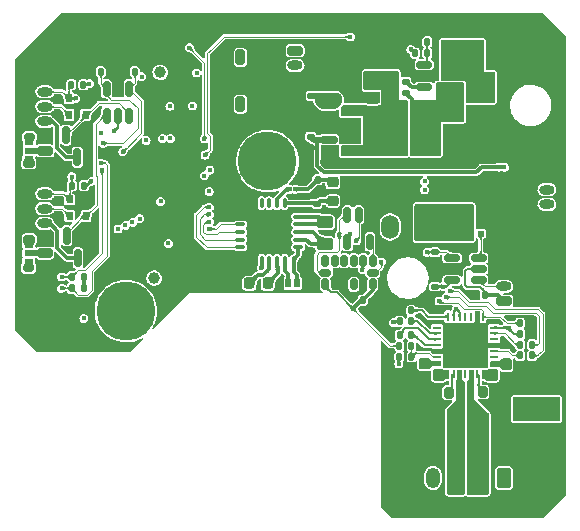
<source format=gbl>
%TF.GenerationSoftware,KiCad,Pcbnew,(6.0.6)*%
%TF.CreationDate,2022-08-27T18:47:02+08:00*%
%TF.ProjectId,Stealthburner_Toolhead_PCB,53746561-6c74-4686-9275-726e65725f54,rev?*%
%TF.SameCoordinates,Original*%
%TF.FileFunction,Copper,L4,Bot*%
%TF.FilePolarity,Positive*%
%FSLAX46Y46*%
G04 Gerber Fmt 4.6, Leading zero omitted, Abs format (unit mm)*
G04 Created by KiCad (PCBNEW (6.0.6)) date 2022-08-27 18:47:02*
%MOMM*%
%LPD*%
G01*
G04 APERTURE LIST*
G04 Aperture macros list*
%AMRoundRect*
0 Rectangle with rounded corners*
0 $1 Rounding radius*
0 $2 $3 $4 $5 $6 $7 $8 $9 X,Y pos of 4 corners*
0 Add a 4 corners polygon primitive as box body*
4,1,4,$2,$3,$4,$5,$6,$7,$8,$9,$2,$3,0*
0 Add four circle primitives for the rounded corners*
1,1,$1+$1,$2,$3*
1,1,$1+$1,$4,$5*
1,1,$1+$1,$6,$7*
1,1,$1+$1,$8,$9*
0 Add four rect primitives between the rounded corners*
20,1,$1+$1,$2,$3,$4,$5,0*
20,1,$1+$1,$4,$5,$6,$7,0*
20,1,$1+$1,$6,$7,$8,$9,0*
20,1,$1+$1,$8,$9,$2,$3,0*%
%AMFreePoly0*
4,1,17,1.370000,0.720000,0.950000,0.720000,0.950000,0.580000,1.370000,0.580000,1.370000,0.080000,0.950000,0.080000,0.950000,-0.080000,1.370000,-0.080000,1.370000,-0.580000,0.950000,-0.580000,0.950000,-0.720000,1.371000,-0.720000,1.371000,-1.225000,-0.950000,-1.225000,-0.950000,1.225000,1.370000,1.225000,1.370000,0.720000,1.370000,0.720000,$1*%
G04 Aperture macros list end*
%TA.AperFunction,ComponentPad*%
%ADD10RoundRect,0.200000X-0.200000X-0.450000X0.200000X-0.450000X0.200000X0.450000X-0.200000X0.450000X0*%
%TD*%
%TA.AperFunction,ComponentPad*%
%ADD11O,0.800000X1.300000*%
%TD*%
%TA.AperFunction,ComponentPad*%
%ADD12RoundRect,0.250001X0.499999X0.759999X-0.499999X0.759999X-0.499999X-0.759999X0.499999X-0.759999X0*%
%TD*%
%TA.AperFunction,ComponentPad*%
%ADD13O,1.500000X2.020000*%
%TD*%
%TA.AperFunction,ComponentPad*%
%ADD14RoundRect,0.200000X0.450000X-0.200000X0.450000X0.200000X-0.450000X0.200000X-0.450000X-0.200000X0*%
%TD*%
%TA.AperFunction,ComponentPad*%
%ADD15O,1.300000X0.800000*%
%TD*%
%TA.AperFunction,ComponentPad*%
%ADD16R,1.600000X1.600000*%
%TD*%
%TA.AperFunction,ComponentPad*%
%ADD17C,1.600000*%
%TD*%
%TA.AperFunction,ComponentPad*%
%ADD18C,1.000000*%
%TD*%
%TA.AperFunction,ComponentPad*%
%ADD19C,5.000000*%
%TD*%
%TA.AperFunction,ComponentPad*%
%ADD20RoundRect,0.200000X-0.450000X0.200000X-0.450000X-0.200000X0.450000X-0.200000X0.450000X0.200000X0*%
%TD*%
%TA.AperFunction,ComponentPad*%
%ADD21RoundRect,0.250001X-0.759999X0.499999X-0.759999X-0.499999X0.759999X-0.499999X0.759999X0.499999X0*%
%TD*%
%TA.AperFunction,ComponentPad*%
%ADD22O,2.020000X1.500000*%
%TD*%
%TA.AperFunction,SMDPad,CuDef*%
%ADD23RoundRect,0.225000X0.250000X-0.225000X0.250000X0.225000X-0.250000X0.225000X-0.250000X-0.225000X0*%
%TD*%
%TA.AperFunction,SMDPad,CuDef*%
%ADD24RoundRect,0.225000X-0.250000X0.225000X-0.250000X-0.225000X0.250000X-0.225000X0.250000X0.225000X0*%
%TD*%
%TA.AperFunction,SMDPad,CuDef*%
%ADD25RoundRect,0.150000X-0.512500X-0.150000X0.512500X-0.150000X0.512500X0.150000X-0.512500X0.150000X0*%
%TD*%
%TA.AperFunction,SMDPad,CuDef*%
%ADD26RoundRect,0.075000X0.337500X0.075000X-0.337500X0.075000X-0.337500X-0.075000X0.337500X-0.075000X0*%
%TD*%
%TA.AperFunction,SMDPad,CuDef*%
%ADD27RoundRect,0.075000X0.075000X0.337500X-0.075000X0.337500X-0.075000X-0.337500X0.075000X-0.337500X0*%
%TD*%
%TA.AperFunction,SMDPad,CuDef*%
%ADD28R,3.250000X3.250000*%
%TD*%
%TA.AperFunction,SMDPad,CuDef*%
%ADD29RoundRect,0.135000X0.135000X0.185000X-0.135000X0.185000X-0.135000X-0.185000X0.135000X-0.185000X0*%
%TD*%
%TA.AperFunction,SMDPad,CuDef*%
%ADD30RoundRect,0.135000X-0.135000X-0.185000X0.135000X-0.185000X0.135000X0.185000X-0.135000X0.185000X0*%
%TD*%
%TA.AperFunction,SMDPad,CuDef*%
%ADD31RoundRect,0.140000X0.140000X0.170000X-0.140000X0.170000X-0.140000X-0.170000X0.140000X-0.170000X0*%
%TD*%
%TA.AperFunction,SMDPad,CuDef*%
%ADD32RoundRect,0.150000X-0.150000X0.587500X-0.150000X-0.587500X0.150000X-0.587500X0.150000X0.587500X0*%
%TD*%
%TA.AperFunction,SMDPad,CuDef*%
%ADD33RoundRect,0.150000X-0.587500X-0.150000X0.587500X-0.150000X0.587500X0.150000X-0.587500X0.150000X0*%
%TD*%
%TA.AperFunction,SMDPad,CuDef*%
%ADD34RoundRect,0.140000X0.170000X-0.140000X0.170000X0.140000X-0.170000X0.140000X-0.170000X-0.140000X0*%
%TD*%
%TA.AperFunction,SMDPad,CuDef*%
%ADD35RoundRect,0.140000X-0.140000X-0.170000X0.140000X-0.170000X0.140000X0.170000X-0.140000X0.170000X0*%
%TD*%
%TA.AperFunction,SMDPad,CuDef*%
%ADD36R,0.630000X0.500000*%
%TD*%
%TA.AperFunction,SMDPad,CuDef*%
%ADD37FreePoly0,180.000000*%
%TD*%
%TA.AperFunction,SMDPad,CuDef*%
%ADD38R,0.600000X0.700000*%
%TD*%
%TA.AperFunction,SMDPad,CuDef*%
%ADD39RoundRect,0.250000X-0.450000X0.262500X-0.450000X-0.262500X0.450000X-0.262500X0.450000X0.262500X0*%
%TD*%
%TA.AperFunction,SMDPad,CuDef*%
%ADD40RoundRect,0.200000X-0.200000X-0.275000X0.200000X-0.275000X0.200000X0.275000X-0.200000X0.275000X0*%
%TD*%
%TA.AperFunction,SMDPad,CuDef*%
%ADD41RoundRect,0.200000X0.200000X0.275000X-0.200000X0.275000X-0.200000X-0.275000X0.200000X-0.275000X0*%
%TD*%
%TA.AperFunction,SMDPad,CuDef*%
%ADD42RoundRect,0.150000X-0.150000X0.512500X-0.150000X-0.512500X0.150000X-0.512500X0.150000X0.512500X0*%
%TD*%
%TA.AperFunction,SMDPad,CuDef*%
%ADD43R,1.200000X0.900000*%
%TD*%
%TA.AperFunction,SMDPad,CuDef*%
%ADD44R,1.200000X3.700000*%
%TD*%
%TA.AperFunction,SMDPad,CuDef*%
%ADD45RoundRect,0.140000X-0.170000X0.140000X-0.170000X-0.140000X0.170000X-0.140000X0.170000X0.140000X0*%
%TD*%
%TA.AperFunction,SMDPad,CuDef*%
%ADD46R,0.800000X0.500000*%
%TD*%
%TA.AperFunction,SMDPad,CuDef*%
%ADD47R,0.762000X0.254000*%
%TD*%
%TA.AperFunction,SMDPad,CuDef*%
%ADD48R,0.254000X0.762000*%
%TD*%
%TA.AperFunction,SMDPad,CuDef*%
%ADD49R,3.800000X3.800000*%
%TD*%
%TA.AperFunction,SMDPad,CuDef*%
%ADD50RoundRect,0.150000X0.150000X-0.325000X0.150000X0.325000X-0.150000X0.325000X-0.150000X-0.325000X0*%
%TD*%
%TA.AperFunction,SMDPad,CuDef*%
%ADD51RoundRect,0.150000X0.325000X-0.150000X0.325000X0.150000X-0.325000X0.150000X-0.325000X-0.150000X0*%
%TD*%
%TA.AperFunction,SMDPad,CuDef*%
%ADD52R,0.500000X0.800000*%
%TD*%
%TA.AperFunction,SMDPad,CuDef*%
%ADD53RoundRect,0.218750X-0.256250X0.218750X-0.256250X-0.218750X0.256250X-0.218750X0.256250X0.218750X0*%
%TD*%
%TA.AperFunction,SMDPad,CuDef*%
%ADD54RoundRect,0.250000X-0.250000X-0.475000X0.250000X-0.475000X0.250000X0.475000X-0.250000X0.475000X0*%
%TD*%
%TA.AperFunction,SMDPad,CuDef*%
%ADD55RoundRect,0.135000X-0.185000X0.135000X-0.185000X-0.135000X0.185000X-0.135000X0.185000X0.135000X0*%
%TD*%
%TA.AperFunction,ComponentPad*%
%ADD56RoundRect,0.250000X0.350000X0.625000X-0.350000X0.625000X-0.350000X-0.625000X0.350000X-0.625000X0*%
%TD*%
%TA.AperFunction,ComponentPad*%
%ADD57O,1.200000X1.750000*%
%TD*%
%TA.AperFunction,SMDPad,CuDef*%
%ADD58RoundRect,0.225000X0.225000X0.250000X-0.225000X0.250000X-0.225000X-0.250000X0.225000X-0.250000X0*%
%TD*%
%TA.AperFunction,SMDPad,CuDef*%
%ADD59R,1.100000X1.100000*%
%TD*%
%TA.AperFunction,SMDPad,CuDef*%
%ADD60RoundRect,0.135000X0.185000X-0.135000X0.185000X0.135000X-0.185000X0.135000X-0.185000X-0.135000X0*%
%TD*%
%TA.AperFunction,ViaPad*%
%ADD61C,0.450000*%
%TD*%
%TA.AperFunction,Conductor*%
%ADD62C,0.500000*%
%TD*%
%TA.AperFunction,Conductor*%
%ADD63C,0.200000*%
%TD*%
%TA.AperFunction,Conductor*%
%ADD64C,0.300000*%
%TD*%
%TA.AperFunction,Conductor*%
%ADD65C,0.120000*%
%TD*%
G04 APERTURE END LIST*
D10*
%TO.P,J4,1,Pin_1*%
%TO.N,Net-(C13-Pad1)*%
X119278400Y-103835200D03*
D11*
%TO.P,J4,2,Pin_2*%
%TO.N,GND*%
X120528400Y-103835200D03*
%TD*%
D12*
%TO.P,J9,1,Pin_1*%
%TO.N,Net-(J9-Pad1)*%
X134951600Y-114241600D03*
D13*
%TO.P,J9,2,Pin_2*%
%TO.N,+24V*%
X131951600Y-114241600D03*
%TD*%
D14*
%TO.P,J7,1,Pin_1*%
%TO.N,Net-(J7-Pad1)*%
X102710400Y-116444400D03*
D15*
%TO.P,J7,2,Pin_2*%
%TO.N,GND*%
X102710400Y-115194400D03*
%TO.P,J7,3,Pin_3*%
%TO.N,Net-(J7-Pad3)*%
X102710400Y-113944400D03*
%TO.P,J7,4,Pin_4*%
%TO.N,Net-(D3-Pad2)*%
X102710400Y-112694400D03*
%TO.P,J7,5,Pin_5*%
%TO.N,/FAN1_DET*%
X102710400Y-111444400D03*
%TD*%
D16*
%TO.P,C32,1*%
%TO.N,+24V*%
X143306800Y-129641600D03*
D17*
%TO.P,C32,2*%
%TO.N,GND*%
X143306800Y-132141600D03*
%TD*%
D18*
%TO.P,J3,1,Pin_1*%
%TO.N,Net-(J3-Pad1)*%
X112471200Y-101142800D03*
%TD*%
D19*
%TO.P,H2,1,1*%
%TO.N,unconnected-(H2-Pad1)*%
X121564400Y-108661200D03*
%TD*%
D20*
%TO.P,J2,1,Pin_1*%
%TO.N,+24V*%
X123901200Y-99314000D03*
D15*
%TO.P,J2,2,Pin_2*%
%TO.N,Net-(D2-Pad1)*%
X123901200Y-100564000D03*
%TO.P,J2,3,Pin_3*%
%TO.N,GND*%
X123901200Y-101814000D03*
%TD*%
D14*
%TO.P,J8,1,Pin_1*%
%TO.N,+5V*%
X141572400Y-120528400D03*
D15*
%TO.P,J8,2,Pin_2*%
%TO.N,Net-(J8-Pad2)*%
X141572400Y-119278400D03*
%TO.P,J8,3,Pin_3*%
%TO.N,GND*%
X141572400Y-118028400D03*
%TD*%
D19*
%TO.P,H1,1,1*%
%TO.N,unconnected-(H1-Pad1)*%
X109575600Y-121361200D03*
%TD*%
D18*
%TO.P,TP1,1,1*%
%TO.N,/RUN*%
X111963200Y-118567200D03*
%TD*%
D14*
%TO.P,J10,1,Pin_1*%
%TO.N,Net-(J10-Pad1)*%
X102717600Y-107797600D03*
D15*
%TO.P,J10,2,Pin_2*%
%TO.N,GND*%
X102717600Y-106547600D03*
%TO.P,J10,3,Pin_3*%
%TO.N,Net-(J10-Pad3)*%
X102717600Y-105297600D03*
%TO.P,J10,4,Pin_4*%
%TO.N,Net-(D5-Pad2)*%
X102717600Y-104047600D03*
%TO.P,J10,5,Pin_5*%
%TO.N,/FAN2_DET*%
X102717600Y-102797600D03*
%TD*%
D14*
%TO.P,J5,1,Pin_1*%
%TO.N,GND*%
X145230000Y-113568800D03*
D15*
%TO.P,J5,2,Pin_2*%
%TO.N,Net-(J5-Pad2)*%
X145230000Y-112318800D03*
%TO.P,J5,3,Pin_3*%
%TO.N,Net-(J5-Pad3)*%
X145230000Y-111068800D03*
%TD*%
D21*
%TO.P,J1,1,Pin_1*%
%TO.N,+24V*%
X139540000Y-102436800D03*
D22*
%TO.P,J1,2,Pin_2*%
%TO.N,GND*%
X139540000Y-105436800D03*
%TD*%
D10*
%TO.P,J6,1,Pin_1*%
%TO.N,Net-(C17-Pad1)*%
X119278400Y-99872800D03*
D11*
%TO.P,J6,2,Pin_2*%
%TO.N,GND*%
X120528400Y-99872800D03*
%TD*%
D23*
%TO.P,C12,1*%
%TO.N,+12V*%
X130403600Y-101829200D03*
%TO.P,C12,2*%
%TO.N,GND*%
X130403600Y-100279200D03*
%TD*%
D24*
%TO.P,C5,1*%
%TO.N,+12V*%
X130454400Y-107276600D03*
%TO.P,C5,2*%
%TO.N,GND*%
X130454400Y-108826600D03*
%TD*%
D25*
%TO.P,U1,1,CB*%
%TO.N,Net-(C7-Pad2)*%
X134831700Y-102397600D03*
%TO.P,U1,2,GND*%
%TO.N,GND*%
X134831700Y-101447600D03*
%TO.P,U1,3,FB*%
%TO.N,Net-(R2-Pad2)*%
X134831700Y-100497600D03*
%TO.P,U1,4,EN*%
%TO.N,+24V*%
X137106700Y-100497600D03*
%TO.P,U1,5,VIN*%
X137106700Y-101447600D03*
%TO.P,U1,6,SW*%
%TO.N,Net-(C7-Pad1)*%
X137106700Y-102397600D03*
%TD*%
D26*
%TO.P,U13,1,BIAS*%
%TO.N,Net-(R31-Pad1)*%
X124154300Y-113355600D03*
%TO.P,U13,2,REFIN+*%
X124154300Y-114005600D03*
%TO.P,U13,3,REFIN-*%
%TO.N,Net-(R31-Pad2)*%
X124154300Y-114655600D03*
%TO.P,U13,4,ISENSOR*%
X124154300Y-115305600D03*
%TO.P,U13,5,FORCE+*%
%TO.N,/FORCE+*%
X124154300Y-115955600D03*
D27*
%TO.P,U13,6,FORCE2*%
%TO.N,/FORCE2*%
X123016800Y-117093100D03*
%TO.P,U13,7,RTDIN+*%
%TO.N,/RTDIN+*%
X122366800Y-117093100D03*
%TO.P,U13,8,RTDIN-*%
%TO.N,/RTDIN-*%
X121716800Y-117093100D03*
%TO.P,U13,9,FORCE-*%
%TO.N,/FORCE-*%
X121066800Y-117093100D03*
%TO.P,U13,10,GND*%
%TO.N,GND*%
X120416800Y-117093100D03*
D26*
%TO.P,U13,11,SDI*%
%TO.N,/SPI0_MOSI*%
X119279300Y-115955600D03*
%TO.P,U13,12,SCLK*%
%TO.N,/SPI0_CLK*%
X119279300Y-115305600D03*
%TO.P,U13,13,~{CS}*%
%TO.N,/SPI0_CS1*%
X119279300Y-114655600D03*
%TO.P,U13,14,SDO*%
%TO.N,/SPI0_MISO*%
X119279300Y-114005600D03*
%TO.P,U13,15,DGND*%
%TO.N,GND*%
X119279300Y-113355600D03*
D27*
%TO.P,U13,16,GND*%
X120416800Y-112218100D03*
%TO.P,U13,17,NC*%
%TO.N,unconnected-(U13-Pad17)*%
X121066800Y-112218100D03*
%TO.P,U13,18,~{DRDY}*%
%TO.N,unconnected-(U13-Pad18)*%
X121716800Y-112218100D03*
%TO.P,U13,19,DVDD*%
%TO.N,+3V3*%
X122366800Y-112218100D03*
%TO.P,U13,20,VDD*%
%TO.N,Net-(C31-Pad1)*%
X123016800Y-112218100D03*
D28*
%TO.P,U13,21,GND*%
%TO.N,GND*%
X121716800Y-114655600D03*
%TD*%
D29*
%TO.P,R25,1*%
%TO.N,/E-STEP*%
X143969200Y-124206000D03*
%TO.P,R25,2*%
%TO.N,Net-(R25-Pad2)*%
X142949200Y-124206000D03*
%TD*%
D30*
%TO.P,R13,1*%
%TO.N,/FAN1_PWM*%
X107465400Y-101117400D03*
%TO.P,R13,2*%
%TO.N,GND*%
X108485400Y-101117400D03*
%TD*%
D31*
%TO.P,C27,1*%
%TO.N,GND*%
X143937200Y-123291600D03*
%TO.P,C27,2*%
%TO.N,+3V3*%
X142977200Y-123291600D03*
%TD*%
D30*
%TO.P,R28,1*%
%TO.N,+3V3*%
X132738400Y-124307600D03*
%TO.P,R28,2*%
%TO.N,Net-(R24-Pad2)*%
X133758400Y-124307600D03*
%TD*%
D23*
%TO.P,C10,1*%
%TO.N,+12V*%
X131876800Y-101829200D03*
%TO.P,C10,2*%
%TO.N,GND*%
X131876800Y-100279200D03*
%TD*%
%TO.P,C6,1*%
%TO.N,+12V*%
X130454400Y-104965800D03*
%TO.P,C6,2*%
%TO.N,GND*%
X130454400Y-103415800D03*
%TD*%
D32*
%TO.P,Q1,1,G*%
%TO.N,Net-(D3-Pad1)*%
X104561600Y-114988100D03*
%TO.P,Q1,2,S*%
%TO.N,GND*%
X106461600Y-114988100D03*
%TO.P,Q1,3,D*%
%TO.N,Net-(J7-Pad3)*%
X105511600Y-116863100D03*
%TD*%
D31*
%TO.P,C34,1*%
%TO.N,Net-(C34-Pad1)*%
X133728400Y-123393200D03*
%TO.P,C34,2*%
%TO.N,Net-(C34-Pad2)*%
X132768400Y-123393200D03*
%TD*%
D33*
%TO.P,U3,1,GND*%
%TO.N,GND*%
X126773700Y-105344000D03*
%TO.P,U3,2,OUT*%
%TO.N,+3V3*%
X126773700Y-103444000D03*
%TO.P,U3,3,IN*%
%TO.N,+12V*%
X128648700Y-104394000D03*
%TD*%
D34*
%TO.P,C31,1*%
%TO.N,Net-(C31-Pad1)*%
X125730000Y-112290800D03*
%TO.P,C31,2*%
%TO.N,GND*%
X125730000Y-111330800D03*
%TD*%
D35*
%TO.P,C35,1*%
%TO.N,+3V3*%
X129618800Y-120446800D03*
%TO.P,C35,2*%
%TO.N,GND*%
X130578800Y-120446800D03*
%TD*%
D32*
%TO.P,Q2,1,G*%
%TO.N,Net-(D5-Pad1)*%
X104510800Y-106453700D03*
%TO.P,Q2,2,S*%
%TO.N,GND*%
X106410800Y-106453700D03*
%TO.P,Q2,3,D*%
%TO.N,Net-(J10-Pad3)*%
X105460800Y-108328700D03*
%TD*%
D36*
%TO.P,Q3,1,S*%
%TO.N,GND*%
X139612400Y-112872400D03*
%TO.P,Q3,2,S*%
X139612400Y-113512400D03*
%TO.P,Q3,3,S*%
X139612400Y-114172400D03*
%TO.P,Q3,4,G*%
%TO.N,Net-(Q3-Pad4)*%
X139612400Y-114812400D03*
D37*
%TO.P,Q3,5,D*%
%TO.N,Net-(J9-Pad1)*%
X137787400Y-113842400D03*
%TD*%
D38*
%TO.P,D3,1,K*%
%TO.N,Net-(D3-Pad1)*%
X106211600Y-113309400D03*
%TO.P,D3,2,A*%
%TO.N,Net-(D3-Pad2)*%
X104811600Y-113309400D03*
%TD*%
%TO.P,D6,1,A1*%
%TO.N,GND*%
X106160800Y-103352600D03*
%TO.P,D6,2,A2*%
%TO.N,/FAN2_DET*%
X104760800Y-103352600D03*
%TD*%
D39*
%TO.P,R31,1*%
%TO.N,Net-(R31-Pad1)*%
X126441200Y-113844700D03*
%TO.P,R31,2*%
%TO.N,Net-(R31-Pad2)*%
X126441200Y-115669700D03*
%TD*%
D40*
%TO.P,R29,1*%
%TO.N,Net-(R29-Pad1)*%
X139789400Y-128219200D03*
%TO.P,R29,2*%
%TO.N,GND*%
X141439400Y-128219200D03*
%TD*%
D31*
%TO.P,C33,1*%
%TO.N,Net-(C33-Pad1)*%
X133728400Y-122224800D03*
%TO.P,C33,2*%
%TO.N,+24V*%
X132768400Y-122224800D03*
%TD*%
D41*
%TO.P,R30,1*%
%TO.N,Net-(R30-Pad1)*%
X136918200Y-128270000D03*
%TO.P,R30,2*%
%TO.N,GND*%
X135268200Y-128270000D03*
%TD*%
D29*
%TO.P,R20,1*%
%TO.N,+3V3*%
X105970800Y-102184200D03*
%TO.P,R20,2*%
%TO.N,/FAN2_DET*%
X104950800Y-102184200D03*
%TD*%
D30*
%TO.P,R2,1*%
%TO.N,+12V*%
X134059200Y-99517200D03*
%TO.P,R2,2*%
%TO.N,Net-(R2-Pad2)*%
X135079200Y-99517200D03*
%TD*%
D35*
%TO.P,C28,1*%
%TO.N,GND*%
X132768400Y-121310400D03*
%TO.P,C28,2*%
%TO.N,Net-(C28-Pad2)*%
X133728400Y-121310400D03*
%TD*%
D42*
%TO.P,U11,1*%
%TO.N,/SPI0_CS2*%
X128336000Y-113213300D03*
%TO.P,U11,2*%
%TO.N,/SPI0_MOSI*%
X129286000Y-113213300D03*
%TO.P,U11,3,GND*%
%TO.N,GND*%
X130236000Y-113213300D03*
%TO.P,U11,4*%
%TO.N,Net-(U11-Pad4)*%
X130236000Y-115488300D03*
%TO.P,U11,5,VCC*%
%TO.N,+3V3*%
X128336000Y-115488300D03*
%TD*%
D43*
%TO.P,D1,1,K*%
%TO.N,Net-(C7-Pad1)*%
X137086800Y-104166400D03*
%TO.P,D1,2,A*%
%TO.N,GND*%
X137086800Y-107466400D03*
%TD*%
D44*
%TO.P,L1,1,1*%
%TO.N,Net-(C7-Pad1)*%
X134981600Y-105714800D03*
%TO.P,L1,2,2*%
%TO.N,+12V*%
X132181600Y-105714800D03*
%TD*%
D35*
%TO.P,C25,1*%
%TO.N,GND*%
X139016800Y-119989600D03*
%TO.P,C25,2*%
%TO.N,+5V*%
X139976800Y-119989600D03*
%TD*%
D45*
%TO.P,C9,1*%
%TO.N,+3V3*%
X125272800Y-103152000D03*
%TO.P,C9,2*%
%TO.N,GND*%
X125272800Y-104112000D03*
%TD*%
D29*
%TO.P,R27,1*%
%TO.N,GND*%
X143967200Y-122377200D03*
%TO.P,R27,2*%
%TO.N,/UART*%
X142947200Y-122377200D03*
%TD*%
D45*
%TO.P,C8,1*%
%TO.N,+5V*%
X125222000Y-106606400D03*
%TO.P,C8,2*%
%TO.N,GND*%
X125222000Y-107566400D03*
%TD*%
D29*
%TO.P,R16,1*%
%TO.N,+3V3*%
X106021600Y-110744000D03*
%TO.P,R16,2*%
%TO.N,/FAN1_DET*%
X105001600Y-110744000D03*
%TD*%
D46*
%TO.P,JP2,1,A*%
%TO.N,+24V*%
X101396800Y-107086400D03*
%TO.P,JP2,2,C*%
%TO.N,Net-(J10-Pad1)*%
X101396800Y-107797600D03*
%TO.P,JP2,3,B*%
%TO.N,+12V*%
X101371400Y-108508800D03*
%TD*%
D47*
%TO.P,U12,1,OB2*%
%TO.N,/E-B2*%
X135902700Y-125756800D03*
%TO.P,U12,2,ENN*%
%TO.N,Net-(R24-Pad2)*%
X135902700Y-125256801D03*
%TO.P,U12,3,GND*%
%TO.N,GND*%
X135902700Y-124756799D03*
%TO.P,U12,4,CPO*%
%TO.N,Net-(C34-Pad1)*%
X135902700Y-124256800D03*
%TO.P,U12,5,CPI*%
%TO.N,Net-(C34-Pad2)*%
X135902700Y-123756801D03*
%TO.P,U12,6,VCP*%
%TO.N,Net-(C33-Pad1)*%
X135902700Y-123256799D03*
%TO.P,U12,7,SPREAD*%
%TO.N,unconnected-(U12-Pad7)*%
X135902700Y-122756800D03*
D48*
%TO.P,U12,8,5VOUT*%
%TO.N,Net-(C28-Pad2)*%
X136828400Y-121831100D03*
%TO.P,U12,9,MS1_AD0*%
%TO.N,+3V3*%
X137328399Y-121831100D03*
%TO.P,U12,10,MS2_AD1*%
X137828401Y-121831100D03*
%TO.P,U12,11,DIAG*%
%TO.N,/E-DIAG*%
X138328400Y-121831100D03*
%TO.P,U12,12,INDEX*%
%TO.N,unconnected-(U12-Pad12)*%
X138828399Y-121831100D03*
%TO.P,U12,13,CLK*%
%TO.N,GND*%
X139328401Y-121831100D03*
%TO.P,U12,14,PDN_UART*%
%TO.N,/UART*%
X139828400Y-121831100D03*
D47*
%TO.P,U12,15,VCC_IO*%
%TO.N,+3V3*%
X140754100Y-122756800D03*
%TO.P,U12,16,STEP*%
%TO.N,Net-(R25-Pad2)*%
X140754100Y-123256799D03*
%TO.P,U12,17,VREF*%
%TO.N,unconnected-(U12-Pad17)*%
X140754100Y-123756801D03*
%TO.P,U12,18,GND*%
%TO.N,GND*%
X140754100Y-124256800D03*
%TO.P,U12,19,DIR*%
%TO.N,Net-(R26-Pad2)*%
X140754100Y-124756799D03*
%TO.P,U12,20,STDBY*%
%TO.N,unconnected-(U12-Pad20)*%
X140754100Y-125256801D03*
%TO.P,U12,21,OA2*%
%TO.N,/E-A2*%
X140754100Y-125756800D03*
D48*
%TO.P,U12,22,VS*%
%TO.N,+24V*%
X139828400Y-126682500D03*
%TO.P,U12,23,BRA*%
%TO.N,Net-(R29-Pad1)*%
X139328401Y-126682500D03*
%TO.P,U12,24,OA1*%
%TO.N,/E-A1*%
X138828399Y-126682500D03*
%TO.P,U12,25,NC*%
%TO.N,unconnected-(U12-Pad25)*%
X138328400Y-126682500D03*
%TO.P,U12,26,OB1*%
%TO.N,/E-B1*%
X137828401Y-126682500D03*
%TO.P,U12,27,BRB*%
%TO.N,Net-(R30-Pad1)*%
X137328399Y-126682500D03*
%TO.P,U12,28,VS*%
%TO.N,+24V*%
X136828400Y-126682500D03*
D49*
%TO.P,U12,29,EPAD*%
%TO.N,GND*%
X138328400Y-124256800D03*
%TD*%
D29*
%TO.P,R22,1*%
%TO.N,+3V3*%
X106021600Y-119430800D03*
%TO.P,R22,2*%
%TO.N,/IIC0_SDA*%
X105001600Y-119430800D03*
%TD*%
D50*
%TO.P,U14,1,Vdd_I/O*%
%TO.N,+3V3*%
X130473200Y-119110000D03*
%TO.P,U14,2,GND*%
%TO.N,GND*%
X129673200Y-119110000D03*
%TO.P,U14,3,RES*%
%TO.N,unconnected-(U14-Pad3)*%
X128873200Y-119110000D03*
%TO.P,U14,4,GND*%
%TO.N,GND*%
X128073200Y-119110000D03*
%TO.P,U14,5,GND*%
X127273200Y-119110000D03*
%TO.P,U14,6,Vs*%
%TO.N,+3V3*%
X126473200Y-119110000D03*
D51*
%TO.P,U14,7,~{CS}*%
%TO.N,/SPI0_CS2*%
X126473200Y-118110000D03*
D50*
%TO.P,U14,8,INT1*%
%TO.N,unconnected-(U14-Pad8)*%
X126473200Y-117110000D03*
%TO.P,U14,9,INT2*%
%TO.N,unconnected-(U14-Pad9)*%
X127273200Y-117110000D03*
%TO.P,U14,10,NC*%
%TO.N,unconnected-(U14-Pad10)*%
X128073200Y-117110000D03*
%TO.P,U14,11,RES*%
%TO.N,unconnected-(U14-Pad11)*%
X128873200Y-117110000D03*
%TO.P,U14,12,SDO/ADDR*%
%TO.N,/SPI0_MISO*%
X129673200Y-117110000D03*
%TO.P,U14,13,SDA/SDI/SDIO*%
%TO.N,Net-(U11-Pad4)*%
X130473200Y-117110000D03*
D51*
%TO.P,U14,14,SCL/SCLK*%
%TO.N,/SPI0_CLK*%
X130473200Y-118110000D03*
%TD*%
D29*
%TO.P,R3,1*%
%TO.N,Net-(R2-Pad2)*%
X135079200Y-98552000D03*
%TO.P,R3,2*%
%TO.N,GND*%
X134059200Y-98552000D03*
%TD*%
D38*
%TO.P,D5,1,K*%
%TO.N,Net-(D5-Pad1)*%
X106160800Y-104749600D03*
%TO.P,D5,2,A*%
%TO.N,Net-(D5-Pad2)*%
X104760800Y-104749600D03*
%TD*%
D52*
%TO.P,JP5,1,A*%
%TO.N,/FORCE+*%
X124053600Y-119024400D03*
%TO.P,JP5,2,C*%
%TO.N,/FORCE2*%
X123342400Y-119024400D03*
%TO.P,JP5,3,B*%
%TO.N,GND*%
X122631200Y-118999000D03*
%TD*%
D46*
%TO.P,JP1,1,A*%
%TO.N,+24V*%
X101371400Y-115747800D03*
%TO.P,JP1,2,C*%
%TO.N,Net-(J7-Pad1)*%
X101371400Y-116459000D03*
%TO.P,JP1,3,B*%
%TO.N,+12V*%
X101346000Y-117170200D03*
%TD*%
D53*
%TO.P,FB1,1*%
%TO.N,+3V3*%
X127101600Y-110464500D03*
%TO.P,FB1,2*%
%TO.N,Net-(C31-Pad1)*%
X127101600Y-112039500D03*
%TD*%
D54*
%TO.P,C1,1*%
%TO.N,+24V*%
X139004000Y-99872800D03*
%TO.P,C1,2*%
%TO.N,GND*%
X140904000Y-99872800D03*
%TD*%
D29*
%TO.P,R23,1*%
%TO.N,+3V3*%
X106021600Y-118465600D03*
%TO.P,R23,2*%
%TO.N,/IIC0_SCL*%
X105001600Y-118465600D03*
%TD*%
D31*
%TO.P,C30,1*%
%TO.N,+3V3*%
X125803600Y-110236000D03*
%TO.P,C30,2*%
%TO.N,GND*%
X124843600Y-110236000D03*
%TD*%
D55*
%TO.P,R19,1*%
%TO.N,/HE*%
X135737600Y-116380800D03*
%TO.P,R19,2*%
%TO.N,GND*%
X135737600Y-117400800D03*
%TD*%
D29*
%TO.P,R26,1*%
%TO.N,/E-DIR*%
X143969200Y-125120400D03*
%TO.P,R26,2*%
%TO.N,Net-(R26-Pad2)*%
X142949200Y-125120400D03*
%TD*%
D33*
%TO.P,U2,1,GND*%
%TO.N,GND*%
X126773700Y-108747600D03*
%TO.P,U2,2,OUT*%
%TO.N,+5V*%
X126773700Y-106847600D03*
%TO.P,U2,3,IN*%
%TO.N,+12V*%
X128648700Y-107797600D03*
%TD*%
D29*
%TO.P,R18,1*%
%TO.N,/FAN2_PWM*%
X110339600Y-101117400D03*
%TO.P,R18,2*%
%TO.N,GND*%
X109319600Y-101117400D03*
%TD*%
D42*
%TO.P,U6,1*%
%TO.N,/FAN1_PWM*%
X107939800Y-102545300D03*
%TO.P,U6,2,GND*%
%TO.N,GND*%
X108889800Y-102545300D03*
%TO.P,U6,3*%
%TO.N,/FAN2_PWM*%
X109839800Y-102545300D03*
%TO.P,U6,4*%
%TO.N,Net-(D5-Pad1)*%
X109839800Y-104820300D03*
%TO.P,U6,5,VCC*%
%TO.N,+5V*%
X108889800Y-104820300D03*
%TO.P,U6,6*%
%TO.N,Net-(D3-Pad1)*%
X107939800Y-104820300D03*
%TD*%
D56*
%TO.P,J12,1,Pin_1*%
%TO.N,/E-A2*%
X141582400Y-135492400D03*
D57*
%TO.P,J12,2,Pin_2*%
%TO.N,/E-A1*%
X139582400Y-135492400D03*
%TO.P,J12,3,Pin_3*%
%TO.N,/E-B1*%
X137582400Y-135492400D03*
%TO.P,J12,4,Pin_4*%
%TO.N,/E-B2*%
X135582400Y-135492400D03*
%TD*%
D58*
%TO.P,C36,1*%
%TO.N,/RTDIN+*%
X121577400Y-119024400D03*
%TO.P,C36,2*%
%TO.N,/RTDIN-*%
X120027400Y-119024400D03*
%TD*%
D59*
%TO.P,D7,1,A1*%
%TO.N,+24V*%
X145440400Y-129613200D03*
%TO.P,D7,2,A2*%
%TO.N,GND*%
X145440400Y-132413200D03*
%TD*%
D30*
%TO.P,R24,1*%
%TO.N,/E-EN*%
X132738400Y-125222000D03*
%TO.P,R24,2*%
%TO.N,Net-(R24-Pad2)*%
X133758400Y-125222000D03*
%TD*%
D60*
%TO.P,R17,1*%
%TO.N,/NEO*%
X135737600Y-119280400D03*
%TO.P,R17,2*%
%TO.N,GND*%
X135737600Y-118260400D03*
%TD*%
D25*
%TO.P,U8,1*%
%TO.N,/NEO*%
X137190900Y-118755200D03*
%TO.P,U8,2,GND*%
%TO.N,GND*%
X137190900Y-117805200D03*
%TO.P,U8,3*%
%TO.N,/HE*%
X137190900Y-116855200D03*
%TO.P,U8,4*%
%TO.N,Net-(Q3-Pad4)*%
X139465900Y-116855200D03*
%TO.P,U8,5,VCC*%
%TO.N,+5V*%
X139465900Y-117805200D03*
%TO.P,U8,6*%
%TO.N,Net-(J8-Pad2)*%
X139465900Y-118755200D03*
%TD*%
D34*
%TO.P,C7,1*%
%TO.N,Net-(C7-Pad1)*%
X133299200Y-102892800D03*
%TO.P,C7,2*%
%TO.N,Net-(C7-Pad2)*%
X133299200Y-101932800D03*
%TD*%
D38*
%TO.P,D4,1,A1*%
%TO.N,GND*%
X106211600Y-111912400D03*
%TO.P,D4,2,A2*%
%TO.N,/FAN1_DET*%
X104811600Y-111912400D03*
%TD*%
D61*
%TO.N,+24V*%
X135839200Y-127000000D03*
X137007600Y-98704400D03*
X140817600Y-126542800D03*
X137007600Y-99187000D03*
X132232400Y-122326400D03*
X140817600Y-127000000D03*
X101168200Y-106502200D03*
X101625400Y-115163600D03*
X140360400Y-127000000D03*
X140360400Y-126542800D03*
X136296400Y-127000000D03*
X136550400Y-98704400D03*
X135839200Y-126542800D03*
X136550400Y-99187000D03*
X101142800Y-115163600D03*
X136296400Y-126542800D03*
X101650800Y-106502200D03*
%TO.N,GND*%
X130048000Y-96875600D03*
X137007600Y-125577600D03*
X137668000Y-124942600D03*
X123850400Y-106781600D03*
X144627600Y-106883200D03*
X112217200Y-109778800D03*
X125730000Y-105562400D03*
X144983200Y-133807200D03*
X137668000Y-123621800D03*
X138988800Y-124942600D03*
X113893600Y-120142000D03*
X139649200Y-124282200D03*
X138988800Y-123621800D03*
X101498400Y-112725200D03*
X113030000Y-110591600D03*
X138328400Y-122961400D03*
X112572800Y-99060000D03*
X137007600Y-124942600D03*
X111353600Y-96621600D03*
X110591600Y-108966000D03*
X110591600Y-109778800D03*
X137668000Y-125577600D03*
X137007600Y-122961400D03*
X133426200Y-128752600D03*
X145542000Y-133807200D03*
X130657600Y-96875600D03*
X118059200Y-103225600D03*
X101549200Y-102666800D03*
X126288800Y-111201200D03*
X100634800Y-119583200D03*
X112979200Y-99415600D03*
X113487200Y-101701600D03*
X138379200Y-119786400D03*
X133426200Y-128244600D03*
X112217200Y-108966000D03*
X107645200Y-99060000D03*
X111404400Y-110591600D03*
X114198400Y-109016800D03*
X110591600Y-110591600D03*
X139649200Y-125577600D03*
X138328400Y-125577600D03*
X143510000Y-106883200D03*
X133299200Y-100584000D03*
X135788400Y-110845600D03*
X137007600Y-124282200D03*
X133934200Y-128752600D03*
X133934200Y-128244600D03*
X105664000Y-115519200D03*
X111404400Y-108153200D03*
X145999200Y-114858800D03*
X115011200Y-112674400D03*
X142544800Y-99872800D03*
X133299200Y-101142800D03*
X112217200Y-110591600D03*
X113030000Y-109778800D03*
X112217200Y-108153200D03*
X113030000Y-108966000D03*
X118059200Y-102666800D03*
X145186400Y-106883200D03*
X111404400Y-108966000D03*
X101549200Y-103733600D03*
X144068800Y-106883200D03*
X101498400Y-112217200D03*
X126339600Y-107594400D03*
X137007600Y-123621800D03*
X105613200Y-107137200D03*
X128981200Y-118110000D03*
X114046000Y-101701600D03*
X133299200Y-100025200D03*
X107086400Y-99060000D03*
X125730000Y-105003600D03*
X142951200Y-106883200D03*
X114604800Y-101701600D03*
X126339600Y-108153200D03*
X111404400Y-109778800D03*
X133426200Y-127736600D03*
X105664000Y-114401600D03*
X136245600Y-117754400D03*
X123494800Y-106426000D03*
X110591600Y-108153200D03*
X100634800Y-119024400D03*
X111810800Y-102108000D03*
X129438400Y-96875600D03*
X138988800Y-124282200D03*
X138988800Y-125577600D03*
X108204000Y-99060000D03*
X139649200Y-123621800D03*
X105664000Y-114960400D03*
X101549200Y-103225600D03*
X109626400Y-100380800D03*
X139649200Y-122961400D03*
X133934200Y-127736600D03*
X144881600Y-114858800D03*
X114300000Y-119735600D03*
X118059200Y-102158800D03*
X137668000Y-124282200D03*
X113030000Y-108153200D03*
X138328400Y-124282200D03*
X142544800Y-100431600D03*
X138328400Y-123621800D03*
X137668000Y-122961400D03*
X138328400Y-124942600D03*
X115366800Y-105003600D03*
X145440400Y-114858800D03*
X106019600Y-123342400D03*
X139649200Y-124942600D03*
X105613200Y-106578400D03*
X114503200Y-116636800D03*
X142087600Y-121970800D03*
X101498400Y-113233200D03*
X138988800Y-122961400D03*
X100838000Y-122224800D03*
X142544800Y-99314000D03*
X113436400Y-116789200D03*
%TO.N,+12V*%
X133705600Y-99212400D03*
X132435600Y-103174800D03*
X131978400Y-103174800D03*
X101574600Y-117805200D03*
X131521200Y-102717600D03*
X101092000Y-117805200D03*
X132435600Y-102717600D03*
X101600000Y-108966000D03*
X131521200Y-103174800D03*
X131978400Y-102717600D03*
X101117400Y-108966000D03*
%TO.N,+5V*%
X125816400Y-106847600D03*
X141173200Y-109169200D03*
X108585000Y-106121200D03*
X141630400Y-109169200D03*
%TO.N,+1V1*%
X112522000Y-112064800D03*
X111285427Y-106902277D03*
%TO.N,/FAN1_DET*%
X105003600Y-109982000D03*
%TO.N,/D+*%
X134874000Y-111099600D03*
X112674400Y-106730800D03*
%TO.N,/D-*%
X113334800Y-106745381D03*
X134874000Y-110388400D03*
%TO.N,/NEO*%
X136396000Y-119280400D03*
X116211661Y-109911035D03*
%TO.N,/FAN1_PWM*%
X107641673Y-107162600D03*
%TO.N,/FORCE+*%
X123799600Y-116941600D03*
%TO.N,/RTDIN+*%
X122428000Y-117703600D03*
%TO.N,/PROBE*%
X116281200Y-108153200D03*
X128574800Y-98145600D03*
%TO.N,/E-EN*%
X108915200Y-114401600D03*
X132689600Y-125831600D03*
%TO.N,/E-STEP*%
X110134400Y-113842800D03*
X136675951Y-120201243D03*
%TO.N,/E-DIR*%
X137007600Y-119684800D03*
X110744000Y-113538000D03*
%TO.N,/UART*%
X109524800Y-114096800D03*
X136093200Y-120497600D03*
%TO.N,/IIC0_SDA*%
X104140000Y-119430800D03*
X107442000Y-108813600D03*
%TO.N,/IIC0_SCL*%
X104140000Y-118465600D03*
X107543600Y-109423200D03*
%TO.N,/SPI0_MISO*%
X116636800Y-114401600D03*
X129590800Y-117856000D03*
%TO.N,/SPI0_CS1*%
X116636800Y-113792000D03*
%TO.N,/SPI0_CLK*%
X131216400Y-117195600D03*
X116636800Y-113182400D03*
%TO.N,/SPI0_MOSI*%
X116636800Y-112572800D03*
X129082800Y-115417600D03*
%TO.N,/E-B2*%
X134670800Y-126034800D03*
X135128000Y-126034800D03*
X134670800Y-125577600D03*
X135128000Y-125577600D03*
%TO.N,/E-A2*%
X141528800Y-126085600D03*
X141986000Y-126085600D03*
X141528800Y-125628400D03*
X141986000Y-125628400D03*
%TO.N,/RTDIN-*%
X121716800Y-117703600D03*
%TO.N,/FORCE-*%
X121056400Y-117703600D03*
%TO.N,/FAN2_DET*%
X105333800Y-103352600D03*
%TO.N,/FAN2_PWM*%
X109321600Y-107873800D03*
%TO.N,/HE*%
X135077200Y-116382800D03*
X116687600Y-109423200D03*
%TO.N,/NTC*%
X116230400Y-106781600D03*
X114960400Y-99060000D03*
%TO.N,/SPI0_CS2*%
X127660400Y-114909600D03*
X116621374Y-111234152D03*
%TO.N,+3V3*%
X106645075Y-110372525D03*
X126337997Y-103986478D03*
X128795431Y-121151326D03*
X110923200Y-101522400D03*
X106021600Y-118971600D03*
X126795197Y-103986478D03*
X123444000Y-111048800D03*
X107506800Y-106310400D03*
X127252397Y-103986478D03*
X128524000Y-114858800D03*
X106019600Y-121970800D03*
X113309400Y-104013000D03*
X137566400Y-121158000D03*
X115570000Y-101193600D03*
X113182400Y-115620800D03*
X141986000Y-122834400D03*
X106476800Y-102108000D03*
X123901200Y-111048800D03*
X115214400Y-103987600D03*
%TD*%
D62*
%TO.N,+24V*%
X101625400Y-115163600D02*
X101625400Y-115493800D01*
D63*
X132768400Y-122224800D02*
X132334000Y-122224800D01*
D62*
X101142800Y-115163600D02*
X101625400Y-115163600D01*
X101142800Y-115519200D02*
X101371400Y-115747800D01*
X101168200Y-106502200D02*
X101650800Y-106502200D01*
X101625400Y-115493800D02*
X101371400Y-115747800D01*
X101168200Y-106502200D02*
X101168200Y-106730800D01*
X101650800Y-106705400D02*
X101396800Y-106959400D01*
X101142800Y-115163600D02*
X101142800Y-115519200D01*
X101168200Y-106730800D02*
X101396800Y-106959400D01*
D63*
X132334000Y-122224800D02*
X132232400Y-122326400D01*
D62*
X101650800Y-106502200D02*
X101650800Y-106705400D01*
D64*
%TO.N,Net-(C7-Pad1)*%
X133705600Y-103327200D02*
X133807200Y-103428800D01*
X133299200Y-102892800D02*
X133299200Y-102920800D01*
X133299200Y-102920800D02*
X133705600Y-103327200D01*
X133807200Y-103428800D02*
X133807200Y-103733600D01*
%TO.N,Net-(C7-Pad2)*%
X133764000Y-102397600D02*
X134831700Y-102397600D01*
X133299200Y-101932800D02*
X133764000Y-102397600D01*
D62*
%TO.N,+12V*%
X101600000Y-108737400D02*
X101371400Y-108508800D01*
X101574600Y-117805200D02*
X101574600Y-117576600D01*
X101117400Y-108966000D02*
X101117400Y-108762800D01*
X101600000Y-108966000D02*
X101117400Y-108966000D01*
X101574600Y-117576600D02*
X101346000Y-117348000D01*
D65*
X133705600Y-99212400D02*
X133754400Y-99212400D01*
D62*
X101092000Y-117805200D02*
X101092000Y-117602000D01*
D65*
X133754400Y-99212400D02*
X134059200Y-99517200D01*
D62*
X101600000Y-108966000D02*
X101600000Y-108737400D01*
X101117400Y-108762800D02*
X101371400Y-108508800D01*
X101092000Y-117602000D02*
X101346000Y-117348000D01*
X101574600Y-117805200D02*
X101092000Y-117805200D01*
D64*
%TO.N,+5V*%
X125745200Y-106847600D02*
X125782000Y-106884400D01*
D62*
X125816400Y-106847600D02*
X125745200Y-106847600D01*
D64*
X139242800Y-109626400D02*
X139700000Y-109169200D01*
X125782000Y-108152000D02*
X125780800Y-108153200D01*
X126349315Y-109626400D02*
X139242800Y-109626400D01*
X139700000Y-109169200D02*
X141630400Y-109169200D01*
D62*
X126773700Y-106847600D02*
X125816400Y-106847600D01*
D63*
X138480800Y-117805200D02*
X138328400Y-117957600D01*
X139976800Y-119707600D02*
X139976800Y-119989600D01*
X108889800Y-104820300D02*
X108889800Y-105816400D01*
D62*
X125745200Y-106847600D02*
X125463200Y-106847600D01*
D63*
X139598400Y-119329200D02*
X139976800Y-119707600D01*
X138480800Y-119329200D02*
X139598400Y-119329200D01*
X138328400Y-117957600D02*
X138328400Y-119176800D01*
X139465900Y-117805200D02*
X138480800Y-117805200D01*
X108889800Y-105816400D02*
X108585000Y-106121200D01*
D62*
X125463200Y-106847600D02*
X125222000Y-106606400D01*
D64*
X125780800Y-108153200D02*
X125780800Y-109057885D01*
D63*
X138328400Y-119176800D02*
X138480800Y-119329200D01*
D64*
X125780800Y-109057885D02*
X126349315Y-109626400D01*
X141033600Y-119989600D02*
X141572400Y-120528400D01*
X139976800Y-119989600D02*
X141033600Y-119989600D01*
X125782000Y-106884400D02*
X125782000Y-108152000D01*
D65*
%TO.N,/FAN1_DET*%
X104343600Y-111444400D02*
X104811600Y-111912400D01*
X105003600Y-110742000D02*
X105001600Y-110744000D01*
X102710400Y-111444400D02*
X104343600Y-111444400D01*
X104811600Y-110934000D02*
X104811600Y-111912400D01*
X105001600Y-110744000D02*
X104811600Y-110934000D01*
X105003600Y-109982000D02*
X105003600Y-110742000D01*
%TO.N,/NEO*%
X137190900Y-118755200D02*
X136665700Y-119280400D01*
X136665700Y-119280400D02*
X136396000Y-119280400D01*
X136396000Y-119280400D02*
X135737600Y-119280400D01*
D63*
%TO.N,Net-(C28-Pad2)*%
X134670800Y-121310400D02*
X135191500Y-121831100D01*
X135191500Y-121831100D02*
X136828400Y-121831100D01*
X133728400Y-121310400D02*
X134670800Y-121310400D01*
D65*
%TO.N,/FAN1_PWM*%
X108356400Y-103454200D02*
X107939800Y-103037600D01*
X107939800Y-103037600D02*
X107939800Y-102545300D01*
X109880400Y-103454200D02*
X108356400Y-103454200D01*
X107641673Y-107162600D02*
X109296200Y-107162600D01*
X110566200Y-105892600D02*
X110566200Y-104140000D01*
X107465400Y-101117400D02*
X107465400Y-102070900D01*
X109296200Y-107162600D02*
X110566200Y-105892600D01*
X107465400Y-102070900D02*
X107939800Y-102545300D01*
X110566200Y-104140000D02*
X109880400Y-103454200D01*
D64*
%TO.N,/FORCE+*%
X124154300Y-115955600D02*
X124154300Y-116586900D01*
X124154300Y-116586900D02*
X123799600Y-116941600D01*
X124053600Y-118313200D02*
X124053600Y-119024400D01*
X123799600Y-116941600D02*
X123799600Y-118059200D01*
X123799600Y-118059200D02*
X124053600Y-118313200D01*
%TO.N,/RTDIN+*%
X122428000Y-117703600D02*
X122428000Y-118173800D01*
X122366800Y-117642400D02*
X122428000Y-117703600D01*
X122428000Y-118173800D02*
X121577400Y-119024400D01*
X122366800Y-117093100D02*
X122366800Y-117642400D01*
%TO.N,/FORCE2*%
X123342400Y-118262400D02*
X123342400Y-119024400D01*
X123016800Y-117936800D02*
X123342400Y-118262400D01*
X123016800Y-117093100D02*
X123016800Y-117936800D01*
D65*
%TO.N,/PROBE*%
X117856000Y-98145600D02*
X116840000Y-99161600D01*
X116840000Y-99161600D02*
X116484400Y-99517200D01*
X128574800Y-98145600D02*
X117856000Y-98145600D01*
X116484400Y-99517200D02*
X116484400Y-106019600D01*
X116738400Y-107696000D02*
X116281200Y-108153200D01*
X116484400Y-106019600D02*
X116484400Y-106324400D01*
X116484400Y-106324400D02*
X116738400Y-106578400D01*
X116738400Y-106578400D02*
X116738400Y-107696000D01*
%TO.N,/E-EN*%
X132689600Y-125831600D02*
X132689600Y-125270800D01*
X132689600Y-125270800D02*
X132738400Y-125222000D01*
%TO.N,/E-STEP*%
X144272000Y-121513600D02*
X144576800Y-121818400D01*
X136675951Y-120201243D02*
X137778043Y-120201243D01*
X144576800Y-121818400D02*
X144576800Y-124053600D01*
X137778043Y-120201243D02*
X138515280Y-120938480D01*
X144424400Y-124206000D02*
X143969200Y-124206000D01*
X140090080Y-120938480D02*
X140665200Y-121513600D01*
X140665200Y-121513600D02*
X144272000Y-121513600D01*
X144576800Y-124053600D02*
X144424400Y-124206000D01*
X138515280Y-120938480D02*
X140090080Y-120938480D01*
%TO.N,/E-DIR*%
X137718800Y-119684800D02*
X138633200Y-120599200D01*
X144881600Y-121615200D02*
X144881600Y-124663200D01*
X144881600Y-124663200D02*
X144424400Y-125120400D01*
X137007600Y-119684800D02*
X137718800Y-119684800D01*
X144475200Y-121208800D02*
X144881600Y-121615200D01*
X140817600Y-121208800D02*
X144475200Y-121208800D01*
X144424400Y-125120400D02*
X143969200Y-125120400D01*
X138633200Y-120599200D02*
X140208000Y-120599200D01*
X140208000Y-120599200D02*
X140817600Y-121208800D01*
%TO.N,/UART*%
X139828400Y-121337200D02*
X139828400Y-121831100D01*
X139828400Y-121831100D02*
X141287500Y-121831100D01*
X141287500Y-121831100D02*
X141857200Y-122400800D01*
X138226800Y-121158000D02*
X139649200Y-121158000D01*
X136245600Y-120650000D02*
X137718800Y-120650000D01*
X141857200Y-122400800D02*
X142923600Y-122400800D01*
X136093200Y-120497600D02*
X136245600Y-120650000D01*
X137718800Y-120650000D02*
X138226800Y-121158000D01*
X139649200Y-121158000D02*
X139828400Y-121337200D01*
X142923600Y-122400800D02*
X142947200Y-122377200D01*
%TO.N,/IIC0_SDA*%
X105560400Y-119989600D02*
X105001600Y-119430800D01*
X108000800Y-116687600D02*
X106680000Y-118008400D01*
X106680000Y-119583200D02*
X106273600Y-119989600D01*
X107848400Y-108813600D02*
X108000800Y-108966000D01*
X108000800Y-108966000D02*
X108000800Y-116687600D01*
X104140000Y-119430800D02*
X105001600Y-119430800D01*
X106680000Y-118008400D02*
X106680000Y-119583200D01*
X107442000Y-108813600D02*
X107848400Y-108813600D01*
X106273600Y-119989600D02*
X105560400Y-119989600D01*
%TO.N,/IIC0_SCL*%
X107543600Y-116484400D02*
X107543600Y-109423200D01*
X105001600Y-118465600D02*
X105560400Y-117906800D01*
X105560400Y-117906800D02*
X106121200Y-117906800D01*
X106121200Y-117906800D02*
X107543600Y-116484400D01*
X104140000Y-118465600D02*
X105001600Y-118465600D01*
%TO.N,/SPI0_MISO*%
X117195600Y-114401600D02*
X117591600Y-114005600D01*
X129590800Y-117192400D02*
X129673200Y-117110000D01*
X117591600Y-114005600D02*
X119279300Y-114005600D01*
X129590800Y-117856000D02*
X129590800Y-117192400D01*
X116636800Y-114401600D02*
X117195600Y-114401600D01*
%TO.N,/SPI0_CS1*%
X116128800Y-114655600D02*
X116332000Y-114858800D01*
X116332000Y-114858800D02*
X117297200Y-114858800D01*
X116382800Y-113792000D02*
X116128800Y-114046000D01*
X117297200Y-114858800D02*
X117500400Y-114655600D01*
X116128800Y-114046000D02*
X116128800Y-114655600D01*
X117500400Y-114655600D02*
X119279300Y-114655600D01*
X116636800Y-113792000D02*
X116382800Y-113792000D01*
%TO.N,/SPI0_CLK*%
X131216400Y-117602000D02*
X130708400Y-118110000D01*
X116179600Y-113182400D02*
X115824000Y-113538000D01*
X131216400Y-117195600D02*
X131216400Y-117602000D01*
X115824000Y-114858800D02*
X116270800Y-115305600D01*
X116636800Y-113182400D02*
X116179600Y-113182400D01*
X115824000Y-113538000D02*
X115824000Y-114858800D01*
X130708400Y-118110000D02*
X130473200Y-118110000D01*
X116270800Y-115305600D02*
X119279300Y-115305600D01*
%TO.N,/SPI0_MOSI*%
X116412800Y-115955600D02*
X119279300Y-115955600D01*
X116636800Y-112572800D02*
X116179600Y-112572800D01*
X116179600Y-112572800D02*
X115519200Y-113233200D01*
X129082800Y-115417600D02*
X129286000Y-115214400D01*
X115519200Y-115062000D02*
X116412800Y-115955600D01*
X129286000Y-115214400D02*
X129286000Y-113213300D01*
X115519200Y-113233200D02*
X115519200Y-115062000D01*
D64*
%TO.N,/RTDIN-*%
X121716800Y-117703600D02*
X121716800Y-117805200D01*
X121716800Y-117093100D02*
X121716800Y-117703600D01*
X120738600Y-118313200D02*
X120027400Y-119024400D01*
X121208800Y-118313200D02*
X120738600Y-118313200D01*
X121716800Y-117805200D02*
X121208800Y-118313200D01*
%TO.N,/FORCE-*%
X121056400Y-117703600D02*
X121066800Y-117693200D01*
X121066800Y-117693200D02*
X121066800Y-117093100D01*
%TO.N,Net-(C31-Pad1)*%
X125657300Y-112218100D02*
X125730000Y-112290800D01*
X127101600Y-112039500D02*
X125981300Y-112039500D01*
X123016800Y-112218100D02*
X125657300Y-112218100D01*
X125981300Y-112039500D02*
X125730000Y-112290800D01*
D65*
%TO.N,/FAN2_DET*%
X104205800Y-102797600D02*
X104760800Y-103352600D01*
X102717600Y-102797600D02*
X104205800Y-102797600D01*
X104760800Y-102374200D02*
X104950800Y-102184200D01*
X105333800Y-103352600D02*
X104760800Y-103352600D01*
X104760800Y-103352600D02*
X104760800Y-102374200D01*
%TO.N,/FAN2_PWM*%
X109321600Y-107873800D02*
X110896400Y-106299000D01*
X110896400Y-106299000D02*
X110896400Y-103601900D01*
X110896400Y-103601900D02*
X109839800Y-102545300D01*
X110339600Y-102045500D02*
X109839800Y-102545300D01*
X110339600Y-101117400D02*
X110339600Y-102045500D01*
D62*
%TO.N,Net-(J7-Pad1)*%
X102695800Y-116459000D02*
X102710400Y-116444400D01*
X101371400Y-116459000D02*
X102695800Y-116459000D01*
D63*
%TO.N,Net-(C34-Pad1)*%
X134874000Y-124256800D02*
X135902700Y-124256800D01*
X134010400Y-123393200D02*
X134874000Y-124256800D01*
X133728400Y-123393200D02*
X134010400Y-123393200D01*
D65*
%TO.N,Net-(R2-Pad2)*%
X135079200Y-99517200D02*
X135079200Y-100250100D01*
X135079200Y-100250100D02*
X134831700Y-100497600D01*
X135079200Y-98552000D02*
X135079200Y-99517200D01*
%TO.N,Net-(D3-Pad1)*%
X107010200Y-109829600D02*
X107162600Y-109982000D01*
X107010200Y-105537000D02*
X107010200Y-109829600D01*
X107939800Y-104820300D02*
X107726900Y-104820300D01*
X107162600Y-112358400D02*
X106211600Y-113309400D01*
X105968800Y-113309400D02*
X106211600Y-113309400D01*
X107726900Y-104820300D02*
X107010200Y-105537000D01*
X104561600Y-114988100D02*
X104561600Y-114716600D01*
X107162600Y-109982000D02*
X107162600Y-112358400D01*
X104561600Y-114716600D02*
X105968800Y-113309400D01*
%TO.N,Net-(D3-Pad2)*%
X104196600Y-112694400D02*
X104811600Y-113309400D01*
X102710400Y-112694400D02*
X104196600Y-112694400D01*
%TO.N,Net-(D5-Pad1)*%
X106160800Y-104803700D02*
X106160800Y-104749600D01*
X108966000Y-103759000D02*
X109839800Y-104632800D01*
X109839800Y-104632800D02*
X109839800Y-104820300D01*
X106160800Y-104749600D02*
X106299000Y-104749600D01*
X104510800Y-106453700D02*
X106160800Y-104803700D01*
X106299000Y-104749600D02*
X107289600Y-103759000D01*
X107289600Y-103759000D02*
X108966000Y-103759000D01*
%TO.N,Net-(D5-Pad2)*%
X102717600Y-104047600D02*
X104058800Y-104047600D01*
X104058800Y-104047600D02*
X104760800Y-104749600D01*
%TO.N,/HE*%
X137190900Y-116855200D02*
X136716500Y-116380800D01*
X135737600Y-116380800D02*
X135079200Y-116380800D01*
X136716500Y-116380800D02*
X135737600Y-116380800D01*
X135079200Y-116380800D02*
X135077200Y-116382800D01*
D63*
%TO.N,Net-(C34-Pad2)*%
X133248400Y-122834400D02*
X134315200Y-122834400D01*
X134315200Y-122834400D02*
X135237601Y-123756801D01*
X132768400Y-123314400D02*
X133248400Y-122834400D01*
X132768400Y-123393200D02*
X132768400Y-123314400D01*
X135237601Y-123756801D02*
X135902700Y-123756801D01*
D65*
%TO.N,Net-(R24-Pad2)*%
X135569201Y-125256801D02*
X135902700Y-125256801D01*
X133758400Y-125222000D02*
X133807200Y-125222000D01*
X134112000Y-124917200D02*
X135229600Y-124917200D01*
X133758400Y-125222000D02*
X133758400Y-124307600D01*
X135229600Y-124917200D02*
X135569201Y-125256801D01*
X133807200Y-125222000D02*
X134112000Y-124917200D01*
%TO.N,Net-(R25-Pad2)*%
X142595600Y-124206000D02*
X142949200Y-124206000D01*
X141646399Y-123256799D02*
X142595600Y-124206000D01*
X140754100Y-123256799D02*
X141646399Y-123256799D01*
%TO.N,Net-(R26-Pad2)*%
X141927199Y-124756799D02*
X142290800Y-125120400D01*
X140754100Y-124756799D02*
X141927199Y-124756799D01*
X142290800Y-125120400D02*
X142949200Y-125120400D01*
D63*
%TO.N,Net-(C33-Pad1)*%
X135296399Y-123256799D02*
X135902700Y-123256799D01*
X133728400Y-122224800D02*
X134264400Y-122224800D01*
X134264400Y-122224800D02*
X135296399Y-123256799D01*
D65*
%TO.N,/NTC*%
X116230400Y-100330000D02*
X116230400Y-106781600D01*
X114960400Y-99060000D02*
X116230400Y-100330000D01*
D63*
%TO.N,Net-(R29-Pad1)*%
X139446000Y-126796800D02*
X139446000Y-127875800D01*
X139328401Y-126682500D02*
X139331700Y-126682500D01*
X139331700Y-126682500D02*
X139446000Y-126796800D01*
X139446000Y-127875800D02*
X139789400Y-128219200D01*
D64*
%TO.N,Net-(J7-Pad3)*%
X104594900Y-116863100D02*
X105511600Y-116863100D01*
X102710400Y-113944400D02*
X103174800Y-113944400D01*
X103784400Y-114554000D02*
X103784400Y-116052600D01*
X103784400Y-116052600D02*
X104594900Y-116863100D01*
X103174800Y-113944400D02*
X103784400Y-114554000D01*
D65*
%TO.N,Net-(J8-Pad2)*%
X139465900Y-118755200D02*
X139989100Y-119278400D01*
X139989100Y-119278400D02*
X141572400Y-119278400D01*
%TO.N,/SPI0_CS2*%
X125730000Y-117906800D02*
X125933200Y-118110000D01*
X127660400Y-116179600D02*
X127457200Y-116382800D01*
X125730000Y-116586000D02*
X125730000Y-117906800D01*
X127457200Y-116382800D02*
X125933200Y-116382800D01*
X127660400Y-113690400D02*
X128137500Y-113213300D01*
X127660400Y-114909600D02*
X127660400Y-113690400D01*
X127660400Y-114909600D02*
X127660400Y-116179600D01*
X125933200Y-116382800D02*
X125730000Y-116586000D01*
X125933200Y-118110000D02*
X126473200Y-118110000D01*
X128137500Y-113213300D02*
X128336000Y-113213300D01*
D62*
%TO.N,Net-(J10-Pad1)*%
X101396800Y-107797600D02*
X102717600Y-107797600D01*
D63*
%TO.N,Net-(R30-Pad1)*%
X137274300Y-126682500D02*
X137210800Y-126746000D01*
X137210800Y-126746000D02*
X137210800Y-127977400D01*
X137210800Y-127977400D02*
X136918200Y-128270000D01*
X137328399Y-126682500D02*
X137274300Y-126682500D01*
D64*
%TO.N,Net-(R31-Pad1)*%
X124154300Y-114005600D02*
X126280300Y-114005600D01*
X126280300Y-114005600D02*
X126441200Y-113844700D01*
X125952100Y-113355600D02*
X126441200Y-113844700D01*
X124154300Y-113355600D02*
X125952100Y-113355600D01*
%TO.N,Net-(R31-Pad2)*%
X124856000Y-115305600D02*
X125222000Y-115671600D01*
X124154300Y-114655600D02*
X125427100Y-114655600D01*
X125427100Y-114655600D02*
X126441200Y-115669700D01*
X124154300Y-115305600D02*
X124856000Y-115305600D01*
X125222000Y-115671600D02*
X126439300Y-115671600D01*
X126439300Y-115671600D02*
X126441200Y-115669700D01*
D65*
%TO.N,Net-(U11-Pad4)*%
X130473200Y-115725500D02*
X130473200Y-117110000D01*
X130236000Y-115488300D02*
X130473200Y-115725500D01*
D64*
%TO.N,+3V3*%
X129499957Y-120446800D02*
X128795431Y-121151326D01*
D63*
X137328399Y-121396001D02*
X137328399Y-121831100D01*
D64*
X125803600Y-110236000D02*
X126873100Y-110236000D01*
D62*
X126186078Y-103986478D02*
X125859600Y-103660000D01*
D63*
X128336000Y-115488300D02*
X128336000Y-115046800D01*
X141986000Y-122834400D02*
X142443200Y-123291600D01*
D64*
X124990800Y-111048800D02*
X125803600Y-110236000D01*
X130473200Y-119110000D02*
X130473200Y-119564400D01*
X130473200Y-119564400D02*
X129618800Y-120418800D01*
D65*
X106021600Y-118971600D02*
X106021600Y-119430800D01*
D62*
X127305922Y-103986478D02*
X127252397Y-103986478D01*
D65*
X106400600Y-102184200D02*
X106476800Y-102108000D01*
D62*
X127252397Y-103986478D02*
X126337997Y-103986478D01*
D65*
X105970800Y-102184200D02*
X106400600Y-102184200D01*
D63*
X126980305Y-119786400D02*
X127430505Y-119786400D01*
D62*
X127609600Y-103276400D02*
X127609600Y-103682800D01*
D65*
X106273600Y-110744000D02*
X106645075Y-110372525D01*
D62*
X125859600Y-103660000D02*
X125859600Y-103152000D01*
D64*
X122366800Y-112218100D02*
X122366800Y-111872000D01*
D65*
X106021600Y-110744000D02*
X106273600Y-110744000D01*
D63*
X126473200Y-119110000D02*
X126473200Y-119279295D01*
X142443200Y-123291600D02*
X142977200Y-123291600D01*
D65*
X128822126Y-121151326D02*
X131978400Y-124307600D01*
D63*
X126473200Y-119279295D02*
X126980305Y-119786400D01*
D64*
X123190000Y-111048800D02*
X123444000Y-111048800D01*
D63*
X127430505Y-119786400D02*
X128795431Y-121151326D01*
D62*
X125272800Y-103152000D02*
X125859600Y-103152000D01*
X126337997Y-103986478D02*
X126186078Y-103986478D01*
D63*
X141986000Y-122834400D02*
X141908400Y-122756800D01*
X128336000Y-115046800D02*
X128524000Y-114858800D01*
D62*
X125859600Y-103152000D02*
X127485200Y-103152000D01*
D63*
X141908400Y-122756800D02*
X140754100Y-122756800D01*
D64*
X122366800Y-111872000D02*
X123190000Y-111048800D01*
X126873100Y-110236000D02*
X127101600Y-110464500D01*
D62*
X127609600Y-103682800D02*
X127305922Y-103986478D01*
D64*
X123901200Y-111048800D02*
X123952000Y-111048800D01*
D63*
X137828401Y-121420001D02*
X137828401Y-121831100D01*
D65*
X106021600Y-118465600D02*
X106021600Y-118971600D01*
D64*
X129618800Y-120446800D02*
X129499957Y-120446800D01*
X123952000Y-111048800D02*
X124990800Y-111048800D01*
D62*
X127485200Y-103152000D02*
X127609600Y-103276400D01*
D63*
X137566400Y-121158000D02*
X137828401Y-121420001D01*
D64*
X129618800Y-120418800D02*
X129618800Y-120446800D01*
D65*
X128795431Y-121151326D02*
X128822126Y-121151326D01*
X131978400Y-124307600D02*
X132738400Y-124307600D01*
D63*
X137566400Y-121158000D02*
X137328399Y-121396001D01*
D64*
%TO.N,Net-(J10-Pad3)*%
X104467900Y-108328700D02*
X105460800Y-108328700D01*
X103708200Y-107569000D02*
X104467900Y-108328700D01*
X103708200Y-105689400D02*
X103708200Y-107569000D01*
X103316400Y-105297600D02*
X103708200Y-105689400D01*
X102717600Y-105297600D02*
X103316400Y-105297600D01*
D65*
%TO.N,Net-(Q3-Pad4)*%
X139612400Y-114812400D02*
X139612400Y-116708700D01*
X139612400Y-116708700D02*
X139465900Y-116855200D01*
%TD*%
%TA.AperFunction,Conductor*%
%TO.N,GND*%
G36*
X144954575Y-96167813D02*
G01*
X144959335Y-96172174D01*
X146827826Y-98040665D01*
X146849218Y-98086541D01*
X146849500Y-98092991D01*
X146849500Y-136907009D01*
X146832187Y-136954575D01*
X146827826Y-136959335D01*
X144959335Y-138827826D01*
X144913459Y-138849218D01*
X144907009Y-138849500D01*
X132092991Y-138849500D01*
X132045425Y-138832187D01*
X132040665Y-138827826D01*
X131172174Y-137959335D01*
X131150782Y-137913459D01*
X131150500Y-137907009D01*
X131150500Y-135811222D01*
X134831900Y-135811222D01*
X134832148Y-135813347D01*
X134832148Y-135813351D01*
X134837296Y-135857505D01*
X134847057Y-135941228D01*
X134848524Y-135945269D01*
X134848524Y-135945270D01*
X134880955Y-136034614D01*
X134906769Y-136105731D01*
X135002723Y-136252085D01*
X135005847Y-136255044D01*
X135126652Y-136369485D01*
X135126655Y-136369487D01*
X135129772Y-136372440D01*
X135133483Y-136374596D01*
X135133485Y-136374597D01*
X135213710Y-136421195D01*
X135281102Y-136460339D01*
X135448593Y-136511067D01*
X135452880Y-136511333D01*
X135618968Y-136521637D01*
X135618971Y-136521637D01*
X135623262Y-136521903D01*
X135795740Y-136492266D01*
X135956773Y-136423746D01*
X135960237Y-136421197D01*
X135960240Y-136421195D01*
X136094265Y-136322563D01*
X136094267Y-136322561D01*
X136097724Y-136320017D01*
X136211032Y-136186645D01*
X136290619Y-136030784D01*
X136332215Y-135860794D01*
X136332900Y-135849752D01*
X136332900Y-135173578D01*
X136328277Y-135133920D01*
X136318241Y-135047843D01*
X136317743Y-135043572D01*
X136285236Y-134954016D01*
X136259500Y-134883115D01*
X136259499Y-134883112D01*
X136258031Y-134879069D01*
X136162077Y-134732715D01*
X136087679Y-134662237D01*
X136038148Y-134615315D01*
X136038145Y-134615313D01*
X136035028Y-134612360D01*
X136031317Y-134610204D01*
X136031315Y-134610203D01*
X135887413Y-134526619D01*
X135887414Y-134526619D01*
X135883698Y-134524461D01*
X135716207Y-134473733D01*
X135711920Y-134473467D01*
X135545832Y-134463163D01*
X135545829Y-134463163D01*
X135541538Y-134462897D01*
X135369060Y-134492534D01*
X135208027Y-134561054D01*
X135204563Y-134563603D01*
X135204560Y-134563605D01*
X135070535Y-134662237D01*
X135070533Y-134662239D01*
X135067076Y-134664783D01*
X134953768Y-134798155D01*
X134874181Y-134954016D01*
X134832585Y-135124006D01*
X134831900Y-135135048D01*
X134831900Y-135811222D01*
X131150500Y-135811222D01*
X131150500Y-123959673D01*
X131152935Y-123959673D01*
X131156107Y-123923439D01*
X131191901Y-123887648D01*
X131242328Y-123883238D01*
X131275498Y-123902390D01*
X131795898Y-124422790D01*
X131801485Y-124429050D01*
X131805818Y-124434498D01*
X131809425Y-124442009D01*
X131815932Y-124447212D01*
X131815932Y-124447213D01*
X131834640Y-124462174D01*
X131840748Y-124467640D01*
X131846333Y-124473225D01*
X131852709Y-124477232D01*
X131859540Y-124482087D01*
X131866974Y-124488032D01*
X131884428Y-124501991D01*
X131892552Y-124503859D01*
X131896179Y-124505612D01*
X131899981Y-124506944D01*
X131907038Y-124511379D01*
X131926520Y-124513582D01*
X131938703Y-124514959D01*
X131946964Y-124516371D01*
X131954483Y-124518100D01*
X131962318Y-124518100D01*
X131970631Y-124518568D01*
X131985563Y-124520256D01*
X132002467Y-124522167D01*
X132010333Y-124519420D01*
X132017991Y-124518561D01*
X132026240Y-124518100D01*
X132181814Y-124518100D01*
X132199547Y-124520256D01*
X132212479Y-124523448D01*
X132216105Y-124523613D01*
X132216109Y-124523614D01*
X132250242Y-124525171D01*
X132258343Y-124525989D01*
X132269550Y-124527748D01*
X132313857Y-124552227D01*
X132325705Y-124570813D01*
X132364037Y-124657110D01*
X132368874Y-124661939D01*
X132368875Y-124661940D01*
X132419421Y-124712398D01*
X132440854Y-124758256D01*
X132427795Y-124807161D01*
X132419513Y-124817048D01*
X132363750Y-124872908D01*
X132360988Y-124879156D01*
X132360987Y-124879157D01*
X132322993Y-124965097D01*
X132322992Y-124965100D01*
X132320745Y-124970183D01*
X132317900Y-124994585D01*
X132317901Y-125449414D01*
X132318159Y-125451583D01*
X132318159Y-125451584D01*
X132319546Y-125463241D01*
X132320862Y-125474310D01*
X132323114Y-125479381D01*
X132323115Y-125479383D01*
X132364037Y-125571510D01*
X132361097Y-125572816D01*
X132370543Y-125609327D01*
X132362331Y-125636775D01*
X132355663Y-125649413D01*
X132353516Y-125653481D01*
X132340478Y-125687191D01*
X132340203Y-125688257D01*
X132335971Y-125698525D01*
X132328026Y-125714118D01*
X132309419Y-125831600D01*
X132310330Y-125837352D01*
X132327114Y-125943327D01*
X132327115Y-125943330D01*
X132328026Y-125949082D01*
X132330671Y-125954273D01*
X132330672Y-125954276D01*
X132379381Y-126049873D01*
X132379383Y-126049876D01*
X132382027Y-126055065D01*
X132466135Y-126139173D01*
X132471324Y-126141817D01*
X132471327Y-126141819D01*
X132566924Y-126190528D01*
X132566927Y-126190529D01*
X132572118Y-126193174D01*
X132577870Y-126194085D01*
X132577873Y-126194086D01*
X132683848Y-126210870D01*
X132689600Y-126211781D01*
X132695352Y-126210870D01*
X132801327Y-126194086D01*
X132801330Y-126194085D01*
X132807082Y-126193174D01*
X132812273Y-126190529D01*
X132812276Y-126190528D01*
X132907873Y-126141819D01*
X132907876Y-126141817D01*
X132913065Y-126139173D01*
X132997173Y-126055065D01*
X132999817Y-126049876D01*
X132999819Y-126049873D01*
X133048528Y-125954276D01*
X133048529Y-125954273D01*
X133051174Y-125949082D01*
X133052085Y-125943330D01*
X133052086Y-125943327D01*
X133068870Y-125837352D01*
X133069781Y-125831600D01*
X133051174Y-125714118D01*
X133048222Y-125708324D01*
X133048154Y-125707773D01*
X133046730Y-125703390D01*
X133047582Y-125703113D01*
X133042051Y-125658084D01*
X133061782Y-125622449D01*
X133113050Y-125571092D01*
X133135065Y-125521296D01*
X133153807Y-125478903D01*
X133153808Y-125478900D01*
X133156055Y-125473817D01*
X133158900Y-125449415D01*
X133158899Y-124994586D01*
X133158641Y-124992416D01*
X133156594Y-124975204D01*
X133156594Y-124975203D01*
X133155938Y-124969690D01*
X133146562Y-124948580D01*
X133115537Y-124878735D01*
X133112763Y-124872490D01*
X133103755Y-124863497D01*
X133057379Y-124817202D01*
X133035946Y-124771344D01*
X133049005Y-124722439D01*
X133057288Y-124712551D01*
X133059993Y-124709841D01*
X133113050Y-124656692D01*
X133115813Y-124650443D01*
X133153807Y-124564503D01*
X133153808Y-124564500D01*
X133156055Y-124559417D01*
X133157694Y-124545356D01*
X133158652Y-124537143D01*
X133158652Y-124537141D01*
X133158900Y-124535015D01*
X133158899Y-124080186D01*
X133158333Y-124075426D01*
X133156594Y-124060804D01*
X133156594Y-124060803D01*
X133155938Y-124055290D01*
X133150162Y-124042285D01*
X133115537Y-123964335D01*
X133112763Y-123958090D01*
X133070027Y-123915429D01*
X133048596Y-123869572D01*
X133061655Y-123820667D01*
X133075583Y-123806849D01*
X133075791Y-123806756D01*
X133152247Y-123730166D01*
X133180703Y-123665799D01*
X133215771Y-123629295D01*
X133266098Y-123623873D01*
X133308137Y-123652068D01*
X133316013Y-123665682D01*
X133339364Y-123718253D01*
X133344844Y-123730591D01*
X133400826Y-123786475D01*
X133421434Y-123807047D01*
X133420535Y-123807947D01*
X133445745Y-123843157D01*
X133441864Y-123893627D01*
X133426843Y-123915340D01*
X133383750Y-123958508D01*
X133380988Y-123964756D01*
X133380987Y-123964757D01*
X133342993Y-124050697D01*
X133342992Y-124050700D01*
X133340745Y-124055783D01*
X133337900Y-124080185D01*
X133337901Y-124535014D01*
X133338159Y-124537183D01*
X133338159Y-124537184D01*
X133340043Y-124553020D01*
X133340862Y-124559910D01*
X133343114Y-124564981D01*
X133343115Y-124564983D01*
X133356053Y-124594110D01*
X133384037Y-124657110D01*
X133388874Y-124661939D01*
X133388875Y-124661940D01*
X133439421Y-124712398D01*
X133460854Y-124758256D01*
X133447795Y-124807161D01*
X133439513Y-124817048D01*
X133383750Y-124872908D01*
X133380988Y-124879156D01*
X133380987Y-124879157D01*
X133342993Y-124965097D01*
X133342992Y-124965100D01*
X133340745Y-124970183D01*
X133337900Y-124994585D01*
X133337901Y-125449414D01*
X133338159Y-125451583D01*
X133338159Y-125451584D01*
X133339546Y-125463241D01*
X133340862Y-125474310D01*
X133343114Y-125479381D01*
X133343115Y-125479383D01*
X133370007Y-125539925D01*
X133384037Y-125571510D01*
X133388874Y-125576339D01*
X133388875Y-125576340D01*
X133400611Y-125588055D01*
X133459308Y-125646650D01*
X133465556Y-125649412D01*
X133465557Y-125649413D01*
X133551497Y-125687407D01*
X133551500Y-125687408D01*
X133556583Y-125689655D01*
X133562107Y-125690299D01*
X133578857Y-125692252D01*
X133578859Y-125692252D01*
X133580985Y-125692500D01*
X133756636Y-125692500D01*
X133935814Y-125692499D01*
X133937983Y-125692241D01*
X133937984Y-125692241D01*
X133955196Y-125690194D01*
X133955197Y-125690194D01*
X133960710Y-125689538D01*
X133965781Y-125687286D01*
X133965783Y-125687285D01*
X134051665Y-125649137D01*
X134057910Y-125646363D01*
X134067482Y-125636775D01*
X134133050Y-125571092D01*
X134134714Y-125572753D01*
X134167402Y-125549353D01*
X134217872Y-125553239D01*
X134254037Y-125588656D01*
X134261300Y-125620628D01*
X134261300Y-126174081D01*
X134264288Y-126204419D01*
X134269921Y-126232737D01*
X134278769Y-126261904D01*
X134279465Y-126263584D01*
X134289124Y-126286903D01*
X134290695Y-126290697D01*
X134293430Y-126296912D01*
X134296159Y-126302764D01*
X134298308Y-126305695D01*
X134298310Y-126305698D01*
X134304679Y-126314384D01*
X134332035Y-126351691D01*
X134334714Y-126354146D01*
X134334715Y-126354147D01*
X134354772Y-126372525D01*
X134369355Y-126385888D01*
X134414903Y-126414905D01*
X134443696Y-126426831D01*
X134445433Y-126427358D01*
X134445436Y-126427359D01*
X134469187Y-126434564D01*
X134472863Y-126435679D01*
X134474659Y-126436036D01*
X134474658Y-126436036D01*
X134499390Y-126440956D01*
X134499395Y-126440957D01*
X134501181Y-126441312D01*
X134502988Y-126441490D01*
X134502995Y-126441491D01*
X134514890Y-126442662D01*
X134531519Y-126444300D01*
X135180891Y-126444300D01*
X135186235Y-126444037D01*
X135195229Y-126443596D01*
X135195248Y-126443595D01*
X135196135Y-126443551D01*
X135210571Y-126442129D01*
X135214873Y-126441491D01*
X135224760Y-126440025D01*
X135224775Y-126440022D01*
X135225661Y-126439891D01*
X135226543Y-126439715D01*
X135226552Y-126439714D01*
X135240560Y-126436928D01*
X135240567Y-126436926D01*
X135242343Y-126436573D01*
X135271516Y-126427723D01*
X135273183Y-126427032D01*
X135273190Y-126427030D01*
X135296521Y-126417366D01*
X135296528Y-126417363D01*
X135298193Y-126416673D01*
X135299783Y-126415823D01*
X135299798Y-126415816D01*
X135320817Y-126404581D01*
X135370928Y-126397427D01*
X135413914Y-126424157D01*
X135429700Y-126469843D01*
X135429700Y-127139281D01*
X135432688Y-127169619D01*
X135438321Y-127197937D01*
X135447169Y-127227104D01*
X135447865Y-127228784D01*
X135458356Y-127254112D01*
X135459095Y-127255897D01*
X135461830Y-127262112D01*
X135464559Y-127267964D01*
X135500435Y-127316891D01*
X135503114Y-127319346D01*
X135503115Y-127319347D01*
X135514863Y-127330112D01*
X135537755Y-127351088D01*
X135540477Y-127352822D01*
X135578726Y-127377189D01*
X135583303Y-127380105D01*
X135612096Y-127392031D01*
X135613833Y-127392558D01*
X135613836Y-127392559D01*
X135639509Y-127400347D01*
X135641263Y-127400879D01*
X135643059Y-127401236D01*
X135643058Y-127401236D01*
X135667790Y-127406156D01*
X135667795Y-127406157D01*
X135669581Y-127406512D01*
X135671388Y-127406690D01*
X135671395Y-127406691D01*
X135683290Y-127407862D01*
X135699919Y-127409500D01*
X136450891Y-127409500D01*
X136456235Y-127409237D01*
X136465229Y-127408796D01*
X136465248Y-127408795D01*
X136466135Y-127408751D01*
X136480571Y-127407329D01*
X136484873Y-127406691D01*
X136494760Y-127405225D01*
X136494775Y-127405222D01*
X136495661Y-127405091D01*
X136496543Y-127404915D01*
X136496552Y-127404914D01*
X136510560Y-127402128D01*
X136510567Y-127402126D01*
X136512343Y-127401773D01*
X136541516Y-127392923D01*
X136543183Y-127392232D01*
X136543190Y-127392230D01*
X136566521Y-127382566D01*
X136566528Y-127382563D01*
X136568193Y-127381873D01*
X136576307Y-127377536D01*
X136593476Y-127368359D01*
X136593479Y-127368357D01*
X136595079Y-127367502D01*
X136601332Y-127363324D01*
X136608477Y-127358550D01*
X136608491Y-127358540D01*
X136609223Y-127358051D01*
X136621476Y-127348964D01*
X136623537Y-127347272D01*
X136631994Y-127340333D01*
X136632009Y-127340320D01*
X136632689Y-127339762D01*
X136633335Y-127339176D01*
X136633346Y-127339167D01*
X136643336Y-127330112D01*
X136643998Y-127329512D01*
X136694736Y-127278774D01*
X136740612Y-127257382D01*
X136747062Y-127257100D01*
X136842081Y-127257100D01*
X136859334Y-127255401D01*
X136870625Y-127254289D01*
X136870631Y-127254288D01*
X136872419Y-127254112D01*
X136874183Y-127253761D01*
X136875444Y-127253574D01*
X136925035Y-127263721D01*
X136956502Y-127303371D01*
X136960300Y-127326773D01*
X136960300Y-127561676D01*
X136957708Y-127581090D01*
X136955309Y-127589914D01*
X136926124Y-127631272D01*
X136883901Y-127644500D01*
X136684982Y-127644500D01*
X136682299Y-127644895D01*
X136621777Y-127653804D01*
X136621774Y-127653805D01*
X136616088Y-127654642D01*
X136610928Y-127657175D01*
X136610926Y-127657176D01*
X136606747Y-127659228D01*
X136511345Y-127706068D01*
X136507024Y-127710397D01*
X136507022Y-127710398D01*
X136474640Y-127742837D01*
X136428907Y-127788650D01*
X136377664Y-127893482D01*
X136367700Y-127961782D01*
X136367700Y-128578218D01*
X136368095Y-128580901D01*
X136377004Y-128641423D01*
X136377005Y-128641426D01*
X136377842Y-128647112D01*
X136380375Y-128652272D01*
X136380376Y-128652274D01*
X136395687Y-128683458D01*
X136429268Y-128751855D01*
X136433597Y-128756176D01*
X136433598Y-128756178D01*
X136496984Y-128819453D01*
X136511850Y-128834293D01*
X136616682Y-128885536D01*
X136684982Y-128895500D01*
X137151418Y-128895500D01*
X137151418Y-128897025D01*
X137195287Y-128909455D01*
X137223724Y-128951331D01*
X137218591Y-129001689D01*
X137204305Y-129021785D01*
X136678088Y-129548002D01*
X136667838Y-129559311D01*
X136667280Y-129559991D01*
X136667267Y-129560006D01*
X136660328Y-129568463D01*
X136658636Y-129570524D01*
X136649549Y-129582777D01*
X136649060Y-129583509D01*
X136649050Y-129583523D01*
X136644276Y-129590668D01*
X136640098Y-129596921D01*
X136625727Y-129623807D01*
X136614677Y-129650484D01*
X136605827Y-129679657D01*
X136602509Y-129696339D01*
X136600271Y-129711429D01*
X136598849Y-129725865D01*
X136598100Y-129741109D01*
X136598100Y-136791281D01*
X136601088Y-136821619D01*
X136606721Y-136849937D01*
X136615569Y-136879104D01*
X136627495Y-136907897D01*
X136630230Y-136914112D01*
X136632959Y-136919964D01*
X136668835Y-136968891D01*
X136706155Y-137003088D01*
X136708877Y-137004822D01*
X136747126Y-137029189D01*
X136751703Y-137032105D01*
X136780496Y-137044031D01*
X136782233Y-137044558D01*
X136782236Y-137044559D01*
X136807909Y-137052347D01*
X136809663Y-137052879D01*
X136811459Y-137053236D01*
X136811458Y-137053236D01*
X136836190Y-137058156D01*
X136836195Y-137058157D01*
X136837981Y-137058512D01*
X136839788Y-137058690D01*
X136839795Y-137058691D01*
X136851690Y-137059862D01*
X136868319Y-137061500D01*
X138162881Y-137061500D01*
X138179510Y-137059862D01*
X138191405Y-137058691D01*
X138191412Y-137058690D01*
X138193219Y-137058512D01*
X138195005Y-137058157D01*
X138195010Y-137058156D01*
X138219742Y-137053236D01*
X138219741Y-137053236D01*
X138221537Y-137052879D01*
X138223291Y-137052347D01*
X138248964Y-137044559D01*
X138248967Y-137044558D01*
X138250704Y-137044031D01*
X138279497Y-137032105D01*
X138279863Y-137031944D01*
X138279891Y-137031932D01*
X138282766Y-137030667D01*
X138285712Y-137029370D01*
X138291564Y-137026641D01*
X138297311Y-137022427D01*
X138345908Y-137008261D01*
X138383513Y-137021486D01*
X138402541Y-137034809D01*
X138450107Y-137052122D01*
X138453281Y-137052682D01*
X138453286Y-137052683D01*
X138478295Y-137057092D01*
X138503292Y-137061500D01*
X140194881Y-137061500D01*
X140211510Y-137059862D01*
X140223405Y-137058691D01*
X140223412Y-137058690D01*
X140225219Y-137058512D01*
X140227005Y-137058157D01*
X140227010Y-137058156D01*
X140251742Y-137053236D01*
X140251741Y-137053236D01*
X140253537Y-137052879D01*
X140255291Y-137052347D01*
X140280964Y-137044559D01*
X140280967Y-137044558D01*
X140282704Y-137044031D01*
X140311497Y-137032105D01*
X140311863Y-137031944D01*
X140311891Y-137031932D01*
X140314766Y-137030667D01*
X140317712Y-137029370D01*
X140323564Y-137026641D01*
X140326495Y-137024492D01*
X140326498Y-137024490D01*
X140355929Y-137002910D01*
X140372491Y-136990765D01*
X140406688Y-136953445D01*
X140416743Y-136937661D01*
X140433966Y-136910627D01*
X140433967Y-136910625D01*
X140435705Y-136907897D01*
X140447631Y-136879104D01*
X140456479Y-136849937D01*
X140462112Y-136821619D01*
X140465100Y-136791281D01*
X140465100Y-134835881D01*
X140831900Y-134835881D01*
X140831901Y-136148918D01*
X140846754Y-136242704D01*
X140851534Y-136252085D01*
X140901704Y-136350550D01*
X140901706Y-136350552D01*
X140904350Y-136355742D01*
X140994058Y-136445450D01*
X140999248Y-136448094D01*
X140999250Y-136448096D01*
X141101902Y-136500400D01*
X141101905Y-136500401D01*
X141107096Y-136503046D01*
X141112848Y-136503957D01*
X141112851Y-136503958D01*
X141198002Y-136517444D01*
X141200881Y-136517900D01*
X141582400Y-136517900D01*
X141963918Y-136517899D01*
X141966790Y-136517444D01*
X141966792Y-136517444D01*
X141998490Y-136512424D01*
X142057704Y-136503046D01*
X142114223Y-136474248D01*
X142165550Y-136448096D01*
X142165552Y-136448094D01*
X142170742Y-136445450D01*
X142260450Y-136355742D01*
X142263094Y-136350552D01*
X142263096Y-136350550D01*
X142315400Y-136247898D01*
X142315401Y-136247895D01*
X142318046Y-136242704D01*
X142318957Y-136236952D01*
X142318958Y-136236949D01*
X142332445Y-136151792D01*
X142332900Y-136148919D01*
X142332899Y-134835882D01*
X142318046Y-134742096D01*
X142277356Y-134662237D01*
X142263096Y-134634250D01*
X142263094Y-134634248D01*
X142260450Y-134629058D01*
X142170742Y-134539350D01*
X142165552Y-134536706D01*
X142165550Y-134536704D01*
X142062898Y-134484400D01*
X142062895Y-134484399D01*
X142057704Y-134481754D01*
X142051952Y-134480843D01*
X142051949Y-134480842D01*
X141966792Y-134467355D01*
X141963919Y-134466900D01*
X141961010Y-134466900D01*
X141582401Y-134466901D01*
X141200882Y-134466901D01*
X141198010Y-134467356D01*
X141198008Y-134467356D01*
X141166310Y-134472376D01*
X141107096Y-134481754D01*
X141050577Y-134510552D01*
X140999250Y-134536704D01*
X140999248Y-134536706D01*
X140994058Y-134539350D01*
X140904350Y-134629058D01*
X140901706Y-134634248D01*
X140901704Y-134634250D01*
X140849701Y-134736312D01*
X140846754Y-134742096D01*
X140845843Y-134747848D01*
X140845842Y-134747851D01*
X140838394Y-134794879D01*
X140831900Y-134835881D01*
X140465100Y-134835881D01*
X140465100Y-130593681D01*
X142186100Y-130593681D01*
X142189088Y-130624019D01*
X142194721Y-130652337D01*
X142203569Y-130681504D01*
X142215495Y-130710297D01*
X142218230Y-130716512D01*
X142220959Y-130722364D01*
X142256835Y-130771291D01*
X142294155Y-130805488D01*
X142296877Y-130807222D01*
X142335126Y-130831589D01*
X142339703Y-130834505D01*
X142368496Y-130846431D01*
X142370233Y-130846958D01*
X142370236Y-130846959D01*
X142395909Y-130854747D01*
X142397663Y-130855279D01*
X142399459Y-130855636D01*
X142399458Y-130855636D01*
X142424190Y-130860556D01*
X142424195Y-130860557D01*
X142425981Y-130860912D01*
X142427788Y-130861090D01*
X142427795Y-130861091D01*
X142439690Y-130862262D01*
X142456319Y-130863900D01*
X146240081Y-130863900D01*
X146256710Y-130862262D01*
X146268605Y-130861091D01*
X146268612Y-130861090D01*
X146270419Y-130860912D01*
X146272205Y-130860557D01*
X146272210Y-130860556D01*
X146296942Y-130855636D01*
X146296941Y-130855636D01*
X146298737Y-130855279D01*
X146300491Y-130854747D01*
X146326164Y-130846959D01*
X146326167Y-130846958D01*
X146327904Y-130846431D01*
X146356697Y-130834505D01*
X146357063Y-130834344D01*
X146357091Y-130834332D01*
X146359966Y-130833067D01*
X146362912Y-130831770D01*
X146368764Y-130829041D01*
X146371695Y-130826892D01*
X146371698Y-130826890D01*
X146401129Y-130805310D01*
X146417691Y-130793165D01*
X146451888Y-130755845D01*
X146461895Y-130740137D01*
X146479166Y-130713027D01*
X146479167Y-130713025D01*
X146480905Y-130710297D01*
X146492831Y-130681504D01*
X146501679Y-130652337D01*
X146507312Y-130624019D01*
X146510300Y-130593681D01*
X146510300Y-128740319D01*
X146507312Y-128709981D01*
X146505537Y-128701055D01*
X146502036Y-128683458D01*
X146501679Y-128681663D01*
X146492831Y-128652496D01*
X146480905Y-128623703D01*
X146478170Y-128617488D01*
X146475441Y-128611636D01*
X146459601Y-128590033D01*
X146441714Y-128565640D01*
X146439565Y-128562709D01*
X146402245Y-128528512D01*
X146362860Y-128503421D01*
X146359427Y-128501234D01*
X146359425Y-128501233D01*
X146356697Y-128499495D01*
X146327904Y-128487569D01*
X146326167Y-128487042D01*
X146326164Y-128487041D01*
X146300491Y-128479253D01*
X146300489Y-128479253D01*
X146298737Y-128478721D01*
X146292350Y-128477450D01*
X146272210Y-128473444D01*
X146272205Y-128473443D01*
X146270419Y-128473088D01*
X146268612Y-128472910D01*
X146268605Y-128472909D01*
X146256710Y-128471738D01*
X146240081Y-128470100D01*
X142456319Y-128470100D01*
X142439690Y-128471738D01*
X142427795Y-128472909D01*
X142427788Y-128472910D01*
X142425981Y-128473088D01*
X142424195Y-128473443D01*
X142424190Y-128473444D01*
X142404050Y-128477450D01*
X142397663Y-128478721D01*
X142395911Y-128479253D01*
X142395909Y-128479253D01*
X142370236Y-128487041D01*
X142370233Y-128487042D01*
X142368496Y-128487569D01*
X142339703Y-128499495D01*
X142339337Y-128499656D01*
X142339309Y-128499668D01*
X142336434Y-128500933D01*
X142333488Y-128502230D01*
X142327636Y-128504959D01*
X142324705Y-128507108D01*
X142324702Y-128507110D01*
X142300663Y-128524737D01*
X142278709Y-128540835D01*
X142244512Y-128578155D01*
X142242778Y-128580877D01*
X142219214Y-128617866D01*
X142215495Y-128623703D01*
X142203569Y-128652496D01*
X142194721Y-128681663D01*
X142194364Y-128683458D01*
X142190864Y-128701055D01*
X142189088Y-128709981D01*
X142186100Y-128740319D01*
X142186100Y-130593681D01*
X140465100Y-130593681D01*
X140465100Y-130098158D01*
X140464310Y-130082501D01*
X140462810Y-130067679D01*
X140460449Y-130052189D01*
X140456955Y-130035099D01*
X140447628Y-130005214D01*
X140435992Y-129977946D01*
X140435095Y-129976320D01*
X140435090Y-129976310D01*
X140421768Y-129952165D01*
X140421764Y-129952158D01*
X140420866Y-129950531D01*
X140410945Y-129936185D01*
X140410382Y-129935453D01*
X140410372Y-129935439D01*
X140406712Y-129930680D01*
X140401394Y-129923762D01*
X140391731Y-129912425D01*
X140380977Y-129901026D01*
X139382273Y-128943935D01*
X139359909Y-128898524D01*
X139371968Y-128849362D01*
X139412805Y-128819453D01*
X139465969Y-128824025D01*
X139487882Y-128834736D01*
X139556182Y-128844700D01*
X140022618Y-128844700D01*
X140028763Y-128843795D01*
X140085823Y-128835396D01*
X140085826Y-128835395D01*
X140091512Y-128834558D01*
X140096672Y-128832025D01*
X140096674Y-128832024D01*
X140142517Y-128809516D01*
X140196255Y-128783132D01*
X140200576Y-128778803D01*
X140200578Y-128778802D01*
X140274372Y-128704879D01*
X140274373Y-128704877D01*
X140278693Y-128700550D01*
X140329936Y-128595718D01*
X140339900Y-128527418D01*
X140339900Y-127910982D01*
X140336564Y-127888318D01*
X140330596Y-127847777D01*
X140330595Y-127847774D01*
X140329758Y-127842088D01*
X140278332Y-127737345D01*
X140274003Y-127733024D01*
X140274002Y-127733022D01*
X140200079Y-127659228D01*
X140200077Y-127659227D01*
X140195750Y-127654907D01*
X140147398Y-127631272D01*
X140096082Y-127606188D01*
X140096081Y-127606188D01*
X140090918Y-127603664D01*
X140022618Y-127593700D01*
X139770500Y-127593700D01*
X139722934Y-127576387D01*
X139697624Y-127532550D01*
X139696500Y-127519700D01*
X139696500Y-127375854D01*
X139713813Y-127328288D01*
X139757650Y-127302978D01*
X139781604Y-127302756D01*
X139782092Y-127302857D01*
X139783892Y-127303050D01*
X139783896Y-127303051D01*
X139804290Y-127305242D01*
X139812224Y-127306094D01*
X139909542Y-127307010D01*
X139956943Y-127324770D01*
X139960700Y-127328246D01*
X139960702Y-127328244D01*
X139960819Y-127328355D01*
X139961171Y-127328681D01*
X139962002Y-127329512D01*
X139962664Y-127330112D01*
X139972654Y-127339167D01*
X139972665Y-127339176D01*
X139973311Y-127339762D01*
X139973991Y-127340320D01*
X139974006Y-127340333D01*
X139982463Y-127347272D01*
X139984524Y-127348964D01*
X139996777Y-127358051D01*
X139997509Y-127358540D01*
X139997523Y-127358550D01*
X140004668Y-127363324D01*
X140010921Y-127367502D01*
X140012521Y-127368357D01*
X140012524Y-127368359D01*
X140029693Y-127377536D01*
X140037807Y-127381873D01*
X140039472Y-127382563D01*
X140039479Y-127382566D01*
X140062810Y-127392230D01*
X140062817Y-127392232D01*
X140064484Y-127392923D01*
X140093657Y-127401773D01*
X140095433Y-127402126D01*
X140095440Y-127402128D01*
X140109448Y-127404914D01*
X140109457Y-127404915D01*
X140110339Y-127405091D01*
X140111225Y-127405222D01*
X140111240Y-127405225D01*
X140121127Y-127406691D01*
X140125429Y-127407329D01*
X140139865Y-127408751D01*
X140140752Y-127408795D01*
X140140771Y-127408796D01*
X140149765Y-127409237D01*
X140155109Y-127409500D01*
X140956881Y-127409500D01*
X140973510Y-127407862D01*
X140985405Y-127406691D01*
X140985412Y-127406690D01*
X140987219Y-127406512D01*
X140989005Y-127406157D01*
X140989010Y-127406156D01*
X141013742Y-127401236D01*
X141013741Y-127401236D01*
X141015537Y-127400879D01*
X141017291Y-127400347D01*
X141042964Y-127392559D01*
X141042967Y-127392558D01*
X141044704Y-127392031D01*
X141073497Y-127380105D01*
X141073863Y-127379944D01*
X141073891Y-127379932D01*
X141076766Y-127378667D01*
X141079712Y-127377370D01*
X141085564Y-127374641D01*
X141088495Y-127372492D01*
X141088498Y-127372490D01*
X141120582Y-127348964D01*
X141134491Y-127338765D01*
X141145480Y-127326773D01*
X141157220Y-127313960D01*
X141168688Y-127301445D01*
X141184936Y-127275940D01*
X141195966Y-127258627D01*
X141195967Y-127258625D01*
X141197705Y-127255897D01*
X141209631Y-127227104D01*
X141218479Y-127197937D01*
X141224112Y-127169619D01*
X141227100Y-127139281D01*
X141227100Y-126520643D01*
X141244413Y-126473077D01*
X141288250Y-126447767D01*
X141335983Y-126455381D01*
X141357002Y-126466616D01*
X141357017Y-126466623D01*
X141358607Y-126467473D01*
X141360272Y-126468163D01*
X141360279Y-126468166D01*
X141383610Y-126477830D01*
X141383617Y-126477832D01*
X141385284Y-126478523D01*
X141414457Y-126487373D01*
X141416233Y-126487726D01*
X141416240Y-126487728D01*
X141430248Y-126490514D01*
X141430257Y-126490515D01*
X141431139Y-126490691D01*
X141432025Y-126490822D01*
X141432040Y-126490825D01*
X141441927Y-126492291D01*
X141446229Y-126492929D01*
X141460665Y-126494351D01*
X141461552Y-126494395D01*
X141461571Y-126494396D01*
X141470565Y-126494837D01*
X141475909Y-126495100D01*
X142125281Y-126495100D01*
X142141910Y-126493462D01*
X142153805Y-126492291D01*
X142153812Y-126492290D01*
X142155619Y-126492112D01*
X142157405Y-126491757D01*
X142157410Y-126491756D01*
X142182142Y-126486836D01*
X142182141Y-126486836D01*
X142183937Y-126486479D01*
X142185691Y-126485947D01*
X142211364Y-126478159D01*
X142211367Y-126478158D01*
X142213104Y-126477631D01*
X142241897Y-126465705D01*
X142242263Y-126465544D01*
X142242291Y-126465532D01*
X142245166Y-126464267D01*
X142248112Y-126462970D01*
X142253964Y-126460241D01*
X142256895Y-126458092D01*
X142256898Y-126458090D01*
X142298808Y-126427359D01*
X142302891Y-126424365D01*
X142309305Y-126417366D01*
X142334907Y-126389425D01*
X142337088Y-126387045D01*
X142366105Y-126341497D01*
X142378031Y-126312704D01*
X142381047Y-126302764D01*
X142386347Y-126285291D01*
X142386347Y-126285289D01*
X142386879Y-126283537D01*
X142391182Y-126261904D01*
X142392156Y-126257010D01*
X142392157Y-126257005D01*
X142392512Y-126255219D01*
X142395500Y-126224881D01*
X142395500Y-125489119D01*
X142392993Y-125463665D01*
X142392691Y-125460595D01*
X142392690Y-125460588D01*
X142392512Y-125458781D01*
X142386879Y-125430463D01*
X142386687Y-125429830D01*
X142391908Y-125379647D01*
X142428284Y-125344446D01*
X142469928Y-125338912D01*
X142480351Y-125340548D01*
X142524657Y-125365027D01*
X142536505Y-125383613D01*
X142574837Y-125469910D01*
X142579674Y-125474739D01*
X142579675Y-125474740D01*
X142597271Y-125492305D01*
X142650108Y-125545050D01*
X142656356Y-125547812D01*
X142656357Y-125547813D01*
X142742297Y-125585807D01*
X142742300Y-125585808D01*
X142747383Y-125588055D01*
X142752907Y-125588699D01*
X142769657Y-125590652D01*
X142769659Y-125590652D01*
X142771785Y-125590900D01*
X142947436Y-125590900D01*
X143126614Y-125590899D01*
X143128783Y-125590641D01*
X143128784Y-125590641D01*
X143145996Y-125588594D01*
X143145997Y-125588594D01*
X143151510Y-125587938D01*
X143156581Y-125585686D01*
X143156583Y-125585685D01*
X143242465Y-125547537D01*
X143248710Y-125544763D01*
X143323850Y-125469492D01*
X143326614Y-125463241D01*
X143364607Y-125377303D01*
X143364608Y-125377300D01*
X143366855Y-125372217D01*
X143368229Y-125360436D01*
X143369452Y-125349943D01*
X143369452Y-125349941D01*
X143369700Y-125347815D01*
X143369699Y-124892986D01*
X143369441Y-124890816D01*
X143367394Y-124873604D01*
X143367394Y-124873603D01*
X143366738Y-124868090D01*
X143364364Y-124862744D01*
X143326337Y-124777135D01*
X143323563Y-124770890D01*
X143317489Y-124764826D01*
X143268179Y-124715602D01*
X143246746Y-124669744D01*
X143259805Y-124620839D01*
X143268088Y-124610951D01*
X143276799Y-124602225D01*
X143323850Y-124555092D01*
X143326614Y-124548841D01*
X143364607Y-124462903D01*
X143364608Y-124462900D01*
X143366855Y-124457817D01*
X143369700Y-124433415D01*
X143369699Y-123978586D01*
X143368165Y-123965689D01*
X143367394Y-123959204D01*
X143367394Y-123959203D01*
X143366738Y-123953690D01*
X143352705Y-123922096D01*
X143326337Y-123862735D01*
X143323563Y-123856490D01*
X143280012Y-123813015D01*
X143258580Y-123767159D01*
X143271639Y-123718253D01*
X143284715Y-123705280D01*
X143284591Y-123705156D01*
X143356220Y-123633402D01*
X143356221Y-123633400D01*
X143361047Y-123628566D01*
X143404805Y-123529587D01*
X143407700Y-123504758D01*
X143407700Y-123078442D01*
X143404686Y-123053111D01*
X143402377Y-123047913D01*
X143363529Y-122960451D01*
X143363528Y-122960449D01*
X143360756Y-122954209D01*
X143284166Y-122877753D01*
X143285065Y-122876853D01*
X143259855Y-122841643D01*
X143263736Y-122791173D01*
X143278757Y-122769460D01*
X143321850Y-122726292D01*
X143325349Y-122718378D01*
X143362607Y-122634103D01*
X143362608Y-122634100D01*
X143364855Y-122629017D01*
X143367700Y-122604615D01*
X143367699Y-122149786D01*
X143364738Y-122124890D01*
X143353200Y-122098913D01*
X143324337Y-122033935D01*
X143321563Y-122027690D01*
X143309603Y-122015750D01*
X143264574Y-121970800D01*
X143246292Y-121952550D01*
X143240044Y-121949788D01*
X143240043Y-121949787D01*
X143154103Y-121911793D01*
X143154100Y-121911792D01*
X143149017Y-121909545D01*
X143139041Y-121908382D01*
X143126743Y-121906948D01*
X143126741Y-121906948D01*
X143124615Y-121906700D01*
X142948964Y-121906700D01*
X142769786Y-121906701D01*
X142767617Y-121906959D01*
X142767616Y-121906959D01*
X142750404Y-121909006D01*
X142750403Y-121909006D01*
X142744890Y-121909662D01*
X142739819Y-121911914D01*
X142739817Y-121911915D01*
X142655729Y-121949266D01*
X142647690Y-121952837D01*
X142642861Y-121957674D01*
X142642860Y-121957675D01*
X142624016Y-121976552D01*
X142572550Y-122028108D01*
X142569788Y-122034356D01*
X142569787Y-122034357D01*
X142531793Y-122120297D01*
X142531792Y-122120300D01*
X142529545Y-122125383D01*
X142529304Y-122127450D01*
X142500968Y-122167546D01*
X142470193Y-122179859D01*
X142453586Y-122182449D01*
X142445525Y-122183256D01*
X142407784Y-122184954D01*
X142393285Y-122188350D01*
X142376410Y-122190300D01*
X141975044Y-122190300D01*
X141927478Y-122172987D01*
X141922718Y-122168626D01*
X141604518Y-121850426D01*
X141583126Y-121804550D01*
X141596227Y-121755655D01*
X141637691Y-121726621D01*
X141656844Y-121724100D01*
X144154156Y-121724100D01*
X144201722Y-121741413D01*
X144206482Y-121745774D01*
X144344626Y-121883918D01*
X144366018Y-121929794D01*
X144366300Y-121936244D01*
X144366300Y-123711054D01*
X144348987Y-123758620D01*
X144305150Y-123783930D01*
X144262379Y-123778735D01*
X144176106Y-123740594D01*
X144176101Y-123740593D01*
X144171017Y-123738345D01*
X144161041Y-123737182D01*
X144148743Y-123735748D01*
X144148741Y-123735748D01*
X144146615Y-123735500D01*
X143970964Y-123735500D01*
X143791786Y-123735501D01*
X143789617Y-123735759D01*
X143789616Y-123735759D01*
X143772404Y-123737806D01*
X143772403Y-123737806D01*
X143766890Y-123738462D01*
X143761819Y-123740714D01*
X143761817Y-123740715D01*
X143721508Y-123758620D01*
X143669690Y-123781637D01*
X143664861Y-123786474D01*
X143664860Y-123786475D01*
X143644615Y-123806756D01*
X143594550Y-123856908D01*
X143591788Y-123863156D01*
X143591787Y-123863157D01*
X143553793Y-123949097D01*
X143553792Y-123949100D01*
X143551545Y-123954183D01*
X143548700Y-123978585D01*
X143548701Y-124433414D01*
X143548959Y-124435583D01*
X143548959Y-124435584D01*
X143550838Y-124451378D01*
X143551662Y-124458310D01*
X143553914Y-124463381D01*
X143553915Y-124463383D01*
X143580595Y-124523448D01*
X143594837Y-124555510D01*
X143599674Y-124560339D01*
X143599675Y-124560340D01*
X143650221Y-124610798D01*
X143671654Y-124656656D01*
X143658595Y-124705561D01*
X143650313Y-124715448D01*
X143594550Y-124771308D01*
X143591788Y-124777556D01*
X143591787Y-124777557D01*
X143553793Y-124863497D01*
X143553792Y-124863500D01*
X143551545Y-124868583D01*
X143548700Y-124892985D01*
X143548701Y-125347814D01*
X143548959Y-125349983D01*
X143548959Y-125349984D01*
X143550262Y-125360935D01*
X143551662Y-125372710D01*
X143553914Y-125377781D01*
X143553915Y-125377783D01*
X143564757Y-125402191D01*
X143594837Y-125469910D01*
X143599674Y-125474739D01*
X143599675Y-125474740D01*
X143617271Y-125492305D01*
X143670108Y-125545050D01*
X143676356Y-125547812D01*
X143676357Y-125547813D01*
X143762297Y-125585807D01*
X143762300Y-125585808D01*
X143767383Y-125588055D01*
X143772907Y-125588699D01*
X143789657Y-125590652D01*
X143789659Y-125590652D01*
X143791785Y-125590900D01*
X143967436Y-125590900D01*
X144146614Y-125590899D01*
X144148783Y-125590641D01*
X144148784Y-125590641D01*
X144165996Y-125588594D01*
X144165997Y-125588594D01*
X144171510Y-125587938D01*
X144176581Y-125585686D01*
X144176583Y-125585685D01*
X144262465Y-125547537D01*
X144268710Y-125544763D01*
X144343850Y-125469492D01*
X144347784Y-125460595D01*
X144379065Y-125389838D01*
X144414132Y-125353333D01*
X144422353Y-125349895D01*
X144422534Y-125349832D01*
X144422828Y-125349732D01*
X144423138Y-125349621D01*
X144423222Y-125349591D01*
X144423247Y-125349582D01*
X144423570Y-125349466D01*
X144428424Y-125347634D01*
X144463123Y-125333872D01*
X144463555Y-125333687D01*
X144463582Y-125333676D01*
X144470329Y-125330788D01*
X144470801Y-125330586D01*
X144470996Y-125330496D01*
X144479351Y-125328235D01*
X144479257Y-125327965D01*
X144487128Y-125325224D01*
X144495407Y-125324303D01*
X144502467Y-125319883D01*
X144506275Y-125318557D01*
X144509912Y-125316807D01*
X144518033Y-125314954D01*
X144524548Y-125309762D01*
X144524551Y-125309761D01*
X144542952Y-125295098D01*
X144549798Y-125290250D01*
X144552789Y-125288378D01*
X144552793Y-125288375D01*
X144556334Y-125286158D01*
X144561874Y-125280618D01*
X144568083Y-125275071D01*
X144586626Y-125260295D01*
X144586627Y-125260294D01*
X144593140Y-125255104D01*
X144595280Y-125250667D01*
X144597434Y-125248386D01*
X144618526Y-125229467D01*
X144618528Y-125229465D01*
X144621421Y-125226870D01*
X144626619Y-125219738D01*
X144633602Y-125210155D01*
X144641081Y-125201411D01*
X144996790Y-124845702D01*
X145003050Y-124840115D01*
X145008498Y-124835782D01*
X145016009Y-124832175D01*
X145036175Y-124806959D01*
X145041640Y-124800852D01*
X145047225Y-124795267D01*
X145051232Y-124788891D01*
X145056087Y-124782060D01*
X145070785Y-124763682D01*
X145070785Y-124763681D01*
X145075991Y-124757172D01*
X145077859Y-124749048D01*
X145079612Y-124745421D01*
X145080944Y-124741619D01*
X145085379Y-124734562D01*
X145088959Y-124702897D01*
X145090372Y-124694631D01*
X145092100Y-124687117D01*
X145092100Y-124679282D01*
X145092568Y-124670969D01*
X145092707Y-124669744D01*
X145096167Y-124639133D01*
X145093420Y-124631267D01*
X145092561Y-124623609D01*
X145092100Y-124615360D01*
X145092100Y-121662802D01*
X145092576Y-121654425D01*
X145093365Y-121647501D01*
X145096125Y-121639642D01*
X145093726Y-121618079D01*
X145092554Y-121607554D01*
X145092100Y-121599369D01*
X145092100Y-121591471D01*
X145090917Y-121586283D01*
X145090426Y-121584130D01*
X145089027Y-121575859D01*
X145088101Y-121567536D01*
X145085503Y-121544193D01*
X145081083Y-121537132D01*
X145079757Y-121533325D01*
X145078007Y-121529688D01*
X145076154Y-121521567D01*
X145070962Y-121515052D01*
X145070961Y-121515049D01*
X145056298Y-121496648D01*
X145051450Y-121489802D01*
X145049578Y-121486811D01*
X145049575Y-121486807D01*
X145047358Y-121483266D01*
X145041818Y-121477726D01*
X145036271Y-121471517D01*
X145016304Y-121446460D01*
X145008799Y-121442840D01*
X145002779Y-121438034D01*
X144996619Y-121432527D01*
X144657702Y-121093610D01*
X144652115Y-121087350D01*
X144647782Y-121081902D01*
X144644175Y-121074391D01*
X144627311Y-121060904D01*
X144618960Y-121054226D01*
X144612852Y-121048760D01*
X144607267Y-121043175D01*
X144600891Y-121039168D01*
X144594060Y-121034313D01*
X144575682Y-121019615D01*
X144575681Y-121019615D01*
X144569172Y-121014409D01*
X144561048Y-121012541D01*
X144557421Y-121010788D01*
X144553619Y-121009456D01*
X144546562Y-121005021D01*
X144527080Y-121002818D01*
X144514897Y-121001441D01*
X144506636Y-121000029D01*
X144499117Y-120998300D01*
X144491282Y-120998300D01*
X144482969Y-120997832D01*
X144459413Y-120995169D01*
X144451133Y-120994233D01*
X144443267Y-120996980D01*
X144435609Y-120997839D01*
X144427360Y-120998300D01*
X142399168Y-120998300D01*
X142351602Y-120980987D01*
X142326292Y-120937150D01*
X142332685Y-120891806D01*
X142362936Y-120829918D01*
X142372900Y-120761618D01*
X142372900Y-120295182D01*
X142369802Y-120274135D01*
X142363596Y-120231977D01*
X142363595Y-120231974D01*
X142362758Y-120226288D01*
X142354179Y-120208813D01*
X142337716Y-120175283D01*
X142311332Y-120121545D01*
X142307003Y-120117224D01*
X142307002Y-120117222D01*
X142233079Y-120043428D01*
X142233077Y-120043427D01*
X142228750Y-120039107D01*
X142183317Y-120016899D01*
X142129082Y-119990388D01*
X142129081Y-119990388D01*
X142123918Y-119987864D01*
X142055618Y-119977900D01*
X141608514Y-119977900D01*
X141586208Y-119974458D01*
X141583043Y-119973458D01*
X141542909Y-119942612D01*
X141531992Y-119893184D01*
X141555400Y-119848303D01*
X141605351Y-119828900D01*
X141860185Y-119828900D01*
X141971832Y-119813606D01*
X142110255Y-119753705D01*
X142175770Y-119700652D01*
X142223551Y-119661960D01*
X142223553Y-119661958D01*
X142227470Y-119658786D01*
X142267892Y-119601907D01*
X142311921Y-119539953D01*
X142311923Y-119539950D01*
X142314842Y-119535842D01*
X142318082Y-119526844D01*
X142364224Y-119398679D01*
X142365933Y-119393932D01*
X142366346Y-119388319D01*
X142372698Y-119301810D01*
X142376980Y-119243509D01*
X142374092Y-119229184D01*
X142348164Y-119100600D01*
X142348163Y-119100598D01*
X142347167Y-119095657D01*
X142278693Y-118961268D01*
X142232080Y-118910577D01*
X142180018Y-118853959D01*
X142180014Y-118853956D01*
X142176601Y-118850244D01*
X142172315Y-118847587D01*
X142172312Y-118847584D01*
X142067158Y-118782387D01*
X142048414Y-118770765D01*
X141953515Y-118743194D01*
X141907297Y-118729766D01*
X141907294Y-118729765D01*
X141903575Y-118728685D01*
X141898703Y-118728327D01*
X141894240Y-118727999D01*
X141894226Y-118727999D01*
X141892885Y-118727900D01*
X141284615Y-118727900D01*
X141172968Y-118743194D01*
X141034545Y-118803095D01*
X140982957Y-118844870D01*
X140921249Y-118894840D01*
X140921247Y-118894842D01*
X140917330Y-118898014D01*
X140829958Y-119020958D01*
X140828249Y-119025706D01*
X140827970Y-119026239D01*
X140790590Y-119060372D01*
X140779649Y-119063914D01*
X140771539Y-119065859D01*
X140754281Y-119067900D01*
X140346735Y-119067900D01*
X140299169Y-119050587D01*
X140273859Y-119006750D01*
X140275220Y-118977079D01*
X140275906Y-118975527D01*
X140278900Y-118949846D01*
X140278900Y-118560554D01*
X140275782Y-118534354D01*
X140230339Y-118432047D01*
X140151113Y-118352959D01*
X140144864Y-118350196D01*
X140144862Y-118350195D01*
X140139535Y-118347840D01*
X140103030Y-118312773D01*
X140097607Y-118262445D01*
X140125803Y-118220406D01*
X140139415Y-118212531D01*
X140145306Y-118209914D01*
X140145307Y-118209913D01*
X140151553Y-118207139D01*
X140230641Y-118127913D01*
X140234881Y-118118324D01*
X140273656Y-118030617D01*
X140273656Y-118030615D01*
X140275906Y-118025527D01*
X140277137Y-118014974D01*
X140278652Y-118001975D01*
X140278652Y-118001971D01*
X140278900Y-117999846D01*
X140278900Y-117610554D01*
X140275782Y-117584354D01*
X140230339Y-117482047D01*
X140151113Y-117402959D01*
X140144864Y-117400196D01*
X140144862Y-117400195D01*
X140139535Y-117397840D01*
X140103030Y-117362773D01*
X140097607Y-117312445D01*
X140125803Y-117270406D01*
X140139415Y-117262531D01*
X140145306Y-117259914D01*
X140145307Y-117259913D01*
X140151553Y-117257139D01*
X140230641Y-117177913D01*
X140234297Y-117169645D01*
X140273656Y-117080617D01*
X140273656Y-117080615D01*
X140275906Y-117075527D01*
X140276714Y-117068603D01*
X140278652Y-117051975D01*
X140278652Y-117051971D01*
X140278900Y-117049846D01*
X140278900Y-116660554D01*
X140275782Y-116634354D01*
X140230339Y-116532047D01*
X140151113Y-116452959D01*
X140144865Y-116450197D01*
X140144864Y-116450196D01*
X140053817Y-116409944D01*
X140053815Y-116409944D01*
X140048727Y-116407694D01*
X140043199Y-116407050D01*
X140043197Y-116407049D01*
X140025175Y-116404948D01*
X140025171Y-116404948D01*
X140023046Y-116404700D01*
X139903419Y-116404700D01*
X139855853Y-116387387D01*
X139830543Y-116343550D01*
X139829460Y-116333154D01*
X139828189Y-116294852D01*
X139824704Y-116279360D01*
X139822900Y-116263119D01*
X139822900Y-115328781D01*
X139825028Y-115311164D01*
X139827375Y-115301590D01*
X139827375Y-115301588D01*
X139828241Y-115298056D01*
X139828553Y-115290979D01*
X139828876Y-115283642D01*
X139848266Y-115236884D01*
X139893175Y-115213529D01*
X139902804Y-115212900D01*
X139942220Y-115212900D01*
X139945789Y-115212190D01*
X139945790Y-115212190D01*
X139978975Y-115205589D01*
X139978976Y-115205588D01*
X139986122Y-115204167D01*
X140035904Y-115170904D01*
X140069167Y-115121122D01*
X140071599Y-115108899D01*
X140077190Y-115080790D01*
X140077190Y-115080789D01*
X140077900Y-115077220D01*
X140077900Y-114547580D01*
X140077190Y-114544010D01*
X140070589Y-114510825D01*
X140070588Y-114510824D01*
X140069167Y-114503678D01*
X140035904Y-114453896D01*
X139986122Y-114420633D01*
X139978976Y-114419212D01*
X139978975Y-114419211D01*
X139945790Y-114412610D01*
X139945789Y-114412610D01*
X139942220Y-114411900D01*
X139282580Y-114411900D01*
X139279017Y-114412609D01*
X139276355Y-114412871D01*
X139227321Y-114400306D01*
X139197835Y-114359161D01*
X139195100Y-114339228D01*
X139195100Y-112433519D01*
X139192784Y-112410002D01*
X139192291Y-112404995D01*
X139192290Y-112404988D01*
X139192112Y-112403181D01*
X139191623Y-112400719D01*
X139186836Y-112376658D01*
X139186479Y-112374863D01*
X139183440Y-112364844D01*
X139180057Y-112353691D01*
X144425420Y-112353691D01*
X144426417Y-112358635D01*
X144426417Y-112358637D01*
X144454236Y-112496600D01*
X144455233Y-112501543D01*
X144523707Y-112635932D01*
X144554595Y-112669522D01*
X144622382Y-112743241D01*
X144622386Y-112743244D01*
X144625799Y-112746956D01*
X144630085Y-112749613D01*
X144630088Y-112749616D01*
X144706881Y-112797229D01*
X144753986Y-112826435D01*
X144808924Y-112842396D01*
X144895103Y-112867434D01*
X144895106Y-112867435D01*
X144898825Y-112868515D01*
X144903697Y-112868873D01*
X144908160Y-112869201D01*
X144908174Y-112869201D01*
X144909515Y-112869300D01*
X145517785Y-112869300D01*
X145629432Y-112854006D01*
X145767855Y-112794105D01*
X145834243Y-112740345D01*
X145881151Y-112702360D01*
X145881153Y-112702358D01*
X145885070Y-112699186D01*
X145920386Y-112649492D01*
X145969521Y-112580353D01*
X145969523Y-112580350D01*
X145972442Y-112576242D01*
X145974351Y-112570941D01*
X146021824Y-112439079D01*
X146023533Y-112434332D01*
X146024051Y-112427286D01*
X146029929Y-112347241D01*
X146034580Y-112283909D01*
X146033232Y-112277220D01*
X146005764Y-112141000D01*
X146005763Y-112140998D01*
X146004767Y-112136057D01*
X145936293Y-112001668D01*
X145881909Y-111942526D01*
X145837618Y-111894359D01*
X145837614Y-111894356D01*
X145834201Y-111890644D01*
X145829915Y-111887987D01*
X145829912Y-111887984D01*
X145734613Y-111828897D01*
X145706014Y-111811165D01*
X145631368Y-111789478D01*
X145564897Y-111770166D01*
X145564894Y-111770165D01*
X145561175Y-111769085D01*
X145556303Y-111768727D01*
X145551840Y-111768399D01*
X145551826Y-111768399D01*
X145550485Y-111768300D01*
X144942215Y-111768300D01*
X144830568Y-111783594D01*
X144692145Y-111843495D01*
X144659969Y-111869551D01*
X144578849Y-111935240D01*
X144578847Y-111935242D01*
X144574930Y-111938414D01*
X144564250Y-111953442D01*
X144490479Y-112057247D01*
X144490477Y-112057250D01*
X144487558Y-112061358D01*
X144485850Y-112066102D01*
X144440211Y-112192868D01*
X144436467Y-112203268D01*
X144436098Y-112208297D01*
X144436097Y-112208300D01*
X144431467Y-112271355D01*
X144425420Y-112353691D01*
X139180057Y-112353691D01*
X139178159Y-112347436D01*
X139178158Y-112347433D01*
X139177631Y-112345696D01*
X139165705Y-112316903D01*
X139164417Y-112313975D01*
X139163136Y-112311066D01*
X139162970Y-112310688D01*
X139160241Y-112304836D01*
X139149781Y-112290570D01*
X139126514Y-112258840D01*
X139124365Y-112255909D01*
X139113604Y-112246048D01*
X139089425Y-112223893D01*
X139087045Y-112221712D01*
X139065992Y-112208300D01*
X139044227Y-112194434D01*
X139044225Y-112194433D01*
X139041497Y-112192695D01*
X139012704Y-112180769D01*
X139010967Y-112180242D01*
X139010964Y-112180241D01*
X138985291Y-112172453D01*
X138985289Y-112172453D01*
X138983537Y-112171921D01*
X138977150Y-112170650D01*
X138957010Y-112166644D01*
X138957005Y-112166643D01*
X138955219Y-112166288D01*
X138953412Y-112166110D01*
X138953405Y-112166109D01*
X138941510Y-112164938D01*
X138924881Y-112163300D01*
X134125119Y-112163300D01*
X134108490Y-112164938D01*
X134096595Y-112166109D01*
X134096588Y-112166110D01*
X134094781Y-112166288D01*
X134092995Y-112166643D01*
X134092990Y-112166644D01*
X134072850Y-112170650D01*
X134066463Y-112171921D01*
X134064711Y-112172453D01*
X134064709Y-112172453D01*
X134039036Y-112180241D01*
X134039033Y-112180242D01*
X134037296Y-112180769D01*
X134008503Y-112192695D01*
X134008137Y-112192856D01*
X134008109Y-112192868D01*
X134004551Y-112194434D01*
X134002288Y-112195430D01*
X133996436Y-112198159D01*
X133993505Y-112200308D01*
X133993502Y-112200310D01*
X133967884Y-112219095D01*
X133947509Y-112234035D01*
X133945054Y-112236714D01*
X133945053Y-112236715D01*
X133929716Y-112253453D01*
X133913312Y-112271355D01*
X133911578Y-112274077D01*
X133888014Y-112311066D01*
X133884295Y-112316903D01*
X133872369Y-112345696D01*
X133871842Y-112347433D01*
X133871841Y-112347436D01*
X133866560Y-112364844D01*
X133863521Y-112374863D01*
X133863164Y-112376658D01*
X133858378Y-112400719D01*
X133857888Y-112403181D01*
X133857710Y-112404988D01*
X133857709Y-112404995D01*
X133857216Y-112410002D01*
X133854900Y-112433519D01*
X133854900Y-115302881D01*
X133857888Y-115333219D01*
X133858243Y-115335005D01*
X133858244Y-115335010D01*
X133861112Y-115349426D01*
X133863521Y-115361537D01*
X133864053Y-115363289D01*
X133864053Y-115363291D01*
X133869405Y-115380932D01*
X133872369Y-115390704D01*
X133884295Y-115419497D01*
X133887030Y-115425712D01*
X133889759Y-115431564D01*
X133891908Y-115434495D01*
X133891910Y-115434498D01*
X133910496Y-115459845D01*
X133925635Y-115480491D01*
X133962955Y-115514688D01*
X133969129Y-115518621D01*
X134003926Y-115540789D01*
X134008503Y-115543705D01*
X134037296Y-115555631D01*
X134039033Y-115556158D01*
X134039036Y-115556159D01*
X134064709Y-115563947D01*
X134066463Y-115564479D01*
X134068259Y-115564836D01*
X134068258Y-115564836D01*
X134092990Y-115569756D01*
X134092995Y-115569757D01*
X134094781Y-115570112D01*
X134096588Y-115570290D01*
X134096595Y-115570291D01*
X134108490Y-115571462D01*
X134125119Y-115573100D01*
X138924881Y-115573100D01*
X138941510Y-115571462D01*
X138953405Y-115570291D01*
X138953412Y-115570290D01*
X138955219Y-115570112D01*
X138957005Y-115569757D01*
X138957010Y-115569756D01*
X138981742Y-115564836D01*
X138981741Y-115564836D01*
X138983537Y-115564479D01*
X138985291Y-115563947D01*
X139010964Y-115556159D01*
X139010967Y-115556158D01*
X139012704Y-115555631D01*
X139041497Y-115543705D01*
X139041863Y-115543544D01*
X139041891Y-115543532D01*
X139044766Y-115542267D01*
X139047712Y-115540970D01*
X139053564Y-115538241D01*
X139056495Y-115536092D01*
X139056498Y-115536090D01*
X139085929Y-115514510D01*
X139102491Y-115502365D01*
X139136688Y-115465045D01*
X139146695Y-115449337D01*
X139163966Y-115422227D01*
X139163967Y-115422225D01*
X139165705Y-115419497D01*
X139177631Y-115390704D01*
X139180596Y-115380932D01*
X139185947Y-115363291D01*
X139185947Y-115363289D01*
X139186479Y-115361537D01*
X139188888Y-115349426D01*
X139191756Y-115335010D01*
X139191757Y-115335005D01*
X139192112Y-115333219D01*
X139195100Y-115302881D01*
X139195100Y-115285572D01*
X139212413Y-115238006D01*
X139256250Y-115212696D01*
X139276355Y-115211929D01*
X139279017Y-115212191D01*
X139282580Y-115212900D01*
X139321995Y-115212900D01*
X139369561Y-115230213D01*
X139394871Y-115274050D01*
X139395923Y-115283642D01*
X139396246Y-115290979D01*
X139396558Y-115298056D01*
X139397338Y-115301396D01*
X139397338Y-115301397D01*
X139399962Y-115312636D01*
X139401900Y-115329461D01*
X139401900Y-116260519D01*
X139399513Y-116279161D01*
X139399211Y-116280322D01*
X139396522Y-116290652D01*
X139395667Y-116305295D01*
X139394842Y-116319418D01*
X139393439Y-116330066D01*
X139392424Y-116334982D01*
X139365700Y-116378184D01*
X139359227Y-116383275D01*
X139354081Y-116386977D01*
X139345563Y-116392567D01*
X139304962Y-116404700D01*
X138908754Y-116404700D01*
X138882554Y-116407818D01*
X138780247Y-116453261D01*
X138701159Y-116532487D01*
X138698397Y-116538735D01*
X138698396Y-116538736D01*
X138658365Y-116629283D01*
X138655894Y-116634873D01*
X138655250Y-116640401D01*
X138655249Y-116640403D01*
X138653910Y-116651887D01*
X138652900Y-116660554D01*
X138652900Y-117049846D01*
X138656018Y-117076046D01*
X138701461Y-117178353D01*
X138780687Y-117257441D01*
X138786936Y-117260204D01*
X138786938Y-117260205D01*
X138792265Y-117262560D01*
X138828770Y-117297627D01*
X138834193Y-117347955D01*
X138805997Y-117389994D01*
X138792385Y-117397869D01*
X138786494Y-117400486D01*
X138780247Y-117403261D01*
X138749220Y-117434342D01*
X138705987Y-117477650D01*
X138705986Y-117477652D01*
X138701159Y-117482487D01*
X138689074Y-117509824D01*
X138688721Y-117510622D01*
X138653653Y-117547126D01*
X138621040Y-117554700D01*
X138512762Y-117554700D01*
X138498325Y-117553278D01*
X138487949Y-117551214D01*
X138480800Y-117549792D01*
X138383059Y-117569234D01*
X138359669Y-117584863D01*
X138300199Y-117624599D01*
X138296150Y-117630659D01*
X138290270Y-117639459D01*
X138281067Y-117650673D01*
X138173873Y-117757867D01*
X138162658Y-117767070D01*
X138147799Y-117776999D01*
X138118344Y-117821082D01*
X138092434Y-117859859D01*
X138091013Y-117867004D01*
X138091012Y-117867006D01*
X138076650Y-117939209D01*
X138072992Y-117957600D01*
X138074414Y-117964749D01*
X138076478Y-117975125D01*
X138077900Y-117989562D01*
X138077900Y-118375963D01*
X138060587Y-118423529D01*
X138016750Y-118448839D01*
X137966900Y-118440049D01*
X137951622Y-118428337D01*
X137876113Y-118352959D01*
X137869865Y-118350197D01*
X137869864Y-118350196D01*
X137778817Y-118309944D01*
X137778815Y-118309944D01*
X137773727Y-118307694D01*
X137768199Y-118307050D01*
X137768197Y-118307049D01*
X137750175Y-118304948D01*
X137750171Y-118304948D01*
X137748046Y-118304700D01*
X136633754Y-118304700D01*
X136607554Y-118307818D01*
X136505247Y-118353261D01*
X136426159Y-118432487D01*
X136423397Y-118438735D01*
X136423396Y-118438736D01*
X136383365Y-118529283D01*
X136380894Y-118534873D01*
X136380250Y-118540401D01*
X136380249Y-118540403D01*
X136378742Y-118553331D01*
X136377900Y-118560554D01*
X136377900Y-118839884D01*
X136360587Y-118887450D01*
X136315476Y-118912973D01*
X136278518Y-118918826D01*
X136266992Y-118924699D01*
X136249401Y-118933662D01*
X136236906Y-118938656D01*
X136221366Y-118943279D01*
X136221364Y-118943280D01*
X136217881Y-118944316D01*
X136214670Y-118946011D01*
X136214666Y-118946012D01*
X136205555Y-118950820D01*
X136155407Y-118957706D01*
X136118743Y-118937745D01*
X136086692Y-118905750D01*
X136080444Y-118902988D01*
X136080443Y-118902987D01*
X135994503Y-118864993D01*
X135994500Y-118864992D01*
X135989417Y-118862745D01*
X135979441Y-118861582D01*
X135967143Y-118860148D01*
X135967141Y-118860148D01*
X135965015Y-118859900D01*
X135739860Y-118859900D01*
X135510186Y-118859901D01*
X135508017Y-118860159D01*
X135508016Y-118860159D01*
X135490804Y-118862206D01*
X135490803Y-118862206D01*
X135485290Y-118862862D01*
X135480219Y-118865114D01*
X135480217Y-118865115D01*
X135394335Y-118903263D01*
X135388090Y-118906037D01*
X135383261Y-118910874D01*
X135383260Y-118910875D01*
X135375323Y-118918826D01*
X135312950Y-118981308D01*
X135310187Y-118987557D01*
X135310186Y-118987559D01*
X135299446Y-119011853D01*
X135264379Y-119048357D01*
X135238159Y-119051183D01*
X135247876Y-119056295D01*
X135267100Y-119106050D01*
X135267101Y-119289540D01*
X135267101Y-119457814D01*
X135267359Y-119459983D01*
X135267359Y-119459984D01*
X135268530Y-119469826D01*
X135270062Y-119482710D01*
X135272314Y-119487781D01*
X135272315Y-119487783D01*
X135307644Y-119567318D01*
X135313237Y-119579910D01*
X135318074Y-119584739D01*
X135318075Y-119584740D01*
X135348661Y-119615272D01*
X135388508Y-119655050D01*
X135394756Y-119657812D01*
X135394757Y-119657813D01*
X135480697Y-119695807D01*
X135480700Y-119695808D01*
X135485783Y-119698055D01*
X135491307Y-119698699D01*
X135508057Y-119700652D01*
X135508059Y-119700652D01*
X135510185Y-119700900D01*
X135735340Y-119700900D01*
X135965014Y-119700899D01*
X135967183Y-119700641D01*
X135967184Y-119700641D01*
X135984396Y-119698594D01*
X135984397Y-119698594D01*
X135989910Y-119697938D01*
X135994981Y-119695686D01*
X135994983Y-119695685D01*
X136080140Y-119657859D01*
X136087110Y-119654763D01*
X136091940Y-119649925D01*
X136118664Y-119623155D01*
X136164521Y-119601722D01*
X136205572Y-119609989D01*
X136215970Y-119615476D01*
X136215974Y-119615478D01*
X136217877Y-119616482D01*
X136251591Y-119629522D01*
X136252661Y-119629798D01*
X136262921Y-119634026D01*
X136278518Y-119641974D01*
X136284266Y-119642884D01*
X136284268Y-119642885D01*
X136390248Y-119659670D01*
X136396000Y-119660581D01*
X136401752Y-119659670D01*
X136507727Y-119642886D01*
X136507730Y-119642885D01*
X136513482Y-119641974D01*
X136521883Y-119637694D01*
X136572121Y-119631523D01*
X136614575Y-119659090D01*
X136628567Y-119692050D01*
X136633589Y-119723754D01*
X136637320Y-119747310D01*
X136638084Y-119752136D01*
X136628426Y-119801825D01*
X136589087Y-119833681D01*
X136576571Y-119836802D01*
X136564224Y-119838757D01*
X136564221Y-119838758D01*
X136558469Y-119839669D01*
X136553278Y-119842314D01*
X136553275Y-119842315D01*
X136457678Y-119891024D01*
X136457675Y-119891026D01*
X136452486Y-119893670D01*
X136368378Y-119977778D01*
X136365734Y-119982967D01*
X136365732Y-119982970D01*
X136361791Y-119990705D01*
X136314377Y-120083761D01*
X136313465Y-120089516D01*
X136312567Y-120092281D01*
X136281402Y-120132169D01*
X136231889Y-120142693D01*
X136219322Y-120139791D01*
X136215869Y-120138669D01*
X136210682Y-120136026D01*
X136204934Y-120135116D01*
X136204932Y-120135115D01*
X136098952Y-120118330D01*
X136093200Y-120117419D01*
X136087448Y-120118330D01*
X135981473Y-120135114D01*
X135981470Y-120135115D01*
X135975718Y-120136026D01*
X135970527Y-120138671D01*
X135970524Y-120138672D01*
X135874927Y-120187381D01*
X135874924Y-120187383D01*
X135869735Y-120190027D01*
X135785627Y-120274135D01*
X135782983Y-120279324D01*
X135782981Y-120279327D01*
X135735821Y-120371884D01*
X135731626Y-120380118D01*
X135730715Y-120385870D01*
X135730714Y-120385873D01*
X135719040Y-120459585D01*
X135713019Y-120497600D01*
X135713930Y-120503352D01*
X135730714Y-120609327D01*
X135730715Y-120609330D01*
X135731626Y-120615082D01*
X135734271Y-120620273D01*
X135734272Y-120620276D01*
X135782981Y-120715873D01*
X135782983Y-120715876D01*
X135785627Y-120721065D01*
X135869735Y-120805173D01*
X135874924Y-120807817D01*
X135874927Y-120807819D01*
X135970524Y-120856528D01*
X135970527Y-120856529D01*
X135975718Y-120859174D01*
X135981470Y-120860085D01*
X135981473Y-120860086D01*
X136077308Y-120875264D01*
X136093200Y-120877781D01*
X136097207Y-120877147D01*
X136097830Y-120877175D01*
X136099715Y-120877347D01*
X136103289Y-120878030D01*
X136106923Y-120878003D01*
X136106924Y-120878003D01*
X136141658Y-120877744D01*
X136141662Y-120877744D01*
X136141790Y-120877743D01*
X136141900Y-120877741D01*
X136141925Y-120877741D01*
X136144123Y-120877707D01*
X136144198Y-120877705D01*
X136144286Y-120877704D01*
X136173884Y-120877008D01*
X136184868Y-120876750D01*
X136184915Y-120876749D01*
X136184948Y-120876748D01*
X136184964Y-120876747D01*
X136185060Y-120876745D01*
X136187298Y-120876675D01*
X136187354Y-120876673D01*
X136187413Y-120876671D01*
X136207681Y-120875873D01*
X136223144Y-120875264D01*
X136223191Y-120875262D01*
X136223239Y-120875260D01*
X136225223Y-120875169D01*
X136258104Y-120873453D01*
X136259118Y-120873396D01*
X136290658Y-120871543D01*
X136290764Y-120871537D01*
X136305682Y-120870682D01*
X136322106Y-120869741D01*
X136322729Y-120869708D01*
X136355587Y-120868111D01*
X136356562Y-120868070D01*
X136393266Y-120866771D01*
X136394356Y-120866741D01*
X136437392Y-120865853D01*
X136438443Y-120865839D01*
X136466005Y-120865662D01*
X136479974Y-120865572D01*
X136483507Y-120864851D01*
X136483510Y-120864851D01*
X136497520Y-120861993D01*
X136512310Y-120860500D01*
X137175793Y-120860500D01*
X137223359Y-120877813D01*
X137248669Y-120921650D01*
X137241728Y-120968093D01*
X137204826Y-121040518D01*
X137203915Y-121046270D01*
X137203914Y-121046273D01*
X137188768Y-121141904D01*
X137186974Y-121150151D01*
X137186685Y-121151190D01*
X137186683Y-121151200D01*
X137185711Y-121154697D01*
X137185439Y-121158317D01*
X137184813Y-121161901D01*
X137183078Y-121161598D01*
X137164790Y-121202115D01*
X137154753Y-121210456D01*
X137153858Y-121211351D01*
X137147798Y-121215400D01*
X137136231Y-121232711D01*
X137120246Y-121256635D01*
X137120245Y-121256636D01*
X137103119Y-121282266D01*
X137062297Y-121312197D01*
X137016132Y-121309676D01*
X137014122Y-121308333D01*
X137006976Y-121306912D01*
X137006975Y-121306911D01*
X136973790Y-121300310D01*
X136973789Y-121300310D01*
X136970220Y-121299600D01*
X136686580Y-121299600D01*
X136683011Y-121300310D01*
X136683010Y-121300310D01*
X136649825Y-121306911D01*
X136649824Y-121306912D01*
X136642678Y-121308333D01*
X136592896Y-121341596D01*
X136559633Y-121391378D01*
X136558212Y-121398524D01*
X136558211Y-121398525D01*
X136552020Y-121429650D01*
X136550900Y-121435280D01*
X136550900Y-121506600D01*
X136533587Y-121554166D01*
X136489750Y-121579476D01*
X136476900Y-121580600D01*
X135325912Y-121580600D01*
X135278346Y-121563287D01*
X135273586Y-121558926D01*
X134870533Y-121155873D01*
X134861330Y-121144659D01*
X134855451Y-121135860D01*
X134855450Y-121135859D01*
X134851401Y-121129799D01*
X134797441Y-121093745D01*
X134787642Y-121087197D01*
X134774604Y-121078485D01*
X134774603Y-121078485D01*
X134768541Y-121074434D01*
X134670800Y-121054992D01*
X134655784Y-121057979D01*
X134653275Y-121058478D01*
X134638838Y-121059900D01*
X134303262Y-121059900D01*
X134286512Y-121057979D01*
X134272049Y-121054618D01*
X134229763Y-121053265D01*
X134224054Y-121052860D01*
X134190985Y-121049226D01*
X134184114Y-121048141D01*
X134178649Y-121047013D01*
X134135565Y-121020443D01*
X134125979Y-121004580D01*
X134124585Y-121001441D01*
X134111956Y-120973009D01*
X134058786Y-120919932D01*
X134040202Y-120901380D01*
X134040200Y-120901379D01*
X134035366Y-120896553D01*
X133936387Y-120852795D01*
X133920085Y-120850894D01*
X133913686Y-120850148D01*
X133913684Y-120850148D01*
X133911558Y-120849900D01*
X133545242Y-120849900D01*
X133532643Y-120851399D01*
X133525422Y-120852258D01*
X133525420Y-120852258D01*
X133519911Y-120852914D01*
X133514840Y-120855166D01*
X133514838Y-120855167D01*
X133427251Y-120894071D01*
X133427249Y-120894072D01*
X133421009Y-120896844D01*
X133395808Y-120922089D01*
X133349380Y-120968598D01*
X133349379Y-120968600D01*
X133344553Y-120973434D01*
X133300795Y-121072413D01*
X133297900Y-121097242D01*
X133297900Y-121523558D01*
X133300914Y-121548889D01*
X133303166Y-121553960D01*
X133303167Y-121553962D01*
X133337547Y-121631362D01*
X133344844Y-121647791D01*
X133412349Y-121715178D01*
X133433781Y-121761033D01*
X133420723Y-121809939D01*
X133412440Y-121819828D01*
X133349380Y-121882998D01*
X133349379Y-121883000D01*
X133344553Y-121887834D01*
X133316822Y-121950562D01*
X133316097Y-121952201D01*
X133281029Y-121988705D01*
X133230702Y-121994127D01*
X133188663Y-121965932D01*
X133180787Y-121952318D01*
X133178234Y-121946569D01*
X133173450Y-121935799D01*
X133154729Y-121893651D01*
X133154728Y-121893649D01*
X133151956Y-121887409D01*
X133084257Y-121819828D01*
X133080202Y-121815780D01*
X133080200Y-121815779D01*
X133075366Y-121810953D01*
X132976387Y-121767195D01*
X132960085Y-121765294D01*
X132953686Y-121764548D01*
X132953684Y-121764548D01*
X132951558Y-121764300D01*
X132585242Y-121764300D01*
X132572643Y-121765799D01*
X132565422Y-121766658D01*
X132565420Y-121766658D01*
X132559911Y-121767314D01*
X132554840Y-121769566D01*
X132554838Y-121769567D01*
X132467251Y-121808471D01*
X132467249Y-121808472D01*
X132461009Y-121811244D01*
X132424194Y-121848124D01*
X132389380Y-121882998D01*
X132389379Y-121883000D01*
X132384553Y-121887834D01*
X132381791Y-121894082D01*
X132381789Y-121894085D01*
X132377635Y-121903482D01*
X132342569Y-121939987D01*
X132306854Y-121947497D01*
X132291597Y-121946857D01*
X132287819Y-121946699D01*
X132287779Y-121946698D01*
X132285513Y-121946619D01*
X132285503Y-121946619D01*
X132285170Y-121946610D01*
X132285138Y-121946609D01*
X132285125Y-121946609D01*
X132283170Y-121946569D01*
X132283121Y-121946568D01*
X132283058Y-121946567D01*
X132259426Y-121946249D01*
X132244887Y-121946054D01*
X132244885Y-121946054D01*
X132242795Y-121946026D01*
X132240723Y-121946232D01*
X132240717Y-121946232D01*
X132235655Y-121946735D01*
X132235599Y-121946172D01*
X132233692Y-121946424D01*
X132232400Y-121946219D01*
X132226642Y-121947131D01*
X132220341Y-121948129D01*
X132216100Y-121948675D01*
X132208102Y-121949469D01*
X132203005Y-121950562D01*
X132202173Y-121950782D01*
X132196553Y-121951897D01*
X132185028Y-121953722D01*
X132120673Y-121963914D01*
X132120670Y-121963915D01*
X132114918Y-121964826D01*
X132109727Y-121967471D01*
X132109724Y-121967472D01*
X132014127Y-122016181D01*
X132014124Y-122016183D01*
X132008935Y-122018827D01*
X131924827Y-122102935D01*
X131922183Y-122108124D01*
X131922181Y-122108127D01*
X131880312Y-122190300D01*
X131870826Y-122208918D01*
X131869915Y-122214670D01*
X131869914Y-122214673D01*
X131856573Y-122298908D01*
X131852219Y-122326400D01*
X131853130Y-122332152D01*
X131869914Y-122438127D01*
X131869915Y-122438130D01*
X131870826Y-122443882D01*
X131873471Y-122449073D01*
X131873472Y-122449076D01*
X131922181Y-122544673D01*
X131922183Y-122544676D01*
X131924827Y-122549865D01*
X132008935Y-122633973D01*
X132014124Y-122636617D01*
X132014127Y-122636619D01*
X132109724Y-122685328D01*
X132109727Y-122685329D01*
X132114918Y-122687974D01*
X132120670Y-122688885D01*
X132120673Y-122688886D01*
X132226648Y-122705670D01*
X132232400Y-122706581D01*
X132238152Y-122705670D01*
X132344127Y-122688886D01*
X132344130Y-122688885D01*
X132349882Y-122687974D01*
X132422199Y-122651127D01*
X132472439Y-122644959D01*
X132485713Y-122649381D01*
X132527332Y-122667780D01*
X132560413Y-122682405D01*
X132576715Y-122684306D01*
X132583114Y-122685052D01*
X132583116Y-122685052D01*
X132585242Y-122685300D01*
X132855695Y-122685300D01*
X132903261Y-122702613D01*
X132928571Y-122746450D01*
X132919781Y-122796300D01*
X132906625Y-122812985D01*
X132899463Y-122819779D01*
X132896048Y-122822822D01*
X132863166Y-122850344D01*
X132858954Y-122853619D01*
X132831896Y-122873132D01*
X132827235Y-122876232D01*
X132802989Y-122891068D01*
X132798668Y-122893516D01*
X132773136Y-122906857D01*
X132770122Y-122908343D01*
X132739502Y-122922569D01*
X132738376Y-122923080D01*
X132731035Y-122926338D01*
X132701017Y-122932700D01*
X132585242Y-122932700D01*
X132572643Y-122934199D01*
X132565422Y-122935058D01*
X132565420Y-122935058D01*
X132559911Y-122935714D01*
X132554840Y-122937966D01*
X132554838Y-122937967D01*
X132467251Y-122976871D01*
X132467249Y-122976872D01*
X132461009Y-122979644D01*
X132428139Y-123012572D01*
X132389380Y-123051398D01*
X132389379Y-123051400D01*
X132384553Y-123056234D01*
X132340795Y-123155213D01*
X132337900Y-123180042D01*
X132337900Y-123606358D01*
X132340914Y-123631689D01*
X132343166Y-123636760D01*
X132343167Y-123636762D01*
X132379364Y-123718253D01*
X132384844Y-123730591D01*
X132435867Y-123781524D01*
X132457299Y-123827380D01*
X132444241Y-123876286D01*
X132435957Y-123886175D01*
X132363750Y-123958508D01*
X132360987Y-123964757D01*
X132360986Y-123964759D01*
X132325842Y-124044253D01*
X132290774Y-124080758D01*
X132269639Y-124087436D01*
X132258347Y-124089209D01*
X132250243Y-124090028D01*
X132225907Y-124091139D01*
X132212475Y-124091752D01*
X132209141Y-124092535D01*
X132209139Y-124092535D01*
X132198038Y-124095141D01*
X132181126Y-124097100D01*
X132096243Y-124097100D01*
X132048677Y-124079787D01*
X132043917Y-124075426D01*
X130675073Y-122706581D01*
X129296599Y-121328107D01*
X129285915Y-121314584D01*
X129284445Y-121312197D01*
X129278426Y-121302423D01*
X129259711Y-121282266D01*
X129256160Y-121278442D01*
X129251917Y-121273446D01*
X129237568Y-121254947D01*
X129233162Y-121248608D01*
X129225438Y-121236157D01*
X129221572Y-121229092D01*
X129221556Y-121229058D01*
X129216652Y-121178679D01*
X129233287Y-121147654D01*
X129237469Y-121143003D01*
X129238961Y-121141393D01*
X129261924Y-121117330D01*
X129262779Y-121116449D01*
X129291425Y-121087411D01*
X129291753Y-121087080D01*
X129311487Y-121067326D01*
X129317903Y-121060904D01*
X129319921Y-121057882D01*
X129319924Y-121057878D01*
X129328071Y-121045676D01*
X129337286Y-121034443D01*
X129363602Y-121008126D01*
X129376056Y-120998112D01*
X129380657Y-120995169D01*
X129389686Y-120989394D01*
X129411763Y-120968184D01*
X129416398Y-120963731D01*
X129419230Y-120961148D01*
X129444513Y-120939259D01*
X129448564Y-120935994D01*
X129467114Y-120922089D01*
X129511499Y-120907300D01*
X129801958Y-120907300D01*
X129814557Y-120905801D01*
X129821778Y-120904942D01*
X129821780Y-120904942D01*
X129827289Y-120904286D01*
X129832360Y-120902034D01*
X129832362Y-120902033D01*
X129919949Y-120863129D01*
X129919951Y-120863128D01*
X129926191Y-120860356D01*
X129978636Y-120807819D01*
X129997820Y-120788602D01*
X129997821Y-120788600D01*
X130002647Y-120783766D01*
X130046405Y-120684787D01*
X130049300Y-120659958D01*
X130049300Y-120533860D01*
X130052335Y-120512885D01*
X130061950Y-120480366D01*
X130062787Y-120477723D01*
X130071832Y-120450956D01*
X130073332Y-120446912D01*
X130081592Y-120426485D01*
X130083840Y-120421469D01*
X130092225Y-120404484D01*
X130095099Y-120399212D01*
X130105301Y-120382182D01*
X130108434Y-120377385D01*
X130109357Y-120376085D01*
X130122721Y-120357253D01*
X130125664Y-120353382D01*
X130146184Y-120328161D01*
X130148638Y-120325297D01*
X130177038Y-120293829D01*
X130178870Y-120291874D01*
X130210154Y-120259695D01*
X130219647Y-120245157D01*
X130229281Y-120233290D01*
X130575177Y-119887394D01*
X130582174Y-119881228D01*
X130592616Y-119873136D01*
X130601948Y-119865904D01*
X130604731Y-119862700D01*
X130635097Y-119827733D01*
X130638643Y-119823928D01*
X130647101Y-119815470D01*
X130651254Y-119811885D01*
X130655469Y-119809825D01*
X130689427Y-119773218D01*
X130691352Y-119771219D01*
X130705448Y-119757123D01*
X130707376Y-119754312D01*
X130709553Y-119751693D01*
X130709685Y-119751803D01*
X130712239Y-119748627D01*
X130719296Y-119741019D01*
X130731600Y-119727755D01*
X130731680Y-119727829D01*
X130760652Y-119702797D01*
X130790106Y-119689714D01*
X130790107Y-119689713D01*
X130796353Y-119686939D01*
X130802376Y-119680906D01*
X130843983Y-119639226D01*
X130875441Y-119607713D01*
X130878244Y-119601374D01*
X130918456Y-119510417D01*
X130918456Y-119510415D01*
X130920706Y-119505327D01*
X130921379Y-119499560D01*
X130923452Y-119481775D01*
X130923452Y-119481771D01*
X130923700Y-119479646D01*
X130923700Y-118740354D01*
X130920582Y-118714154D01*
X130918330Y-118709083D01*
X130918329Y-118709079D01*
X130900422Y-118668765D01*
X131699466Y-118668765D01*
X131734552Y-118926570D01*
X131735318Y-118929198D01*
X131804451Y-119166382D01*
X131807358Y-119176357D01*
X131808504Y-119178842D01*
X131808504Y-119178843D01*
X131889717Y-119355006D01*
X131916286Y-119412639D01*
X131917790Y-119414933D01*
X132054306Y-119623155D01*
X132058941Y-119630225D01*
X132060769Y-119632273D01*
X132060772Y-119632277D01*
X132226951Y-119818464D01*
X132232191Y-119824335D01*
X132234300Y-119826089D01*
X132234302Y-119826091D01*
X132279208Y-119863439D01*
X132432229Y-119990705D01*
X132654661Y-120125680D01*
X132657190Y-120126741D01*
X132657191Y-120126741D01*
X132866087Y-120214338D01*
X132894601Y-120226295D01*
X132897264Y-120226971D01*
X132897266Y-120226972D01*
X133144118Y-120289664D01*
X133144122Y-120289665D01*
X133146777Y-120290339D01*
X133256795Y-120301417D01*
X133361044Y-120311915D01*
X133361053Y-120311915D01*
X133362886Y-120312100D01*
X133517644Y-120312100D01*
X133518986Y-120312000D01*
X133518993Y-120312000D01*
X133708337Y-120297929D01*
X133708340Y-120297929D01*
X133711066Y-120297726D01*
X133719331Y-120295856D01*
X133867857Y-120262248D01*
X133964832Y-120240305D01*
X134207323Y-120146005D01*
X134433212Y-120016899D01*
X134637536Y-119855823D01*
X134815808Y-119666314D01*
X134950447Y-119472233D01*
X134962544Y-119454796D01*
X134962545Y-119454795D01*
X134964111Y-119452537D01*
X135079186Y-119219187D01*
X135122623Y-119083490D01*
X135153613Y-119043466D01*
X135187653Y-119036075D01*
X135172012Y-119025585D01*
X135157932Y-118976964D01*
X135158727Y-118970037D01*
X135195784Y-118742496D01*
X135200328Y-118714594D01*
X135200438Y-118706232D01*
X135203355Y-118483370D01*
X135203734Y-118454435D01*
X135168648Y-118196630D01*
X135150946Y-118135896D01*
X135096609Y-117949473D01*
X135096607Y-117949468D01*
X135095842Y-117946843D01*
X135093189Y-117941087D01*
X134988061Y-117713049D01*
X134986914Y-117710561D01*
X134955335Y-117662395D01*
X134845766Y-117495273D01*
X134845763Y-117495270D01*
X134844259Y-117492975D01*
X134840081Y-117488293D01*
X134672840Y-117300916D01*
X134672837Y-117300913D01*
X134671009Y-117298865D01*
X134668516Y-117296791D01*
X134605819Y-117244647D01*
X134470971Y-117132495D01*
X134248539Y-116997520D01*
X134232561Y-116990820D01*
X134011132Y-116897967D01*
X134011130Y-116897966D01*
X134008599Y-116896905D01*
X134005936Y-116896229D01*
X134005934Y-116896228D01*
X133759082Y-116833536D01*
X133759078Y-116833535D01*
X133756423Y-116832861D01*
X133638075Y-116820944D01*
X133542156Y-116811285D01*
X133542147Y-116811285D01*
X133540314Y-116811100D01*
X133385556Y-116811100D01*
X133384214Y-116811200D01*
X133384207Y-116811200D01*
X133194863Y-116825271D01*
X133194860Y-116825271D01*
X133192134Y-116825474D01*
X132938368Y-116882895D01*
X132695877Y-116977195D01*
X132469988Y-117106301D01*
X132265664Y-117267377D01*
X132087392Y-117456886D01*
X131939089Y-117670663D01*
X131900894Y-117748115D01*
X131841850Y-117867846D01*
X131824014Y-117904013D01*
X131775323Y-118056123D01*
X131747470Y-118143137D01*
X131744694Y-118151808D01*
X131702872Y-118408606D01*
X131702836Y-118411340D01*
X131702836Y-118411342D01*
X131700883Y-118560500D01*
X131699466Y-118668765D01*
X130900422Y-118668765D01*
X130883969Y-118631726D01*
X130880481Y-118581227D01*
X130910270Y-118540301D01*
X130921558Y-118534057D01*
X130971353Y-118511939D01*
X131050441Y-118432713D01*
X131053909Y-118424870D01*
X131093456Y-118335417D01*
X131093456Y-118335415D01*
X131095706Y-118330327D01*
X131096879Y-118320272D01*
X131098452Y-118306775D01*
X131098452Y-118306771D01*
X131098700Y-118304646D01*
X131098700Y-118056123D01*
X131118992Y-118005216D01*
X131131616Y-117991899D01*
X131140461Y-117978070D01*
X131150470Y-117965622D01*
X131323319Y-117792773D01*
X131330314Y-117786608D01*
X131334893Y-117783059D01*
X131349959Y-117771383D01*
X131350809Y-117770975D01*
X131356014Y-117764466D01*
X131356129Y-117764375D01*
X131357033Y-117763291D01*
X131372759Y-117745183D01*
X131372780Y-117745158D01*
X131373261Y-117744604D01*
X131380415Y-117735677D01*
X131382025Y-117734067D01*
X131385613Y-117728358D01*
X131387060Y-117726145D01*
X131387698Y-117725206D01*
X131391115Y-117720575D01*
X131405585Y-117702482D01*
X131405585Y-117702481D01*
X131410791Y-117695972D01*
X131412659Y-117687848D01*
X131414416Y-117684213D01*
X131415747Y-117680414D01*
X131420179Y-117673362D01*
X131420313Y-117672180D01*
X131422199Y-117669876D01*
X131420655Y-117669155D01*
X131421701Y-117666915D01*
X131422020Y-117666232D01*
X131423627Y-117662395D01*
X131435072Y-117635073D01*
X131435080Y-117635053D01*
X131435320Y-117634480D01*
X131439057Y-117624637D01*
X131439568Y-117623140D01*
X131440356Y-117620550D01*
X131442435Y-117613709D01*
X131442439Y-117613694D01*
X131442625Y-117613083D01*
X131450891Y-117582177D01*
X131452445Y-117575835D01*
X131452655Y-117574893D01*
X131453902Y-117568715D01*
X131454066Y-117567812D01*
X131459450Y-117538019D01*
X131459468Y-117537917D01*
X131459806Y-117535972D01*
X131459806Y-117535971D01*
X131463806Y-117512015D01*
X131464678Y-117507626D01*
X131466237Y-117500862D01*
X131481945Y-117469577D01*
X131488637Y-117461699D01*
X131489791Y-117459983D01*
X131489803Y-117459967D01*
X131499615Y-117445375D01*
X131508696Y-117434342D01*
X131523973Y-117419065D01*
X131526617Y-117413876D01*
X131526619Y-117413873D01*
X131575328Y-117318276D01*
X131575329Y-117318273D01*
X131577974Y-117313082D01*
X131578885Y-117307330D01*
X131578886Y-117307327D01*
X131595670Y-117201352D01*
X131596581Y-117195600D01*
X131593064Y-117173393D01*
X131578886Y-117083873D01*
X131578885Y-117083870D01*
X131577974Y-117078118D01*
X131574110Y-117070534D01*
X131526619Y-116977327D01*
X131526617Y-116977324D01*
X131523973Y-116972135D01*
X131439865Y-116888027D01*
X131434676Y-116885383D01*
X131434673Y-116885381D01*
X131339076Y-116836672D01*
X131339073Y-116836671D01*
X131333882Y-116834026D01*
X131328130Y-116833115D01*
X131328127Y-116833114D01*
X131222152Y-116816330D01*
X131216400Y-116815419D01*
X131210648Y-116816330D01*
X131104673Y-116833114D01*
X131104670Y-116833115D01*
X131098918Y-116834026D01*
X131031294Y-116868482D01*
X130981054Y-116874651D01*
X130938601Y-116847083D01*
X130923700Y-116802548D01*
X130923700Y-116740354D01*
X130920582Y-116714154D01*
X130875139Y-116611847D01*
X130795913Y-116532759D01*
X130762934Y-116518179D01*
X130727778Y-116502636D01*
X130691274Y-116467568D01*
X130683700Y-116434955D01*
X130683700Y-116382800D01*
X134697019Y-116382800D01*
X134697930Y-116388552D01*
X134714714Y-116494527D01*
X134714715Y-116494530D01*
X134715626Y-116500282D01*
X134718271Y-116505473D01*
X134718272Y-116505476D01*
X134766981Y-116601073D01*
X134766983Y-116601076D01*
X134769627Y-116606265D01*
X134853735Y-116690373D01*
X134858924Y-116693017D01*
X134858927Y-116693019D01*
X134954524Y-116741728D01*
X134954527Y-116741729D01*
X134959718Y-116744374D01*
X134965470Y-116745285D01*
X134965473Y-116745286D01*
X135071448Y-116762070D01*
X135077200Y-116762981D01*
X135194682Y-116744374D01*
X135226220Y-116728304D01*
X135238113Y-116723493D01*
X135254781Y-116718380D01*
X135254782Y-116718379D01*
X135258262Y-116717312D01*
X135269618Y-116711197D01*
X135319706Y-116703888D01*
X135356982Y-116723979D01*
X135383674Y-116750625D01*
X135383676Y-116750626D01*
X135388508Y-116755450D01*
X135394754Y-116758211D01*
X135394755Y-116758212D01*
X135480697Y-116796207D01*
X135480700Y-116796208D01*
X135485783Y-116798455D01*
X135491307Y-116799099D01*
X135508057Y-116801052D01*
X135508059Y-116801052D01*
X135510185Y-116801300D01*
X135735340Y-116801300D01*
X135965014Y-116801299D01*
X135967183Y-116801041D01*
X135967184Y-116801041D01*
X135984396Y-116798994D01*
X135984397Y-116798994D01*
X135989910Y-116798338D01*
X135994981Y-116796086D01*
X135994983Y-116796085D01*
X136080865Y-116757937D01*
X136087110Y-116755163D01*
X136091940Y-116750325D01*
X136157422Y-116684729D01*
X136157423Y-116684727D01*
X136162250Y-116679892D01*
X136179195Y-116641563D01*
X136214262Y-116605058D01*
X136243503Y-116597561D01*
X136263521Y-116596648D01*
X136277962Y-116593258D01*
X136294874Y-116591300D01*
X136303900Y-116591300D01*
X136351466Y-116608613D01*
X136376776Y-116652450D01*
X136377900Y-116665300D01*
X136377900Y-117049846D01*
X136381018Y-117076046D01*
X136426461Y-117178353D01*
X136505687Y-117257441D01*
X136511935Y-117260203D01*
X136511936Y-117260204D01*
X136602983Y-117300456D01*
X136602985Y-117300456D01*
X136608073Y-117302706D01*
X136613601Y-117303350D01*
X136613603Y-117303351D01*
X136631625Y-117305452D01*
X136631629Y-117305452D01*
X136633754Y-117305700D01*
X137748046Y-117305700D01*
X137774246Y-117302582D01*
X137876553Y-117257139D01*
X137955641Y-117177913D01*
X137959297Y-117169645D01*
X137998656Y-117080617D01*
X137998656Y-117080615D01*
X138000906Y-117075527D01*
X138001714Y-117068603D01*
X138003652Y-117051975D01*
X138003652Y-117051971D01*
X138003900Y-117049846D01*
X138003900Y-116660554D01*
X138000782Y-116634354D01*
X137955339Y-116532047D01*
X137876113Y-116452959D01*
X137869865Y-116450197D01*
X137869864Y-116450196D01*
X137778817Y-116409944D01*
X137778815Y-116409944D01*
X137773727Y-116407694D01*
X137768199Y-116407050D01*
X137768197Y-116407049D01*
X137750175Y-116404948D01*
X137750171Y-116404948D01*
X137748046Y-116404700D01*
X137282655Y-116404700D01*
X137265753Y-116402744D01*
X137262128Y-116401893D01*
X137261763Y-116401815D01*
X137261735Y-116401809D01*
X137210172Y-116390832D01*
X137210148Y-116390827D01*
X137209861Y-116390766D01*
X137205222Y-116389852D01*
X137204907Y-116389795D01*
X137204876Y-116389789D01*
X137204831Y-116389781D01*
X137204817Y-116389779D01*
X137204527Y-116389726D01*
X137202769Y-116389434D01*
X137200135Y-116388997D01*
X137200078Y-116388988D01*
X137199927Y-116388963D01*
X137199726Y-116388933D01*
X137199683Y-116388926D01*
X137152185Y-116381779D01*
X137152099Y-116381766D01*
X137152080Y-116381763D01*
X137152038Y-116381757D01*
X137149872Y-116381448D01*
X137149592Y-116381410D01*
X137148101Y-116381215D01*
X137124021Y-116378184D01*
X137106203Y-116375941D01*
X137104470Y-116375702D01*
X137073295Y-116371005D01*
X137067747Y-116369950D01*
X137048028Y-116365411D01*
X137039523Y-116362908D01*
X137025617Y-116357892D01*
X137016109Y-116353685D01*
X137000431Y-116345385D01*
X136991892Y-116340092D01*
X136968568Y-116323342D01*
X136961961Y-116317996D01*
X136931517Y-116290322D01*
X136931513Y-116290319D01*
X136928985Y-116288021D01*
X136916520Y-116280322D01*
X136903081Y-116269689D01*
X136899002Y-116265610D01*
X136893415Y-116259350D01*
X136889082Y-116253902D01*
X136885475Y-116246391D01*
X136877613Y-116240103D01*
X136860260Y-116226226D01*
X136854152Y-116220760D01*
X136848567Y-116215175D01*
X136842191Y-116211168D01*
X136835360Y-116206313D01*
X136816982Y-116191615D01*
X136816981Y-116191615D01*
X136810472Y-116186409D01*
X136802348Y-116184541D01*
X136798721Y-116182788D01*
X136794919Y-116181456D01*
X136787862Y-116177021D01*
X136766987Y-116174661D01*
X136756197Y-116173441D01*
X136747936Y-116172029D01*
X136740417Y-116170300D01*
X136732582Y-116170300D01*
X136724269Y-116169832D01*
X136700713Y-116167169D01*
X136692433Y-116166233D01*
X136684567Y-116168980D01*
X136676909Y-116169839D01*
X136668660Y-116170300D01*
X136294189Y-116170300D01*
X136276456Y-116168144D01*
X136267050Y-116165822D01*
X136267047Y-116165822D01*
X136263524Y-116164952D01*
X136259899Y-116164787D01*
X136259895Y-116164786D01*
X136243480Y-116164037D01*
X136196753Y-116144573D01*
X136179227Y-116120154D01*
X136164740Y-116087539D01*
X136164736Y-116087534D01*
X136161963Y-116081290D01*
X136156882Y-116076217D01*
X136104444Y-116023871D01*
X136086692Y-116006150D01*
X136080444Y-116003388D01*
X136080443Y-116003387D01*
X135994503Y-115965393D01*
X135994500Y-115965392D01*
X135989417Y-115963145D01*
X135970436Y-115960932D01*
X135967143Y-115960548D01*
X135967141Y-115960548D01*
X135965015Y-115960300D01*
X135739860Y-115960300D01*
X135510186Y-115960301D01*
X135508017Y-115960559D01*
X135508016Y-115960559D01*
X135490804Y-115962606D01*
X135490803Y-115962606D01*
X135485290Y-115963262D01*
X135480219Y-115965514D01*
X135480217Y-115965515D01*
X135394335Y-116003663D01*
X135388090Y-116006437D01*
X135354654Y-116039931D01*
X135308798Y-116061362D01*
X135268362Y-116053415D01*
X135254163Y-116046091D01*
X135254151Y-116046086D01*
X135252240Y-116045100D01*
X135218427Y-116032381D01*
X135218444Y-116032336D01*
X135208730Y-116028383D01*
X135199875Y-116023871D01*
X135199870Y-116023869D01*
X135194682Y-116021226D01*
X135077200Y-116002619D01*
X135071448Y-116003530D01*
X134965473Y-116020314D01*
X134965470Y-116020315D01*
X134959718Y-116021226D01*
X134954527Y-116023871D01*
X134954524Y-116023872D01*
X134858927Y-116072581D01*
X134858924Y-116072583D01*
X134853735Y-116075227D01*
X134769627Y-116159335D01*
X134766983Y-116164524D01*
X134766981Y-116164527D01*
X134718272Y-116260124D01*
X134715626Y-116265318D01*
X134714715Y-116271070D01*
X134714714Y-116271073D01*
X134699773Y-116365411D01*
X134697019Y-116382800D01*
X130683700Y-116382800D01*
X130683700Y-116073760D01*
X130684198Y-116065191D01*
X130686252Y-116047575D01*
X130686252Y-116047571D01*
X130686500Y-116045446D01*
X130686500Y-115996929D01*
X130687938Y-115982413D01*
X130688000Y-115982101D01*
X130688000Y-115982100D01*
X130688713Y-115978537D01*
X130688746Y-115949803D01*
X130688778Y-115921324D01*
X130688778Y-115921138D01*
X130688841Y-115903848D01*
X130688989Y-115863372D01*
X130689301Y-115813494D01*
X130689303Y-115813320D01*
X130689676Y-115769968D01*
X130689677Y-115769853D01*
X130690092Y-115729043D01*
X130690092Y-115729027D01*
X130690506Y-115689120D01*
X130690931Y-115689124D01*
X130690937Y-115688928D01*
X130690507Y-115688924D01*
X130690888Y-115647499D01*
X130690891Y-115647142D01*
X130690891Y-115647103D01*
X130690892Y-115646991D01*
X130690905Y-115645184D01*
X130691204Y-115601765D01*
X130691207Y-115601332D01*
X130691420Y-115549558D01*
X130691421Y-115549120D01*
X130691432Y-115540789D01*
X130691485Y-115500003D01*
X130691485Y-115500000D01*
X130691488Y-115497550D01*
X130687139Y-115464675D01*
X130686500Y-115454970D01*
X130686500Y-114931154D01*
X130683382Y-114904954D01*
X130637939Y-114802647D01*
X130558713Y-114723559D01*
X130552465Y-114720797D01*
X130552464Y-114720796D01*
X130461417Y-114680544D01*
X130461415Y-114680544D01*
X130456327Y-114678294D01*
X130450799Y-114677650D01*
X130450797Y-114677649D01*
X130432775Y-114675548D01*
X130432771Y-114675548D01*
X130430646Y-114675300D01*
X130041354Y-114675300D01*
X130015154Y-114678418D01*
X129912847Y-114723861D01*
X129833759Y-114803087D01*
X129830997Y-114809335D01*
X129830996Y-114809336D01*
X129790965Y-114899883D01*
X129788494Y-114905473D01*
X129787850Y-114911001D01*
X129787849Y-114911003D01*
X129786187Y-114925258D01*
X129785500Y-114931154D01*
X129785500Y-116045446D01*
X129788618Y-116071646D01*
X129834061Y-116173953D01*
X129913287Y-116253041D01*
X129919535Y-116255803D01*
X129919536Y-116255804D01*
X130010583Y-116296056D01*
X130010585Y-116296056D01*
X130015673Y-116298306D01*
X130021201Y-116298950D01*
X130021203Y-116298951D01*
X130039225Y-116301052D01*
X130039229Y-116301052D01*
X130041354Y-116301300D01*
X130188700Y-116301300D01*
X130236266Y-116318613D01*
X130261576Y-116362450D01*
X130262700Y-116375300D01*
X130262700Y-116434920D01*
X130245387Y-116482486D01*
X130218741Y-116502548D01*
X130150047Y-116533061D01*
X130125546Y-116557605D01*
X130079688Y-116579038D01*
X130030783Y-116565979D01*
X130020893Y-116557696D01*
X130020624Y-116557427D01*
X129995913Y-116532759D01*
X129989666Y-116529997D01*
X129898617Y-116489744D01*
X129898615Y-116489744D01*
X129893527Y-116487494D01*
X129887999Y-116486850D01*
X129887997Y-116486849D01*
X129869975Y-116484748D01*
X129869971Y-116484748D01*
X129867846Y-116484500D01*
X129478554Y-116484500D01*
X129452354Y-116487618D01*
X129415185Y-116504128D01*
X129356289Y-116530288D01*
X129356287Y-116530289D01*
X129350047Y-116533061D01*
X129325546Y-116557605D01*
X129279688Y-116579038D01*
X129230783Y-116565979D01*
X129220893Y-116557696D01*
X129220624Y-116557427D01*
X129195913Y-116532759D01*
X129189666Y-116529997D01*
X129098617Y-116489744D01*
X129098615Y-116489744D01*
X129093527Y-116487494D01*
X129087999Y-116486850D01*
X129087997Y-116486849D01*
X129069975Y-116484748D01*
X129069971Y-116484748D01*
X129067846Y-116484500D01*
X128678554Y-116484500D01*
X128652354Y-116487618D01*
X128615185Y-116504128D01*
X128556289Y-116530288D01*
X128556287Y-116530289D01*
X128550047Y-116533061D01*
X128525546Y-116557605D01*
X128479688Y-116579038D01*
X128430783Y-116565979D01*
X128420893Y-116557696D01*
X128420624Y-116557427D01*
X128395913Y-116532759D01*
X128389666Y-116529997D01*
X128298617Y-116489744D01*
X128298615Y-116489744D01*
X128293527Y-116487494D01*
X128287999Y-116486850D01*
X128287997Y-116486849D01*
X128269975Y-116484748D01*
X128269971Y-116484748D01*
X128267846Y-116484500D01*
X127878554Y-116484500D01*
X127852354Y-116487618D01*
X127847282Y-116489871D01*
X127841980Y-116491328D01*
X127791526Y-116487240D01*
X127755505Y-116451677D01*
X127750770Y-116401280D01*
X127770044Y-116367648D01*
X127775590Y-116362102D01*
X127781850Y-116356515D01*
X127787298Y-116352182D01*
X127794809Y-116348575D01*
X127814975Y-116323359D01*
X127820440Y-116317252D01*
X127826025Y-116311667D01*
X127830032Y-116305291D01*
X127834887Y-116298460D01*
X127834990Y-116298332D01*
X127840487Y-116291458D01*
X127849585Y-116280082D01*
X127849585Y-116280081D01*
X127854791Y-116273572D01*
X127856659Y-116265448D01*
X127858413Y-116261819D01*
X127859744Y-116258018D01*
X127864179Y-116250962D01*
X127864433Y-116248714D01*
X127893994Y-116212599D01*
X127943733Y-116203202D01*
X127984051Y-116223856D01*
X128013287Y-116253041D01*
X128019535Y-116255803D01*
X128019536Y-116255804D01*
X128110583Y-116296056D01*
X128110585Y-116296056D01*
X128115673Y-116298306D01*
X128121201Y-116298950D01*
X128121203Y-116298951D01*
X128139225Y-116301052D01*
X128139229Y-116301052D01*
X128141354Y-116301300D01*
X128530646Y-116301300D01*
X128556846Y-116298182D01*
X128659153Y-116252739D01*
X128738241Y-116173513D01*
X128741312Y-116166568D01*
X128781256Y-116076217D01*
X128781256Y-116076215D01*
X128783506Y-116071127D01*
X128784306Y-116064270D01*
X128786252Y-116047575D01*
X128786252Y-116047571D01*
X128786500Y-116045446D01*
X128786500Y-115808818D01*
X128803813Y-115761252D01*
X128847650Y-115735942D01*
X128894095Y-115742884D01*
X128960124Y-115776528D01*
X128960127Y-115776529D01*
X128965318Y-115779174D01*
X128971070Y-115780085D01*
X128971073Y-115780086D01*
X129077048Y-115796870D01*
X129082800Y-115797781D01*
X129088552Y-115796870D01*
X129194527Y-115780086D01*
X129194530Y-115780085D01*
X129200282Y-115779174D01*
X129205473Y-115776529D01*
X129205476Y-115776528D01*
X129301073Y-115727819D01*
X129301076Y-115727817D01*
X129306265Y-115725173D01*
X129390373Y-115641065D01*
X129393017Y-115635876D01*
X129393019Y-115635873D01*
X129441728Y-115540276D01*
X129441729Y-115540273D01*
X129444374Y-115535082D01*
X129445285Y-115529330D01*
X129445286Y-115529327D01*
X129462285Y-115421995D01*
X129462285Y-115421994D01*
X129462981Y-115417600D01*
X129462711Y-115415898D01*
X129463467Y-115412525D01*
X129464180Y-115382851D01*
X129464374Y-115378996D01*
X129466373Y-115352812D01*
X129466759Y-115349032D01*
X129468145Y-115338224D01*
X129474919Y-115315432D01*
X129475185Y-115314881D01*
X129480391Y-115308372D01*
X129482259Y-115300249D01*
X129484012Y-115296622D01*
X129485344Y-115292818D01*
X129489779Y-115285762D01*
X129492779Y-115259226D01*
X129493359Y-115254097D01*
X129494772Y-115245831D01*
X129496500Y-115238317D01*
X129496500Y-115230482D01*
X129496968Y-115222169D01*
X129499631Y-115198613D01*
X129500567Y-115190333D01*
X129497820Y-115182467D01*
X129496961Y-115174809D01*
X129496500Y-115166560D01*
X129496500Y-115163070D01*
X129496848Y-115155941D01*
X129496845Y-115155941D01*
X129496886Y-115155497D01*
X129496888Y-115155471D01*
X129496895Y-115155396D01*
X129497198Y-115151577D01*
X129497320Y-115149764D01*
X129500055Y-115108899D01*
X129500066Y-115108737D01*
X129500268Y-115105066D01*
X129500291Y-115104534D01*
X129500402Y-115101058D01*
X129501217Y-115061953D01*
X129500151Y-115056115D01*
X129497705Y-115042730D01*
X129496500Y-115029430D01*
X129496500Y-114548792D01*
X131051100Y-114548792D01*
X131051302Y-114550710D01*
X131051302Y-114550718D01*
X131065521Y-114686005D01*
X131065926Y-114689856D01*
X131117429Y-114848364D01*
X131122689Y-114864552D01*
X131124421Y-114869884D01*
X131219067Y-115033816D01*
X131221658Y-115036693D01*
X131221659Y-115036695D01*
X131276104Y-115097162D01*
X131345729Y-115174488D01*
X131498870Y-115285751D01*
X131502412Y-115287328D01*
X131668252Y-115361166D01*
X131668255Y-115361167D01*
X131671797Y-115362744D01*
X131675589Y-115363550D01*
X131675592Y-115363551D01*
X131843174Y-115399171D01*
X131856954Y-115402100D01*
X132046246Y-115402100D01*
X132060026Y-115399171D01*
X132227608Y-115363551D01*
X132227611Y-115363550D01*
X132231403Y-115362744D01*
X132234945Y-115361167D01*
X132234948Y-115361166D01*
X132400788Y-115287328D01*
X132404330Y-115285751D01*
X132557471Y-115174488D01*
X132627096Y-115097162D01*
X132681541Y-115036695D01*
X132681542Y-115036693D01*
X132684133Y-115033816D01*
X132778779Y-114869884D01*
X132780512Y-114864552D01*
X132785771Y-114848364D01*
X132837274Y-114689856D01*
X132837679Y-114686005D01*
X132851898Y-114550718D01*
X132851898Y-114550710D01*
X132852100Y-114548792D01*
X132852100Y-113934408D01*
X132850681Y-113920900D01*
X132837679Y-113797195D01*
X132837678Y-113797193D01*
X132837274Y-113793344D01*
X132778779Y-113613316D01*
X132684133Y-113449384D01*
X132676481Y-113440885D01*
X132575163Y-113328361D01*
X132557471Y-113308712D01*
X132468951Y-113244399D01*
X132407467Y-113199728D01*
X132407466Y-113199727D01*
X132404330Y-113197449D01*
X132381472Y-113187272D01*
X132234948Y-113122034D01*
X132234945Y-113122033D01*
X132231403Y-113120456D01*
X132227611Y-113119650D01*
X132227608Y-113119649D01*
X132050043Y-113081907D01*
X132050042Y-113081907D01*
X132046246Y-113081100D01*
X131856954Y-113081100D01*
X131853158Y-113081907D01*
X131853157Y-113081907D01*
X131675592Y-113119649D01*
X131675589Y-113119650D01*
X131671797Y-113120456D01*
X131668255Y-113122033D01*
X131668252Y-113122034D01*
X131521728Y-113187272D01*
X131498870Y-113197449D01*
X131495734Y-113199727D01*
X131495733Y-113199728D01*
X131434249Y-113244399D01*
X131345729Y-113308712D01*
X131328037Y-113328361D01*
X131226720Y-113440885D01*
X131219067Y-113449384D01*
X131124421Y-113613316D01*
X131065926Y-113793344D01*
X131065522Y-113797193D01*
X131065521Y-113797195D01*
X131052520Y-113920900D01*
X131051100Y-113934408D01*
X131051100Y-114548792D01*
X129496500Y-114548792D01*
X129496500Y-114075880D01*
X129513813Y-114028314D01*
X129540459Y-114008252D01*
X129609153Y-113977739D01*
X129688241Y-113898513D01*
X129699373Y-113873335D01*
X129731256Y-113801217D01*
X129731256Y-113801215D01*
X129733506Y-113796127D01*
X129734311Y-113789227D01*
X129736252Y-113772575D01*
X129736252Y-113772571D01*
X129736500Y-113770446D01*
X129736500Y-112656154D01*
X129733382Y-112629954D01*
X129687939Y-112527647D01*
X129608713Y-112448559D01*
X129602465Y-112445797D01*
X129602464Y-112445796D01*
X129511417Y-112405544D01*
X129511415Y-112405544D01*
X129506327Y-112403294D01*
X129500799Y-112402650D01*
X129500797Y-112402649D01*
X129482775Y-112400548D01*
X129482771Y-112400548D01*
X129480646Y-112400300D01*
X129091354Y-112400300D01*
X129065154Y-112403418D01*
X128962847Y-112448861D01*
X128883759Y-112528087D01*
X128880996Y-112534336D01*
X128880995Y-112534338D01*
X128878640Y-112539665D01*
X128843573Y-112576170D01*
X128793245Y-112581593D01*
X128751206Y-112553397D01*
X128743331Y-112539785D01*
X128740714Y-112533894D01*
X128740713Y-112533893D01*
X128737939Y-112527647D01*
X128658713Y-112448559D01*
X128652465Y-112445797D01*
X128652464Y-112445796D01*
X128561417Y-112405544D01*
X128561415Y-112405544D01*
X128556327Y-112403294D01*
X128550799Y-112402650D01*
X128550797Y-112402649D01*
X128532775Y-112400548D01*
X128532771Y-112400548D01*
X128530646Y-112400300D01*
X128141354Y-112400300D01*
X128115154Y-112403418D01*
X128012847Y-112448861D01*
X127933759Y-112528087D01*
X127930997Y-112534335D01*
X127930996Y-112534336D01*
X127894161Y-112617655D01*
X127888494Y-112630473D01*
X127887850Y-112636001D01*
X127887849Y-112636003D01*
X127885754Y-112653972D01*
X127885500Y-112656154D01*
X127885500Y-113031587D01*
X127875732Y-113068332D01*
X127875413Y-113068889D01*
X127875367Y-113068971D01*
X127875208Y-113069249D01*
X127867314Y-113083610D01*
X127852596Y-113110388D01*
X127852118Y-113111257D01*
X127850768Y-113113767D01*
X127850576Y-113114132D01*
X127849370Y-113116472D01*
X127849257Y-113116696D01*
X127828621Y-113157591D01*
X127828410Y-113158007D01*
X127809096Y-113195619D01*
X127807493Y-113198573D01*
X127792527Y-113224703D01*
X127788464Y-113231796D01*
X127785679Y-113236279D01*
X127763147Y-113269823D01*
X127759616Y-113274648D01*
X127729154Y-113312915D01*
X127725398Y-113317272D01*
X127700616Y-113343858D01*
X127684976Y-113360636D01*
X127683126Y-113363568D01*
X127683122Y-113363574D01*
X127676583Y-113373941D01*
X127666320Y-113386788D01*
X127545210Y-113507898D01*
X127538950Y-113513485D01*
X127533502Y-113517818D01*
X127525991Y-113521425D01*
X127520788Y-113527932D01*
X127520787Y-113527932D01*
X127505826Y-113546640D01*
X127500360Y-113552748D01*
X127494775Y-113558333D01*
X127490768Y-113564709D01*
X127485914Y-113571538D01*
X127466009Y-113596428D01*
X127464141Y-113604552D01*
X127462388Y-113608179D01*
X127461056Y-113611981D01*
X127456621Y-113619038D01*
X127455685Y-113627319D01*
X127453041Y-113650703D01*
X127451629Y-113658964D01*
X127449900Y-113666483D01*
X127449900Y-113674318D01*
X127449432Y-113682631D01*
X127445833Y-113714467D01*
X127448580Y-113722333D01*
X127449439Y-113729991D01*
X127449900Y-113738240D01*
X127449900Y-114438648D01*
X127447833Y-114456012D01*
X127444572Y-114469521D01*
X127444425Y-114473152D01*
X127444424Y-114473157D01*
X127443400Y-114498396D01*
X127442753Y-114505609D01*
X127440199Y-114523935D01*
X127438507Y-114532414D01*
X127436109Y-114541599D01*
X127433246Y-114550315D01*
X127430865Y-114556282D01*
X127427406Y-114563724D01*
X127422667Y-114572593D01*
X127419768Y-114577546D01*
X127409569Y-114593514D01*
X127408213Y-114595562D01*
X127391652Y-114619686D01*
X127391603Y-114619758D01*
X127390803Y-114620936D01*
X127381123Y-114635335D01*
X127370917Y-114650515D01*
X127369030Y-114653390D01*
X127368759Y-114653813D01*
X127368663Y-114653967D01*
X127368620Y-114654034D01*
X127367199Y-114656304D01*
X127367042Y-114656555D01*
X127346587Y-114689995D01*
X127344085Y-114694236D01*
X127343718Y-114694881D01*
X127341342Y-114699214D01*
X127324316Y-114731481D01*
X127311278Y-114765191D01*
X127311003Y-114766257D01*
X127306771Y-114776525D01*
X127298826Y-114792118D01*
X127297916Y-114797866D01*
X127297915Y-114797868D01*
X127283887Y-114886443D01*
X127280219Y-114909600D01*
X127298826Y-115027082D01*
X127301470Y-115032272D01*
X127301472Y-115032277D01*
X127313664Y-115056205D01*
X127318658Y-115068701D01*
X127319880Y-115072809D01*
X127316848Y-115123337D01*
X127282047Y-115160095D01*
X127231760Y-115165883D01*
X127196626Y-115146234D01*
X127129542Y-115079150D01*
X127124352Y-115076506D01*
X127124350Y-115076504D01*
X127021698Y-115024200D01*
X127021695Y-115024199D01*
X127016504Y-115021554D01*
X127010752Y-115020643D01*
X127010749Y-115020642D01*
X126925592Y-115007155D01*
X126922719Y-115006700D01*
X126569028Y-115006700D01*
X126549795Y-115004157D01*
X126549113Y-115003973D01*
X126527518Y-114998479D01*
X126461876Y-114981779D01*
X126461739Y-114981745D01*
X126459271Y-114981142D01*
X126459192Y-114981123D01*
X126459032Y-114981084D01*
X126458852Y-114981042D01*
X126458803Y-114981030D01*
X126458749Y-114981018D01*
X126458636Y-114980991D01*
X126458535Y-114980968D01*
X126458491Y-114980958D01*
X126457498Y-114980734D01*
X126456169Y-114980433D01*
X126376818Y-114963154D01*
X126376379Y-114963059D01*
X126361635Y-114959893D01*
X126306949Y-114948150D01*
X126304258Y-114947519D01*
X126278244Y-114940908D01*
X126247048Y-114932980D01*
X126241540Y-114931349D01*
X126192957Y-114914890D01*
X126185631Y-114911964D01*
X126139280Y-114890510D01*
X126131689Y-114886443D01*
X126080814Y-114855250D01*
X126074232Y-114850707D01*
X126013812Y-114803994D01*
X126008733Y-114799689D01*
X125954302Y-114749169D01*
X125938296Y-114734313D01*
X125925125Y-114726034D01*
X125912180Y-114715709D01*
X125817129Y-114620658D01*
X125795737Y-114574782D01*
X125808838Y-114525887D01*
X125850302Y-114496853D01*
X125881030Y-114495243D01*
X125959681Y-114507700D01*
X126441200Y-114507700D01*
X126922718Y-114507699D01*
X126925590Y-114507244D01*
X126925592Y-114507244D01*
X126958968Y-114501958D01*
X127016504Y-114492846D01*
X127089352Y-114455728D01*
X127124350Y-114437896D01*
X127124352Y-114437894D01*
X127129542Y-114435250D01*
X127219250Y-114345542D01*
X127221894Y-114340352D01*
X127221896Y-114340350D01*
X127274200Y-114237698D01*
X127274201Y-114237695D01*
X127276846Y-114232504D01*
X127277757Y-114226752D01*
X127277758Y-114226749D01*
X127291245Y-114141592D01*
X127291700Y-114138719D01*
X127291699Y-113550682D01*
X127290602Y-113543752D01*
X127279518Y-113473769D01*
X127276846Y-113456896D01*
X127243663Y-113391771D01*
X127221896Y-113349050D01*
X127221894Y-113349048D01*
X127219250Y-113343858D01*
X127129542Y-113254150D01*
X127124352Y-113251506D01*
X127124350Y-113251504D01*
X127021698Y-113199200D01*
X127021695Y-113199199D01*
X127016504Y-113196554D01*
X127010752Y-113195643D01*
X127010749Y-113195642D01*
X126925592Y-113182155D01*
X126922719Y-113181700D01*
X126468717Y-113181700D01*
X126451707Y-113179718D01*
X126438036Y-113176489D01*
X126434404Y-113176360D01*
X126434400Y-113176359D01*
X126356128Y-113173570D01*
X126350433Y-113173147D01*
X126320053Y-113169705D01*
X126282881Y-113165493D01*
X126277372Y-113164657D01*
X126218137Y-113153376D01*
X126213836Y-113152424D01*
X126180138Y-113143901D01*
X126150554Y-113127097D01*
X126149854Y-113127940D01*
X126147233Y-113125762D01*
X126144823Y-113123352D01*
X126142012Y-113121424D01*
X126139393Y-113119247D01*
X126139503Y-113119115D01*
X126136327Y-113116561D01*
X126120464Y-113101846D01*
X126120463Y-113101845D01*
X126115454Y-113097199D01*
X126109112Y-113094669D01*
X126109106Y-113094665D01*
X126102177Y-113091901D01*
X126087741Y-113084193D01*
X126081593Y-113079976D01*
X126081592Y-113079975D01*
X126075954Y-113076108D01*
X126069304Y-113074530D01*
X126069302Y-113074529D01*
X126048260Y-113069536D01*
X126037924Y-113066268D01*
X126019624Y-113058967D01*
X126011478Y-113055717D01*
X126005185Y-113055100D01*
X125996088Y-113055100D01*
X125979001Y-113053100D01*
X125973685Y-113051838D01*
X125973683Y-113051838D01*
X125967034Y-113050260D01*
X125941588Y-113053723D01*
X125936437Y-113054424D01*
X125926458Y-113055100D01*
X125752841Y-113055100D01*
X125745567Y-113054741D01*
X125742479Y-113054436D01*
X125742242Y-113054417D01*
X125742202Y-113054413D01*
X125737507Y-113054030D01*
X125737456Y-113054026D01*
X125737195Y-113054005D01*
X125736924Y-113053988D01*
X125736903Y-113053986D01*
X125736765Y-113053977D01*
X125736404Y-113053954D01*
X125736036Y-113053936D01*
X125736027Y-113053936D01*
X125731557Y-113053723D01*
X125731503Y-113053721D01*
X125731168Y-113053705D01*
X125628120Y-113050543D01*
X125624396Y-113051195D01*
X125608427Y-113053991D01*
X125595665Y-113055100D01*
X124126352Y-113055100D01*
X124126350Y-113055101D01*
X123794590Y-113055101D01*
X123752090Y-113063554D01*
X123735963Y-113066761D01*
X123735962Y-113066761D01*
X123728814Y-113068183D01*
X123722755Y-113072232D01*
X123722754Y-113072232D01*
X123697882Y-113088851D01*
X123654223Y-113118023D01*
X123604383Y-113192614D01*
X123600235Y-113213469D01*
X123594083Y-113244399D01*
X123591300Y-113258389D01*
X123591301Y-113452810D01*
X123604383Y-113518586D01*
X123608432Y-113524645D01*
X123608432Y-113524646D01*
X123611958Y-113529923D01*
X123654223Y-113593177D01*
X123660283Y-113597226D01*
X123660284Y-113597227D01*
X123692976Y-113619071D01*
X123722908Y-113659893D01*
X123719597Y-113710403D01*
X123692976Y-113742129D01*
X123663471Y-113761844D01*
X123654223Y-113768023D01*
X123604383Y-113842614D01*
X123602729Y-113850929D01*
X123593580Y-113896928D01*
X123591300Y-113908389D01*
X123591301Y-114102810D01*
X123604383Y-114168586D01*
X123608432Y-114174645D01*
X123608432Y-114174646D01*
X123614651Y-114183953D01*
X123654223Y-114243177D01*
X123660283Y-114247226D01*
X123660284Y-114247227D01*
X123692976Y-114269071D01*
X123722908Y-114309893D01*
X123719597Y-114360403D01*
X123692976Y-114392129D01*
X123661934Y-114412871D01*
X123654223Y-114418023D01*
X123604383Y-114492614D01*
X123602511Y-114502025D01*
X123592725Y-114551227D01*
X123591300Y-114558389D01*
X123591301Y-114752810D01*
X123596302Y-114777954D01*
X123600253Y-114797818D01*
X123604383Y-114818586D01*
X123608432Y-114824645D01*
X123608432Y-114824646D01*
X123627410Y-114853048D01*
X123654223Y-114893177D01*
X123660283Y-114897226D01*
X123660284Y-114897227D01*
X123692976Y-114919071D01*
X123722908Y-114959893D01*
X123719597Y-115010403D01*
X123692976Y-115042129D01*
X123672045Y-115056115D01*
X123654223Y-115068023D01*
X123604383Y-115142614D01*
X123600906Y-115160095D01*
X123592140Y-115204167D01*
X123591300Y-115208389D01*
X123591301Y-115402810D01*
X123594620Y-115419497D01*
X123602645Y-115459845D01*
X123604383Y-115468586D01*
X123654223Y-115543177D01*
X123660283Y-115547226D01*
X123660284Y-115547227D01*
X123692976Y-115569071D01*
X123722908Y-115609893D01*
X123719597Y-115660403D01*
X123692976Y-115692129D01*
X123669218Y-115708004D01*
X123654223Y-115718023D01*
X123604383Y-115792614D01*
X123600230Y-115813494D01*
X123593259Y-115848542D01*
X123591300Y-115858389D01*
X123591301Y-116052810D01*
X123596005Y-116076460D01*
X123602541Y-116109322D01*
X123604383Y-116118586D01*
X123608432Y-116124645D01*
X123608432Y-116124646D01*
X123621747Y-116144573D01*
X123654223Y-116193177D01*
X123728814Y-116243017D01*
X123768758Y-116250962D01*
X123794236Y-116256030D01*
X123837511Y-116282289D01*
X123853800Y-116328608D01*
X123853800Y-116424154D01*
X123836487Y-116471720D01*
X123830888Y-116477689D01*
X123819832Y-116488239D01*
X123813244Y-116494527D01*
X123809532Y-116498069D01*
X123807922Y-116499561D01*
X123788435Y-116517083D01*
X123785922Y-116519242D01*
X123770524Y-116531888D01*
X123767064Y-116534563D01*
X123754659Y-116543575D01*
X123750389Y-116546454D01*
X123739221Y-116553430D01*
X123734536Y-116556122D01*
X123722220Y-116562614D01*
X123717655Y-116564824D01*
X123711611Y-116567498D01*
X123701677Y-116571893D01*
X123697718Y-116573509D01*
X123680390Y-116580003D01*
X123680374Y-116580010D01*
X123678621Y-116580667D01*
X123676945Y-116581498D01*
X123676939Y-116581501D01*
X123664057Y-116587892D01*
X123650284Y-116594724D01*
X123646281Y-116597247D01*
X123644165Y-116598691D01*
X123636060Y-116603494D01*
X123630780Y-116606184D01*
X123576135Y-116634027D01*
X123492027Y-116718135D01*
X123489383Y-116723324D01*
X123489381Y-116723327D01*
X123457233Y-116786422D01*
X123420213Y-116820944D01*
X123369663Y-116823594D01*
X123329237Y-116793130D01*
X123317299Y-116752827D01*
X123317299Y-116733390D01*
X123306207Y-116677618D01*
X123305639Y-116674763D01*
X123305639Y-116674762D01*
X123304217Y-116667614D01*
X123298059Y-116658397D01*
X123263225Y-116606265D01*
X123254377Y-116593023D01*
X123179786Y-116543183D01*
X123151627Y-116537582D01*
X123117582Y-116530810D01*
X123117579Y-116530810D01*
X123114011Y-116530100D01*
X123016814Y-116530100D01*
X122919590Y-116530101D01*
X122881976Y-116537582D01*
X122860963Y-116541761D01*
X122860962Y-116541761D01*
X122853814Y-116543183D01*
X122847755Y-116547232D01*
X122847754Y-116547232D01*
X122832496Y-116557427D01*
X122779223Y-116593023D01*
X122775174Y-116599083D01*
X122775173Y-116599084D01*
X122753329Y-116631776D01*
X122712507Y-116661708D01*
X122661997Y-116658397D01*
X122630271Y-116631776D01*
X122608427Y-116599084D01*
X122608426Y-116599083D01*
X122604377Y-116593023D01*
X122529786Y-116543183D01*
X122501627Y-116537582D01*
X122467582Y-116530810D01*
X122467579Y-116530810D01*
X122464011Y-116530100D01*
X122366814Y-116530100D01*
X122269590Y-116530101D01*
X122231976Y-116537582D01*
X122210963Y-116541761D01*
X122210962Y-116541761D01*
X122203814Y-116543183D01*
X122197755Y-116547232D01*
X122197754Y-116547232D01*
X122182496Y-116557427D01*
X122129223Y-116593023D01*
X122125174Y-116599083D01*
X122125173Y-116599084D01*
X122103329Y-116631776D01*
X122062507Y-116661708D01*
X122011997Y-116658397D01*
X121980271Y-116631776D01*
X121958427Y-116599084D01*
X121958426Y-116599083D01*
X121954377Y-116593023D01*
X121879786Y-116543183D01*
X121851627Y-116537582D01*
X121817582Y-116530810D01*
X121817579Y-116530810D01*
X121814011Y-116530100D01*
X121716814Y-116530100D01*
X121619590Y-116530101D01*
X121581976Y-116537582D01*
X121560963Y-116541761D01*
X121560962Y-116541761D01*
X121553814Y-116543183D01*
X121547755Y-116547232D01*
X121547754Y-116547232D01*
X121532496Y-116557427D01*
X121479223Y-116593023D01*
X121475174Y-116599083D01*
X121475173Y-116599084D01*
X121453329Y-116631776D01*
X121412507Y-116661708D01*
X121361997Y-116658397D01*
X121330271Y-116631776D01*
X121308427Y-116599084D01*
X121308426Y-116599083D01*
X121304377Y-116593023D01*
X121229786Y-116543183D01*
X121201627Y-116537582D01*
X121167582Y-116530810D01*
X121167579Y-116530810D01*
X121164011Y-116530100D01*
X121066814Y-116530100D01*
X120969590Y-116530101D01*
X120931976Y-116537582D01*
X120910963Y-116541761D01*
X120910962Y-116541761D01*
X120903814Y-116543183D01*
X120897755Y-116547232D01*
X120897754Y-116547232D01*
X120882496Y-116557427D01*
X120829223Y-116593023D01*
X120779383Y-116667614D01*
X120777393Y-116677618D01*
X120767107Y-116729333D01*
X120766300Y-116733389D01*
X120766300Y-117227355D01*
X120764866Y-117241854D01*
X120761290Y-117259751D01*
X120761287Y-117263381D01*
X120761257Y-117296926D01*
X120761254Y-117297481D01*
X120760911Y-117338341D01*
X120760887Y-117339724D01*
X120759991Y-117372799D01*
X120759885Y-117375222D01*
X120758351Y-117400819D01*
X120758044Y-117404446D01*
X120755960Y-117423479D01*
X120755283Y-117428232D01*
X120752827Y-117442209D01*
X120751637Y-117447735D01*
X120748697Y-117459232D01*
X120746995Y-117464925D01*
X120742905Y-117476840D01*
X120740903Y-117482029D01*
X120734472Y-117496995D01*
X120732477Y-117501258D01*
X120728132Y-117509824D01*
X120723436Y-117519081D01*
X120722759Y-117520835D01*
X120722523Y-117521446D01*
X120712130Y-117548374D01*
X120711635Y-117550183D01*
X120711049Y-117551963D01*
X120710865Y-117551902D01*
X120706454Y-117563297D01*
X120694826Y-117586118D01*
X120693915Y-117591870D01*
X120693914Y-117591873D01*
X120677427Y-117695972D01*
X120676219Y-117703600D01*
X120677130Y-117709352D01*
X120693914Y-117815327D01*
X120693915Y-117815330D01*
X120694826Y-117821082D01*
X120697471Y-117826273D01*
X120697472Y-117826276D01*
X120738743Y-117907274D01*
X120744912Y-117957515D01*
X120717343Y-117999968D01*
X120684528Y-118011635D01*
X120684884Y-118013216D01*
X120678220Y-118014718D01*
X120671392Y-118014974D01*
X120665115Y-118017671D01*
X120665110Y-118017672D01*
X120658257Y-118020616D01*
X120642598Y-118025374D01*
X120635262Y-118026740D01*
X120635260Y-118026741D01*
X120628547Y-118027991D01*
X120604311Y-118042930D01*
X120594694Y-118047926D01*
X120568538Y-118059164D01*
X120563651Y-118063177D01*
X120557218Y-118069610D01*
X120543723Y-118080277D01*
X120539070Y-118083145D01*
X120539068Y-118083147D01*
X120533252Y-118086732D01*
X120529116Y-118092171D01*
X120514560Y-118111313D01*
X120507982Y-118118846D01*
X120484681Y-118142148D01*
X120461989Y-118164840D01*
X120448665Y-118175403D01*
X120436227Y-118183116D01*
X120377294Y-118238186D01*
X120377082Y-118238384D01*
X120372490Y-118242336D01*
X120322026Y-118282279D01*
X120321422Y-118282757D01*
X120315459Y-118287013D01*
X120275310Y-118312773D01*
X120273070Y-118314210D01*
X120266114Y-118318159D01*
X120228210Y-118337039D01*
X120221296Y-118340053D01*
X120182009Y-118354847D01*
X120176557Y-118356661D01*
X120130051Y-118370159D01*
X120127112Y-118370946D01*
X120069493Y-118385098D01*
X120069348Y-118385134D01*
X120028594Y-118394954D01*
X120020763Y-118396841D01*
X120003428Y-118398900D01*
X119766810Y-118398900D01*
X119693004Y-118409765D01*
X119580790Y-118464859D01*
X119492473Y-118553331D01*
X119437574Y-118665641D01*
X119426900Y-118738810D01*
X119426900Y-119309990D01*
X119437765Y-119383796D01*
X119492859Y-119496010D01*
X119581331Y-119584327D01*
X119639952Y-119612982D01*
X119688481Y-119636704D01*
X119688483Y-119636705D01*
X119693641Y-119639226D01*
X119766810Y-119649900D01*
X120287990Y-119649900D01*
X120361796Y-119639035D01*
X120474010Y-119583941D01*
X120562327Y-119495469D01*
X120602625Y-119413029D01*
X120614704Y-119388319D01*
X120614705Y-119388317D01*
X120617226Y-119383159D01*
X120627415Y-119313318D01*
X120627513Y-119312643D01*
X120627900Y-119309990D01*
X120627900Y-119143691D01*
X120630432Y-119124498D01*
X120649376Y-119053957D01*
X120649442Y-119053705D01*
X120649985Y-119051621D01*
X120650059Y-119051328D01*
X120650466Y-119049678D01*
X120650785Y-119048357D01*
X120666648Y-118982522D01*
X120666725Y-118982206D01*
X120669714Y-118970037D01*
X120680853Y-118924687D01*
X120681640Y-118921748D01*
X120695138Y-118875241D01*
X120696952Y-118869790D01*
X120711746Y-118830503D01*
X120714760Y-118823589D01*
X120733640Y-118785685D01*
X120737589Y-118778729D01*
X120743602Y-118769358D01*
X120764786Y-118736340D01*
X120769042Y-118730377D01*
X120771995Y-118726647D01*
X120809465Y-118679306D01*
X120813408Y-118674725D01*
X120848498Y-118637175D01*
X120893621Y-118614242D01*
X120902563Y-118613700D01*
X120909573Y-118613700D01*
X120957139Y-118631013D01*
X120982449Y-118674850D01*
X120982798Y-118698380D01*
X120976900Y-118738810D01*
X120976900Y-119309990D01*
X120987765Y-119383796D01*
X121042859Y-119496010D01*
X121131331Y-119584327D01*
X121189952Y-119612982D01*
X121238481Y-119636704D01*
X121238483Y-119636705D01*
X121243641Y-119639226D01*
X121316810Y-119649900D01*
X121837990Y-119649900D01*
X121911796Y-119639035D01*
X122024010Y-119583941D01*
X122112327Y-119495469D01*
X122152625Y-119413029D01*
X122164704Y-119388319D01*
X122164705Y-119388317D01*
X122167226Y-119383159D01*
X122177415Y-119313318D01*
X122177513Y-119312643D01*
X122177900Y-119309990D01*
X122177900Y-119143691D01*
X122180432Y-119124498D01*
X122199376Y-119053957D01*
X122199442Y-119053705D01*
X122199985Y-119051621D01*
X122200059Y-119051328D01*
X122200466Y-119049678D01*
X122200785Y-119048357D01*
X122216648Y-118982522D01*
X122216725Y-118982206D01*
X122219714Y-118970037D01*
X122230853Y-118924687D01*
X122231640Y-118921748D01*
X122245138Y-118875241D01*
X122246952Y-118869790D01*
X122261746Y-118830503D01*
X122264760Y-118823589D01*
X122283640Y-118785685D01*
X122287589Y-118778729D01*
X122293602Y-118769358D01*
X122314786Y-118736340D01*
X122319042Y-118730377D01*
X122321995Y-118726647D01*
X122359465Y-118679306D01*
X122363421Y-118674711D01*
X122416302Y-118618122D01*
X122416302Y-118618121D01*
X122418682Y-118615575D01*
X122427148Y-118602183D01*
X122437367Y-118589404D01*
X122601901Y-118424870D01*
X122606054Y-118421285D01*
X122610269Y-118419225D01*
X122644227Y-118382618D01*
X122646152Y-118380619D01*
X122660248Y-118366523D01*
X122662176Y-118363712D01*
X122664353Y-118361093D01*
X122664485Y-118361203D01*
X122667039Y-118358027D01*
X122681754Y-118342164D01*
X122681755Y-118342163D01*
X122686401Y-118337154D01*
X122688931Y-118330812D01*
X122688935Y-118330806D01*
X122691699Y-118323877D01*
X122699407Y-118309441D01*
X122703624Y-118303293D01*
X122703625Y-118303292D01*
X122707492Y-118297654D01*
X122710017Y-118287016D01*
X122714064Y-118269960D01*
X122717332Y-118259624D01*
X122718489Y-118256725D01*
X122727883Y-118233178D01*
X122728132Y-118230639D01*
X122755593Y-118189428D01*
X122804172Y-118175201D01*
X122851752Y-118196723D01*
X123020226Y-118365197D01*
X123041618Y-118411073D01*
X123041900Y-118417523D01*
X123041900Y-118437585D01*
X123024587Y-118485151D01*
X123009012Y-118499114D01*
X122997059Y-118507101D01*
X122983896Y-118515896D01*
X122950633Y-118565678D01*
X122949212Y-118572824D01*
X122949211Y-118572825D01*
X122943370Y-118602190D01*
X122941900Y-118609580D01*
X122941900Y-119439220D01*
X122942610Y-119442789D01*
X122942610Y-119442790D01*
X122949065Y-119475238D01*
X122950633Y-119483122D01*
X122983896Y-119532904D01*
X123033678Y-119566167D01*
X123040824Y-119567588D01*
X123040825Y-119567589D01*
X123074010Y-119574190D01*
X123074011Y-119574190D01*
X123077580Y-119574900D01*
X123607220Y-119574900D01*
X123610789Y-119574190D01*
X123610790Y-119574190D01*
X123643975Y-119567589D01*
X123643976Y-119567588D01*
X123651122Y-119566167D01*
X123657180Y-119562119D01*
X123663916Y-119559329D01*
X123664392Y-119560479D01*
X123706054Y-119550283D01*
X123731930Y-119559701D01*
X123732084Y-119559329D01*
X123738820Y-119562119D01*
X123744878Y-119566167D01*
X123752024Y-119567588D01*
X123752025Y-119567589D01*
X123785210Y-119574190D01*
X123785211Y-119574190D01*
X123788780Y-119574900D01*
X124318420Y-119574900D01*
X124321989Y-119574190D01*
X124321990Y-119574190D01*
X124355175Y-119567589D01*
X124355176Y-119567588D01*
X124362322Y-119566167D01*
X124412104Y-119532904D01*
X124445367Y-119483122D01*
X124446936Y-119475238D01*
X124453390Y-119442790D01*
X124453390Y-119442789D01*
X124454100Y-119439220D01*
X124454100Y-118609580D01*
X124452630Y-118602190D01*
X124446789Y-118572825D01*
X124446788Y-118572824D01*
X124445367Y-118565678D01*
X124412104Y-118515896D01*
X124398942Y-118507101D01*
X124386988Y-118499114D01*
X124357056Y-118458292D01*
X124354100Y-118437585D01*
X124354100Y-118367767D01*
X124354502Y-118362294D01*
X124356025Y-118357858D01*
X124355749Y-118350487D01*
X124354152Y-118307958D01*
X124354100Y-118305182D01*
X124354100Y-118285252D01*
X124353475Y-118281893D01*
X124353163Y-118278509D01*
X124353353Y-118278491D01*
X124352894Y-118274442D01*
X124351826Y-118245991D01*
X124349130Y-118239716D01*
X124349129Y-118239712D01*
X124346184Y-118232858D01*
X124341425Y-118217195D01*
X124340060Y-118209864D01*
X124340060Y-118209863D01*
X124338809Y-118203147D01*
X124335224Y-118197332D01*
X124335223Y-118197328D01*
X124323870Y-118178910D01*
X124318874Y-118169293D01*
X124309699Y-118147938D01*
X124309698Y-118147936D01*
X124307636Y-118143137D01*
X124303622Y-118138251D01*
X124297191Y-118131820D01*
X124286523Y-118118324D01*
X124283653Y-118113668D01*
X124280068Y-118107852D01*
X124273839Y-118103115D01*
X124255488Y-118089161D01*
X124247954Y-118082583D01*
X124121774Y-117956403D01*
X124100382Y-117910527D01*
X124100100Y-117904077D01*
X124100100Y-117407389D01*
X124101529Y-117392916D01*
X124104009Y-117380481D01*
X124105106Y-117374980D01*
X124105112Y-117363658D01*
X124105124Y-117337932D01*
X124105126Y-117337463D01*
X124105403Y-117296878D01*
X124105421Y-117295660D01*
X124106033Y-117269377D01*
X124106201Y-117262200D01*
X124106284Y-117260013D01*
X124106290Y-117259914D01*
X124107672Y-117233888D01*
X124107918Y-117230625D01*
X124109870Y-117210729D01*
X124110425Y-117206408D01*
X124112825Y-117191268D01*
X124113811Y-117186198D01*
X124116769Y-117173393D01*
X124118182Y-117168158D01*
X124118584Y-117166862D01*
X124120018Y-117162230D01*
X124122297Y-117154870D01*
X124123964Y-117150076D01*
X124130260Y-117133791D01*
X124131920Y-117129842D01*
X124139577Y-117113006D01*
X124139586Y-117112982D01*
X124140361Y-117111279D01*
X124144347Y-117099453D01*
X124149568Y-117083959D01*
X124156797Y-117068603D01*
X124158618Y-117065665D01*
X124160535Y-117062573D01*
X124161844Y-117059082D01*
X124167685Y-117043495D01*
X124169304Y-117039529D01*
X124176376Y-117023542D01*
X124178582Y-117018983D01*
X124185079Y-117006659D01*
X124187769Y-117001978D01*
X124194745Y-116990810D01*
X124197624Y-116986540D01*
X124206636Y-116974135D01*
X124209311Y-116970675D01*
X124221957Y-116955277D01*
X124224116Y-116952764D01*
X124238846Y-116936382D01*
X124241644Y-116933271D01*
X124243130Y-116931667D01*
X124266093Y-116907604D01*
X124266948Y-116906723D01*
X124295594Y-116877685D01*
X124295922Y-116877354D01*
X124319509Y-116853744D01*
X124319511Y-116853741D01*
X124322072Y-116851178D01*
X124324083Y-116848167D01*
X124324088Y-116848160D01*
X124327723Y-116842715D01*
X124337119Y-116832835D01*
X124336569Y-116832325D01*
X124370073Y-116796207D01*
X124370527Y-116795718D01*
X124372452Y-116793719D01*
X124386548Y-116779623D01*
X124388476Y-116776812D01*
X124390653Y-116774193D01*
X124390785Y-116774303D01*
X124393339Y-116771127D01*
X124408054Y-116755264D01*
X124408055Y-116755263D01*
X124412701Y-116750254D01*
X124417996Y-116736981D01*
X124425705Y-116722544D01*
X124429926Y-116716391D01*
X124433793Y-116710754D01*
X124440367Y-116683052D01*
X124443635Y-116672719D01*
X124452247Y-116651131D01*
X124452247Y-116651130D01*
X124454183Y-116646278D01*
X124454800Y-116639985D01*
X124454800Y-116630892D01*
X124456800Y-116613806D01*
X124458062Y-116608486D01*
X124458062Y-116608483D01*
X124459640Y-116601834D01*
X124458673Y-116594724D01*
X124455476Y-116571237D01*
X124454800Y-116561258D01*
X124454800Y-116328606D01*
X124472113Y-116281040D01*
X124514361Y-116256029D01*
X124579786Y-116243017D01*
X124654377Y-116193177D01*
X124704217Y-116118586D01*
X124712596Y-116076460D01*
X124716590Y-116056382D01*
X124716590Y-116056379D01*
X124717300Y-116052811D01*
X124717299Y-115858390D01*
X124704217Y-115792614D01*
X124691062Y-115772926D01*
X124679031Y-115723758D01*
X124701419Y-115678359D01*
X124747751Y-115657972D01*
X124796348Y-115672137D01*
X124804917Y-115679488D01*
X124970930Y-115845501D01*
X124974515Y-115849654D01*
X124976575Y-115853869D01*
X124994887Y-115870856D01*
X125013181Y-115887826D01*
X125015181Y-115889752D01*
X125029277Y-115903848D01*
X125032088Y-115905776D01*
X125034707Y-115907953D01*
X125034597Y-115908085D01*
X125037773Y-115910639D01*
X125052451Y-115924254D01*
X125058646Y-115930001D01*
X125064988Y-115932531D01*
X125064994Y-115932535D01*
X125071923Y-115935299D01*
X125086359Y-115943007D01*
X125092507Y-115947224D01*
X125098146Y-115951092D01*
X125104796Y-115952670D01*
X125104798Y-115952671D01*
X125125840Y-115957664D01*
X125136176Y-115960932D01*
X125162622Y-115971483D01*
X125168915Y-115972100D01*
X125178012Y-115972100D01*
X125195099Y-115974100D01*
X125200415Y-115975362D01*
X125200417Y-115975362D01*
X125207066Y-115976940D01*
X125237663Y-115972776D01*
X125247642Y-115972100D01*
X125391297Y-115972100D01*
X125408410Y-115974106D01*
X125422314Y-115977411D01*
X125425945Y-115977545D01*
X125425949Y-115977546D01*
X125470646Y-115979200D01*
X125518842Y-115980985D01*
X125525408Y-115981522D01*
X125539852Y-115983358D01*
X125584853Y-116006534D01*
X125603604Y-116045191D01*
X125605554Y-116057504D01*
X125616537Y-116079059D01*
X125660504Y-116165350D01*
X125660506Y-116165352D01*
X125663150Y-116170542D01*
X125703132Y-116210524D01*
X125724524Y-116256400D01*
X125711423Y-116305295D01*
X125703132Y-116315176D01*
X125614810Y-116403498D01*
X125608550Y-116409085D01*
X125603102Y-116413418D01*
X125595591Y-116417025D01*
X125590388Y-116423532D01*
X125590387Y-116423532D01*
X125575426Y-116442240D01*
X125569960Y-116448348D01*
X125564375Y-116453933D01*
X125560368Y-116460309D01*
X125555514Y-116467138D01*
X125535609Y-116492028D01*
X125533741Y-116500152D01*
X125531988Y-116503779D01*
X125530656Y-116507581D01*
X125526221Y-116514638D01*
X125524271Y-116531888D01*
X125522641Y-116546303D01*
X125521229Y-116554564D01*
X125519500Y-116562083D01*
X125519500Y-116569918D01*
X125519032Y-116578231D01*
X125515433Y-116610067D01*
X125518180Y-116617933D01*
X125519039Y-116625591D01*
X125519500Y-116633840D01*
X125519500Y-117859200D01*
X125519024Y-117867577D01*
X125518236Y-117874496D01*
X125515475Y-117882358D01*
X125518248Y-117907274D01*
X125519046Y-117914446D01*
X125519500Y-117922631D01*
X125519500Y-117930529D01*
X125520423Y-117934574D01*
X125520423Y-117934577D01*
X125521174Y-117937870D01*
X125522573Y-117946141D01*
X125526097Y-117977807D01*
X125530517Y-117984868D01*
X125531843Y-117988675D01*
X125533593Y-117992312D01*
X125535446Y-118000433D01*
X125540638Y-118006948D01*
X125540639Y-118006951D01*
X125555302Y-118025352D01*
X125560150Y-118032198D01*
X125562022Y-118035189D01*
X125562025Y-118035193D01*
X125564242Y-118038734D01*
X125569782Y-118044274D01*
X125575329Y-118050483D01*
X125595296Y-118075540D01*
X125602801Y-118079160D01*
X125608821Y-118083966D01*
X125614981Y-118089473D01*
X125733526Y-118208018D01*
X125740034Y-118215460D01*
X125752615Y-118231951D01*
X125754838Y-118234865D01*
X125757566Y-118237271D01*
X125757567Y-118237272D01*
X125763171Y-118242214D01*
X125762516Y-118242956D01*
X125764201Y-118244438D01*
X125764225Y-118244408D01*
X125764225Y-118244409D01*
X125778247Y-118255623D01*
X125780948Y-118257892D01*
X125791934Y-118267581D01*
X125791963Y-118267606D01*
X125792426Y-118268014D01*
X125794796Y-118269960D01*
X125795745Y-118270739D01*
X125795762Y-118270754D01*
X125795867Y-118270839D01*
X125798550Y-118273042D01*
X125801133Y-118275625D01*
X125804649Y-118277835D01*
X125804688Y-118277866D01*
X125807963Y-118280055D01*
X125811098Y-118282279D01*
X125811666Y-118282653D01*
X125811994Y-118282877D01*
X125816448Y-118286174D01*
X125827098Y-118294690D01*
X125850800Y-118330695D01*
X125850818Y-118330846D01*
X125896261Y-118433153D01*
X125975487Y-118512241D01*
X125981735Y-118515003D01*
X125981736Y-118515004D01*
X126024668Y-118533984D01*
X126061172Y-118569052D01*
X126066594Y-118619380D01*
X126062429Y-118631581D01*
X126047371Y-118665641D01*
X126029523Y-118706013D01*
X126025694Y-118714673D01*
X126025050Y-118720201D01*
X126025049Y-118720203D01*
X126022954Y-118738172D01*
X126022700Y-118740354D01*
X126022700Y-119479646D01*
X126025818Y-119505846D01*
X126071261Y-119608153D01*
X126150487Y-119687241D01*
X126156735Y-119690003D01*
X126156736Y-119690004D01*
X126197033Y-119707819D01*
X126233537Y-119742887D01*
X126238959Y-119793214D01*
X126210763Y-119835253D01*
X126167111Y-119849500D01*
X114959673Y-119849500D01*
X114951236Y-119854371D01*
X114951233Y-119854372D01*
X114950343Y-119854886D01*
X114932497Y-119862278D01*
X114922096Y-119865065D01*
X114889416Y-119897744D01*
X111953262Y-122833898D01*
X111907386Y-122855290D01*
X111858492Y-122842189D01*
X111829458Y-122800724D01*
X111833870Y-122750298D01*
X111838353Y-122742085D01*
X111901307Y-122642308D01*
X111902497Y-122640422D01*
X111903443Y-122638424D01*
X111903448Y-122638416D01*
X112038374Y-122353619D01*
X112038376Y-122353615D01*
X112039325Y-122351611D01*
X112140466Y-122048454D01*
X112204454Y-121735341D01*
X112230363Y-121416809D01*
X112230945Y-121361200D01*
X112230129Y-121347656D01*
X112211847Y-121044417D01*
X112211847Y-121044416D01*
X112211713Y-121042195D01*
X112154297Y-120727811D01*
X112153634Y-120725675D01*
X112060190Y-120424736D01*
X112060188Y-120424730D01*
X112059527Y-120422602D01*
X111928776Y-120130989D01*
X111926397Y-120127037D01*
X111765088Y-119859104D01*
X111765086Y-119859101D01*
X111763939Y-119857196D01*
X111762138Y-119854886D01*
X111692180Y-119765183D01*
X111567404Y-119605189D01*
X111426954Y-119464002D01*
X111343581Y-119380191D01*
X111343579Y-119380189D01*
X111342016Y-119378618D01*
X111091041Y-119180766D01*
X110926255Y-119080377D01*
X110820026Y-119015661D01*
X110820024Y-119015660D01*
X110818115Y-119014497D01*
X110527191Y-118882222D01*
X110295226Y-118808861D01*
X110224604Y-118786526D01*
X110224602Y-118786526D01*
X110222482Y-118785855D01*
X109983607Y-118740935D01*
X109910600Y-118727206D01*
X109910598Y-118727206D01*
X109908403Y-118726793D01*
X109906181Y-118726647D01*
X109906178Y-118726647D01*
X109591722Y-118706036D01*
X109591715Y-118706036D01*
X109589503Y-118705891D01*
X109587285Y-118706013D01*
X109587277Y-118706013D01*
X109410913Y-118715720D01*
X109270402Y-118723453D01*
X109162951Y-118742496D01*
X108958504Y-118778729D01*
X108955722Y-118779222D01*
X108650021Y-118872393D01*
X108357727Y-119001615D01*
X108144764Y-119128315D01*
X108088123Y-119162013D01*
X108083075Y-119165016D01*
X107967377Y-119254276D01*
X107831808Y-119358866D01*
X107831803Y-119358871D01*
X107830042Y-119360229D01*
X107828451Y-119361796D01*
X107828449Y-119361797D01*
X107777366Y-119412084D01*
X107602294Y-119584427D01*
X107403130Y-119834363D01*
X107401960Y-119836260D01*
X107401960Y-119836261D01*
X107399859Y-119839669D01*
X107235435Y-120106415D01*
X107234507Y-120108429D01*
X107234506Y-120108430D01*
X107230453Y-120117222D01*
X107101638Y-120396643D01*
X107100957Y-120398758D01*
X107100955Y-120398763D01*
X107075101Y-120479049D01*
X107003678Y-120700843D01*
X106942972Y-121014608D01*
X106920401Y-121333394D01*
X106920512Y-121335624D01*
X106920512Y-121335627D01*
X106935235Y-121631362D01*
X106936291Y-121652582D01*
X106971772Y-121859073D01*
X106988851Y-121958463D01*
X106990412Y-121967550D01*
X106991049Y-121969681D01*
X106991050Y-121969684D01*
X107066892Y-122223280D01*
X107081981Y-122273735D01*
X107082868Y-122275769D01*
X107082869Y-122275773D01*
X107115923Y-122351611D01*
X107209670Y-122566701D01*
X107210794Y-122568612D01*
X107210796Y-122568617D01*
X107299815Y-122720043D01*
X107371631Y-122842206D01*
X107565517Y-123096257D01*
X107628332Y-123160738D01*
X107784918Y-123321478D01*
X107788520Y-123325176D01*
X107790251Y-123326570D01*
X107790254Y-123326573D01*
X107962968Y-123465687D01*
X108037409Y-123525646D01*
X108039296Y-123526823D01*
X108039299Y-123526825D01*
X108306693Y-123693587D01*
X108308579Y-123694763D01*
X108310588Y-123695702D01*
X108310590Y-123695703D01*
X108426892Y-123750059D01*
X108598102Y-123830077D01*
X108600208Y-123830767D01*
X108600212Y-123830769D01*
X108899670Y-123928937D01*
X108899675Y-123928938D01*
X108901785Y-123929630D01*
X109215228Y-123991977D01*
X109217444Y-123992146D01*
X109217447Y-123992146D01*
X109410107Y-124006801D01*
X109533892Y-124016217D01*
X109536116Y-124016118D01*
X109536117Y-124016118D01*
X109624935Y-124012163D01*
X109853159Y-124001999D01*
X109855356Y-124001633D01*
X109855359Y-124001633D01*
X110071306Y-123965689D01*
X110168406Y-123949527D01*
X110475066Y-123859563D01*
X110520456Y-123840062D01*
X110766659Y-123734285D01*
X110766665Y-123734282D01*
X110768697Y-123733409D01*
X110835276Y-123694737D01*
X110957759Y-123623593D01*
X111007586Y-123614673D01*
X111051490Y-123639867D01*
X111068927Y-123687388D01*
X111051739Y-123735000D01*
X111047253Y-123739908D01*
X109959335Y-124827826D01*
X109913459Y-124849218D01*
X109907009Y-124849500D01*
X102092991Y-124849500D01*
X102045425Y-124832187D01*
X102040665Y-124827826D01*
X100172174Y-122959335D01*
X100150782Y-122913459D01*
X100150500Y-122907009D01*
X100150500Y-121970800D01*
X105639419Y-121970800D01*
X105640330Y-121976552D01*
X105657114Y-122082527D01*
X105657115Y-122082530D01*
X105658026Y-122088282D01*
X105660671Y-122093473D01*
X105660672Y-122093476D01*
X105709381Y-122189073D01*
X105709383Y-122189076D01*
X105712027Y-122194265D01*
X105796135Y-122278373D01*
X105801324Y-122281017D01*
X105801327Y-122281019D01*
X105896924Y-122329728D01*
X105896927Y-122329729D01*
X105902118Y-122332374D01*
X105907870Y-122333285D01*
X105907873Y-122333286D01*
X106013848Y-122350070D01*
X106019600Y-122350981D01*
X106025352Y-122350070D01*
X106131327Y-122333286D01*
X106131330Y-122333285D01*
X106137082Y-122332374D01*
X106142273Y-122329729D01*
X106142276Y-122329728D01*
X106237873Y-122281019D01*
X106237876Y-122281017D01*
X106243065Y-122278373D01*
X106327173Y-122194265D01*
X106329817Y-122189076D01*
X106329819Y-122189073D01*
X106378528Y-122093476D01*
X106378529Y-122093473D01*
X106381174Y-122088282D01*
X106382085Y-122082530D01*
X106382086Y-122082527D01*
X106398870Y-121976552D01*
X106399781Y-121970800D01*
X106396497Y-121950063D01*
X106382086Y-121859073D01*
X106382085Y-121859070D01*
X106381174Y-121853318D01*
X106364110Y-121819828D01*
X106329819Y-121752527D01*
X106329817Y-121752524D01*
X106327173Y-121747335D01*
X106243065Y-121663227D01*
X106237876Y-121660583D01*
X106237873Y-121660581D01*
X106142276Y-121611872D01*
X106142273Y-121611871D01*
X106137082Y-121609226D01*
X106131330Y-121608315D01*
X106131327Y-121608314D01*
X106025352Y-121591530D01*
X106019600Y-121590619D01*
X106013848Y-121591530D01*
X105907873Y-121608314D01*
X105907870Y-121608315D01*
X105902118Y-121609226D01*
X105896927Y-121611871D01*
X105896924Y-121611872D01*
X105801327Y-121660581D01*
X105801324Y-121660583D01*
X105796135Y-121663227D01*
X105712027Y-121747335D01*
X105709383Y-121752524D01*
X105709381Y-121752527D01*
X105675090Y-121819828D01*
X105658026Y-121853318D01*
X105657115Y-121859070D01*
X105657114Y-121859073D01*
X105642703Y-121950063D01*
X105639419Y-121970800D01*
X100150500Y-121970800D01*
X100150500Y-117805200D01*
X100686508Y-117805200D01*
X100687419Y-117810952D01*
X100691500Y-117836719D01*
X100703969Y-117915446D01*
X100705195Y-117923184D01*
X100706354Y-117930504D01*
X100708999Y-117935695D01*
X100709000Y-117935698D01*
X100761304Y-118038350D01*
X100761306Y-118038352D01*
X100763950Y-118043542D01*
X100853658Y-118133250D01*
X100858848Y-118135894D01*
X100858850Y-118135896D01*
X100961502Y-118188200D01*
X100961505Y-118188201D01*
X100966696Y-118190846D01*
X100972448Y-118191757D01*
X100972451Y-118191758D01*
X101056037Y-118204996D01*
X101082132Y-118209129D01*
X101092000Y-118210692D01*
X101117767Y-118206611D01*
X101129343Y-118205700D01*
X101537257Y-118205700D01*
X101548833Y-118206611D01*
X101574600Y-118210692D01*
X101610564Y-118204996D01*
X101620054Y-118203493D01*
X101694149Y-118191758D01*
X101694152Y-118191757D01*
X101699904Y-118190846D01*
X101705095Y-118188201D01*
X101705098Y-118188200D01*
X101807750Y-118135896D01*
X101807752Y-118135894D01*
X101812942Y-118133250D01*
X101902650Y-118043542D01*
X101905294Y-118038352D01*
X101905296Y-118038350D01*
X101957600Y-117935698D01*
X101957601Y-117935695D01*
X101960246Y-117930504D01*
X101961406Y-117923184D01*
X101962631Y-117915446D01*
X101975100Y-117836719D01*
X101979181Y-117810952D01*
X101980092Y-117805200D01*
X101976011Y-117779433D01*
X101975100Y-117767857D01*
X101975100Y-117545081D01*
X101975099Y-117545075D01*
X101975099Y-117513167D01*
X101973297Y-117507619D01*
X101967039Y-117488361D01*
X101964328Y-117477070D01*
X101963447Y-117471503D01*
X101960246Y-117451296D01*
X101955616Y-117442209D01*
X101948401Y-117428048D01*
X101943957Y-117417320D01*
X101937695Y-117398047D01*
X101935896Y-117392510D01*
X101920561Y-117371403D01*
X101914495Y-117361504D01*
X101904566Y-117342018D01*
X101896500Y-117308422D01*
X101896500Y-116954848D01*
X101913813Y-116907282D01*
X101957650Y-116881972D01*
X102007500Y-116890762D01*
X102022775Y-116902473D01*
X102054050Y-116933693D01*
X102059548Y-116936380D01*
X102059550Y-116936382D01*
X102153718Y-116982412D01*
X102158882Y-116984936D01*
X102227182Y-116994900D01*
X103193618Y-116994900D01*
X103199763Y-116993995D01*
X103256823Y-116985596D01*
X103256826Y-116985595D01*
X103262512Y-116984758D01*
X103267672Y-116982225D01*
X103267674Y-116982224D01*
X103323432Y-116954848D01*
X103367255Y-116933332D01*
X103371576Y-116929003D01*
X103371578Y-116929002D01*
X103445372Y-116855079D01*
X103445373Y-116855077D01*
X103449693Y-116850750D01*
X103453621Y-116842715D01*
X103498412Y-116751082D01*
X103498412Y-116751081D01*
X103500936Y-116745918D01*
X103510900Y-116677618D01*
X103510900Y-116382723D01*
X103528213Y-116335157D01*
X103572050Y-116309847D01*
X103621900Y-116318637D01*
X103637226Y-116330397D01*
X104343830Y-117037001D01*
X104347415Y-117041154D01*
X104349475Y-117045369D01*
X104386081Y-117079326D01*
X104388081Y-117081252D01*
X104402177Y-117095348D01*
X104404988Y-117097276D01*
X104407607Y-117099453D01*
X104407497Y-117099585D01*
X104410673Y-117102139D01*
X104421456Y-117112141D01*
X104431546Y-117121501D01*
X104437888Y-117124031D01*
X104437894Y-117124035D01*
X104444823Y-117126799D01*
X104459259Y-117134507D01*
X104465407Y-117138724D01*
X104471046Y-117142592D01*
X104477696Y-117144170D01*
X104477698Y-117144171D01*
X104498740Y-117149164D01*
X104509076Y-117152432D01*
X104535522Y-117162983D01*
X104541815Y-117163600D01*
X104550912Y-117163600D01*
X104567999Y-117165600D01*
X104573315Y-117166862D01*
X104573317Y-117166862D01*
X104579966Y-117168440D01*
X104610563Y-117164276D01*
X104620542Y-117163600D01*
X104898650Y-117163600D01*
X104914322Y-117165279D01*
X104926890Y-117168003D01*
X104926896Y-117168004D01*
X104930446Y-117168773D01*
X104944082Y-117169006D01*
X104979905Y-117169618D01*
X104983086Y-117169741D01*
X104991545Y-117170250D01*
X105037985Y-117190388D01*
X105060616Y-117235666D01*
X105061100Y-117244116D01*
X105061100Y-117495246D01*
X105064218Y-117521446D01*
X105109661Y-117623753D01*
X105188887Y-117702841D01*
X105195135Y-117705603D01*
X105195136Y-117705604D01*
X105282756Y-117744341D01*
X105319260Y-117779409D01*
X105324682Y-117829737D01*
X105305160Y-117864348D01*
X105246324Y-117923184D01*
X105232261Y-117934198D01*
X105223965Y-117939209D01*
X105223961Y-117939212D01*
X105220857Y-117941087D01*
X105193974Y-117965622D01*
X105192920Y-117966584D01*
X105186615Y-117971731D01*
X105177084Y-117978676D01*
X105174021Y-117980908D01*
X105130444Y-117995100D01*
X104854866Y-117995101D01*
X104824186Y-117995101D01*
X104822017Y-117995359D01*
X104822016Y-117995359D01*
X104804804Y-117997406D01*
X104804803Y-117997406D01*
X104799290Y-117998062D01*
X104794219Y-118000314D01*
X104794217Y-118000315D01*
X104708335Y-118038463D01*
X104702090Y-118041237D01*
X104697261Y-118046074D01*
X104697260Y-118046075D01*
X104684194Y-118059164D01*
X104626950Y-118116508D01*
X104624188Y-118122756D01*
X104624187Y-118122757D01*
X104590827Y-118198216D01*
X104555759Y-118234720D01*
X104505432Y-118240142D01*
X104495750Y-118237036D01*
X104493326Y-118236069D01*
X104485881Y-118232609D01*
X104476992Y-118227860D01*
X104472063Y-118224974D01*
X104456053Y-118214749D01*
X104454079Y-118213443D01*
X104429856Y-118196813D01*
X104428604Y-118195962D01*
X104399082Y-118176115D01*
X104396209Y-118174230D01*
X104395786Y-118173959D01*
X104395632Y-118173863D01*
X104395565Y-118173820D01*
X104393295Y-118172399D01*
X104393266Y-118172381D01*
X104393044Y-118172242D01*
X104365480Y-118155381D01*
X104359838Y-118151930D01*
X104359827Y-118151923D01*
X104359604Y-118151787D01*
X104355363Y-118149285D01*
X104354718Y-118148918D01*
X104350387Y-118146543D01*
X104318121Y-118129517D01*
X104294423Y-118120351D01*
X104286421Y-118117256D01*
X104286418Y-118117255D01*
X104284409Y-118116478D01*
X104283337Y-118116201D01*
X104273076Y-118111972D01*
X104272639Y-118111749D01*
X104257482Y-118104026D01*
X104251734Y-118103116D01*
X104251732Y-118103115D01*
X104145752Y-118086330D01*
X104140000Y-118085419D01*
X104134248Y-118086330D01*
X104028273Y-118103114D01*
X104028270Y-118103115D01*
X104022518Y-118104026D01*
X104017327Y-118106671D01*
X104017324Y-118106672D01*
X103921727Y-118155381D01*
X103921724Y-118155383D01*
X103916535Y-118158027D01*
X103832427Y-118242135D01*
X103829783Y-118247324D01*
X103829781Y-118247327D01*
X103781072Y-118342924D01*
X103778426Y-118348118D01*
X103777515Y-118353870D01*
X103777514Y-118353873D01*
X103764256Y-118437585D01*
X103759819Y-118465600D01*
X103760730Y-118471352D01*
X103777514Y-118577327D01*
X103777515Y-118577330D01*
X103778426Y-118583082D01*
X103781071Y-118588273D01*
X103781072Y-118588276D01*
X103829781Y-118683873D01*
X103829783Y-118683876D01*
X103832427Y-118689065D01*
X103916535Y-118773173D01*
X103921724Y-118775817D01*
X103921727Y-118775819D01*
X104017324Y-118824528D01*
X104017327Y-118824529D01*
X104022518Y-118827174D01*
X104028270Y-118828085D01*
X104028273Y-118828086D01*
X104134248Y-118844870D01*
X104140000Y-118845781D01*
X104257482Y-118827174D01*
X104286609Y-118812333D01*
X104299099Y-118807341D01*
X104314640Y-118802717D01*
X104314641Y-118802717D01*
X104318125Y-118801680D01*
X104350402Y-118784647D01*
X104350625Y-118784525D01*
X104350660Y-118784506D01*
X104352662Y-118783408D01*
X104354771Y-118782252D01*
X104354992Y-118782126D01*
X104355021Y-118782110D01*
X104355094Y-118782068D01*
X104355405Y-118781891D01*
X104359604Y-118779412D01*
X104393044Y-118758957D01*
X104393295Y-118758800D01*
X104395565Y-118757379D01*
X104395636Y-118757334D01*
X104395786Y-118757240D01*
X104396209Y-118756969D01*
X104399081Y-118755084D01*
X104428566Y-118735262D01*
X104429817Y-118734412D01*
X104431511Y-118733249D01*
X104454027Y-118717792D01*
X104456076Y-118716435D01*
X104463242Y-118711858D01*
X104472058Y-118706228D01*
X104476992Y-118703339D01*
X104485881Y-118698590D01*
X104493325Y-118695131D01*
X104495690Y-118694187D01*
X104546285Y-118692659D01*
X104586026Y-118724011D01*
X104590714Y-118732889D01*
X104624460Y-118808861D01*
X104624464Y-118808866D01*
X104627237Y-118815110D01*
X104632074Y-118819939D01*
X104632075Y-118819940D01*
X104652054Y-118839884D01*
X104702508Y-118890250D01*
X104702452Y-118890306D01*
X104729656Y-118928307D01*
X104725770Y-118978777D01*
X104702902Y-119006076D01*
X104702090Y-119006437D01*
X104697262Y-119011273D01*
X104697261Y-119011274D01*
X104668254Y-119040332D01*
X104626950Y-119081708D01*
X104624188Y-119087956D01*
X104624187Y-119087957D01*
X104590827Y-119163416D01*
X104555759Y-119199920D01*
X104505432Y-119205342D01*
X104495750Y-119202236D01*
X104493326Y-119201269D01*
X104485881Y-119197809D01*
X104476992Y-119193060D01*
X104472063Y-119190174D01*
X104456053Y-119179949D01*
X104454079Y-119178643D01*
X104429856Y-119162013D01*
X104428604Y-119161162D01*
X104410853Y-119149228D01*
X104399252Y-119141429D01*
X104399215Y-119141404D01*
X104399082Y-119141315D01*
X104396209Y-119139430D01*
X104395786Y-119139159D01*
X104395632Y-119139063D01*
X104395565Y-119139020D01*
X104393295Y-119137599D01*
X104393266Y-119137581D01*
X104393044Y-119137442D01*
X104364288Y-119119852D01*
X104359838Y-119117130D01*
X104359827Y-119117123D01*
X104359604Y-119116987D01*
X104355363Y-119114485D01*
X104354718Y-119114118D01*
X104350387Y-119111743D01*
X104348955Y-119110987D01*
X104320029Y-119095724D01*
X104318121Y-119094717D01*
X104289094Y-119083490D01*
X104286421Y-119082456D01*
X104286418Y-119082455D01*
X104284409Y-119081678D01*
X104283337Y-119081401D01*
X104273076Y-119077172D01*
X104262669Y-119071869D01*
X104257482Y-119069226D01*
X104251734Y-119068316D01*
X104251732Y-119068315D01*
X104145752Y-119051530D01*
X104140000Y-119050619D01*
X104134248Y-119051530D01*
X104028273Y-119068314D01*
X104028270Y-119068315D01*
X104022518Y-119069226D01*
X104017327Y-119071871D01*
X104017324Y-119071872D01*
X103921727Y-119120581D01*
X103921724Y-119120583D01*
X103916535Y-119123227D01*
X103832427Y-119207335D01*
X103829783Y-119212524D01*
X103829781Y-119212527D01*
X103781072Y-119308124D01*
X103778426Y-119313318D01*
X103777515Y-119319070D01*
X103777514Y-119319073D01*
X103762178Y-119415908D01*
X103759819Y-119430800D01*
X103760730Y-119436552D01*
X103777514Y-119542527D01*
X103777515Y-119542530D01*
X103778426Y-119548282D01*
X103781071Y-119553473D01*
X103781072Y-119553476D01*
X103829781Y-119649073D01*
X103829783Y-119649076D01*
X103832427Y-119654265D01*
X103916535Y-119738373D01*
X103921724Y-119741017D01*
X103921727Y-119741019D01*
X104017324Y-119789728D01*
X104017327Y-119789729D01*
X104022518Y-119792374D01*
X104028270Y-119793285D01*
X104028273Y-119793286D01*
X104134248Y-119810070D01*
X104140000Y-119810981D01*
X104257482Y-119792374D01*
X104286609Y-119777533D01*
X104299099Y-119772541D01*
X104314640Y-119767917D01*
X104314641Y-119767917D01*
X104318125Y-119766880D01*
X104350402Y-119749847D01*
X104350625Y-119749725D01*
X104350660Y-119749706D01*
X104352662Y-119748608D01*
X104354771Y-119747452D01*
X104354992Y-119747326D01*
X104355021Y-119747310D01*
X104355094Y-119747268D01*
X104355405Y-119747091D01*
X104356361Y-119746527D01*
X104359330Y-119744774D01*
X104359354Y-119744760D01*
X104359604Y-119744612D01*
X104393044Y-119724157D01*
X104393688Y-119723754D01*
X104395565Y-119722579D01*
X104395636Y-119722534D01*
X104395786Y-119722440D01*
X104396209Y-119722169D01*
X104399081Y-119720284D01*
X104402177Y-119718203D01*
X104411768Y-119711755D01*
X104428566Y-119700462D01*
X104429817Y-119699612D01*
X104431300Y-119698594D01*
X104454027Y-119682992D01*
X104456076Y-119681635D01*
X104467719Y-119674199D01*
X104472058Y-119671428D01*
X104476992Y-119668539D01*
X104485881Y-119663790D01*
X104493325Y-119660331D01*
X104495690Y-119659387D01*
X104546285Y-119657859D01*
X104586026Y-119689211D01*
X104590714Y-119698089D01*
X104624460Y-119774061D01*
X104624464Y-119774066D01*
X104627237Y-119780310D01*
X104632074Y-119785139D01*
X104632075Y-119785140D01*
X104659412Y-119812429D01*
X104702508Y-119855450D01*
X104708756Y-119858212D01*
X104708757Y-119858213D01*
X104794697Y-119896207D01*
X104794700Y-119896208D01*
X104799783Y-119898455D01*
X104805307Y-119899099D01*
X104822057Y-119901052D01*
X104822059Y-119901052D01*
X104824185Y-119901300D01*
X104854316Y-119901300D01*
X105130443Y-119901299D01*
X105174021Y-119915491D01*
X105186624Y-119924674D01*
X105192931Y-119929824D01*
X105220856Y-119955311D01*
X105223759Y-119957111D01*
X105223764Y-119957114D01*
X105233465Y-119963126D01*
X105246807Y-119973699D01*
X105377898Y-120104790D01*
X105383485Y-120111050D01*
X105387818Y-120116498D01*
X105391425Y-120124009D01*
X105397932Y-120129212D01*
X105397932Y-120129213D01*
X105416640Y-120144174D01*
X105422748Y-120149640D01*
X105428333Y-120155225D01*
X105434709Y-120159232D01*
X105441538Y-120164086D01*
X105466428Y-120183991D01*
X105474552Y-120185859D01*
X105478181Y-120187613D01*
X105481982Y-120188944D01*
X105489038Y-120193379D01*
X105520694Y-120196958D01*
X105528960Y-120198371D01*
X105532405Y-120199163D01*
X105532410Y-120199164D01*
X105536483Y-120200100D01*
X105544312Y-120200100D01*
X105552624Y-120200568D01*
X105584467Y-120204168D01*
X105592333Y-120201421D01*
X105600000Y-120200561D01*
X105608249Y-120200100D01*
X106226000Y-120200100D01*
X106234377Y-120200576D01*
X106241296Y-120201364D01*
X106249158Y-120204125D01*
X106281249Y-120200554D01*
X106289431Y-120200100D01*
X106297329Y-120200100D01*
X106301374Y-120199177D01*
X106301377Y-120199177D01*
X106304670Y-120198426D01*
X106312941Y-120197027D01*
X106315711Y-120196719D01*
X106344607Y-120193503D01*
X106351668Y-120189083D01*
X106355475Y-120187757D01*
X106359112Y-120186007D01*
X106367233Y-120184154D01*
X106373748Y-120178962D01*
X106373751Y-120178961D01*
X106392152Y-120164298D01*
X106398998Y-120159450D01*
X106401989Y-120157578D01*
X106401993Y-120157575D01*
X106405534Y-120155358D01*
X106411074Y-120149818D01*
X106417283Y-120144271D01*
X106424309Y-120138672D01*
X106442340Y-120124304D01*
X106445960Y-120116799D01*
X106450766Y-120110779D01*
X106456273Y-120104619D01*
X106795190Y-119765702D01*
X106801450Y-119760115D01*
X106806898Y-119755782D01*
X106814409Y-119752175D01*
X106834575Y-119726959D01*
X106840040Y-119720852D01*
X106845625Y-119715267D01*
X106849632Y-119708891D01*
X106854487Y-119702060D01*
X106869185Y-119683682D01*
X106869185Y-119683681D01*
X106874391Y-119677172D01*
X106876259Y-119669048D01*
X106878012Y-119665421D01*
X106879344Y-119661619D01*
X106883779Y-119654562D01*
X106887359Y-119622897D01*
X106888772Y-119614631D01*
X106889151Y-119612982D01*
X106890500Y-119607117D01*
X106890500Y-119599282D01*
X106890968Y-119590969D01*
X106893631Y-119567413D01*
X106894567Y-119559133D01*
X106891820Y-119551267D01*
X106890961Y-119543609D01*
X106890500Y-119535360D01*
X106890500Y-118560338D01*
X111307958Y-118560338D01*
X111315824Y-118631587D01*
X111324690Y-118711893D01*
X111325235Y-118716833D01*
X111326768Y-118721022D01*
X111377685Y-118860159D01*
X111379343Y-118864690D01*
X111381828Y-118868388D01*
X111381830Y-118868392D01*
X111464672Y-118991673D01*
X111467158Y-118995372D01*
X111583610Y-119101335D01*
X111587533Y-119103465D01*
X111718052Y-119174332D01*
X111718056Y-119174334D01*
X111721976Y-119176462D01*
X111874269Y-119216415D01*
X111952982Y-119217652D01*
X112027238Y-119218818D01*
X112031695Y-119218888D01*
X112036037Y-119217894D01*
X112036042Y-119217893D01*
X112180821Y-119184734D01*
X112180824Y-119184733D01*
X112185168Y-119183738D01*
X112325825Y-119112995D01*
X112342796Y-119098501D01*
X112442155Y-119013640D01*
X112445548Y-119010742D01*
X112520992Y-118905750D01*
X112534820Y-118886507D01*
X112534820Y-118886506D01*
X112537424Y-118882883D01*
X112541609Y-118872474D01*
X112594487Y-118740935D01*
X112594487Y-118740934D01*
X112596150Y-118736798D01*
X112618334Y-118580923D01*
X112618478Y-118567200D01*
X112599563Y-118410894D01*
X112550818Y-118281893D01*
X112545486Y-118267782D01*
X112545485Y-118267780D01*
X112543910Y-118263612D01*
X112487267Y-118181196D01*
X112457262Y-118137539D01*
X112457260Y-118137537D01*
X112454731Y-118133857D01*
X112404916Y-118089473D01*
X112340510Y-118032089D01*
X112340507Y-118032087D01*
X112337176Y-118029119D01*
X112224255Y-117969330D01*
X112201971Y-117957531D01*
X112201970Y-117957531D01*
X112198031Y-117955445D01*
X112045328Y-117917089D01*
X111963783Y-117916662D01*
X111892342Y-117916288D01*
X111892339Y-117916288D01*
X111887884Y-117916265D01*
X111883549Y-117917306D01*
X111883547Y-117917306D01*
X111806415Y-117935824D01*
X111734788Y-117953020D01*
X111594879Y-118025232D01*
X111591521Y-118028161D01*
X111591520Y-118028162D01*
X111487302Y-118119078D01*
X111476234Y-118128733D01*
X111473666Y-118132387D01*
X111473665Y-118132388D01*
X111392674Y-118247627D01*
X111385701Y-118257548D01*
X111384079Y-118261707D01*
X111384079Y-118261708D01*
X111330591Y-118398900D01*
X111328509Y-118404239D01*
X111327927Y-118408663D01*
X111327926Y-118408665D01*
X111310097Y-118544093D01*
X111307958Y-118560338D01*
X106890500Y-118560338D01*
X106890500Y-118126244D01*
X106907813Y-118078678D01*
X106912174Y-118073918D01*
X108115990Y-116870102D01*
X108122250Y-116864515D01*
X108127698Y-116860182D01*
X108135209Y-116856575D01*
X108144264Y-116845253D01*
X108155374Y-116831360D01*
X108160840Y-116825252D01*
X108166425Y-116819667D01*
X108170432Y-116813291D01*
X108175287Y-116806460D01*
X108189985Y-116788082D01*
X108189985Y-116788081D01*
X108195191Y-116781572D01*
X108197059Y-116773448D01*
X108198812Y-116769821D01*
X108200144Y-116766019D01*
X108204579Y-116758962D01*
X108208159Y-116727297D01*
X108209572Y-116719031D01*
X108209778Y-116718135D01*
X108211300Y-116711517D01*
X108211300Y-116703682D01*
X108211768Y-116695369D01*
X108214431Y-116671813D01*
X108215367Y-116663533D01*
X108212620Y-116655667D01*
X108211761Y-116648009D01*
X108211300Y-116639760D01*
X108211300Y-115620800D01*
X112802219Y-115620800D01*
X112803130Y-115626552D01*
X112819914Y-115732527D01*
X112819915Y-115732530D01*
X112820826Y-115738282D01*
X112823471Y-115743473D01*
X112823472Y-115743476D01*
X112872181Y-115839073D01*
X112872183Y-115839076D01*
X112874827Y-115844265D01*
X112958935Y-115928373D01*
X112964124Y-115931017D01*
X112964127Y-115931019D01*
X113059724Y-115979728D01*
X113059727Y-115979729D01*
X113064918Y-115982374D01*
X113070670Y-115983285D01*
X113070673Y-115983286D01*
X113176648Y-116000070D01*
X113182400Y-116000981D01*
X113188152Y-116000070D01*
X113294127Y-115983286D01*
X113294130Y-115983285D01*
X113299882Y-115982374D01*
X113305073Y-115979729D01*
X113305076Y-115979728D01*
X113400673Y-115931019D01*
X113400676Y-115931017D01*
X113405865Y-115928373D01*
X113489973Y-115844265D01*
X113492617Y-115839076D01*
X113492619Y-115839073D01*
X113541328Y-115743476D01*
X113541329Y-115743473D01*
X113543974Y-115738282D01*
X113544885Y-115732530D01*
X113544886Y-115732527D01*
X113561670Y-115626552D01*
X113562581Y-115620800D01*
X113554998Y-115572922D01*
X113544886Y-115509073D01*
X113544885Y-115509070D01*
X113543974Y-115503318D01*
X113541328Y-115498124D01*
X113492619Y-115402527D01*
X113492617Y-115402524D01*
X113489973Y-115397335D01*
X113405865Y-115313227D01*
X113400676Y-115310583D01*
X113400673Y-115310581D01*
X113305076Y-115261872D01*
X113305073Y-115261871D01*
X113299882Y-115259226D01*
X113294130Y-115258315D01*
X113294127Y-115258314D01*
X113188152Y-115241530D01*
X113182400Y-115240619D01*
X113176648Y-115241530D01*
X113070673Y-115258314D01*
X113070670Y-115258315D01*
X113064918Y-115259226D01*
X113059727Y-115261871D01*
X113059724Y-115261872D01*
X112964127Y-115310581D01*
X112964124Y-115310583D01*
X112958935Y-115313227D01*
X112874827Y-115397335D01*
X112872183Y-115402524D01*
X112872181Y-115402527D01*
X112823472Y-115498124D01*
X112820826Y-115503318D01*
X112819915Y-115509070D01*
X112819914Y-115509073D01*
X112809802Y-115572922D01*
X112802219Y-115620800D01*
X108211300Y-115620800D01*
X108211300Y-114401600D01*
X108535019Y-114401600D01*
X108535930Y-114407352D01*
X108552714Y-114513327D01*
X108552715Y-114513330D01*
X108553626Y-114519082D01*
X108556271Y-114524273D01*
X108556272Y-114524276D01*
X108604981Y-114619873D01*
X108604983Y-114619876D01*
X108607627Y-114625065D01*
X108691735Y-114709173D01*
X108696924Y-114711817D01*
X108696927Y-114711819D01*
X108792524Y-114760528D01*
X108792527Y-114760529D01*
X108797718Y-114763174D01*
X108803470Y-114764085D01*
X108803473Y-114764086D01*
X108909448Y-114780870D01*
X108915200Y-114781781D01*
X108920952Y-114780870D01*
X109026927Y-114764086D01*
X109026930Y-114764085D01*
X109032682Y-114763174D01*
X109037873Y-114760529D01*
X109037876Y-114760528D01*
X109133473Y-114711819D01*
X109133476Y-114711817D01*
X109138665Y-114709173D01*
X109222773Y-114625065D01*
X109225417Y-114619876D01*
X109225419Y-114619873D01*
X109274128Y-114524276D01*
X109274129Y-114524273D01*
X109276774Y-114519082D01*
X109277685Y-114513328D01*
X109277686Y-114513326D01*
X109279475Y-114502026D01*
X109279486Y-114501958D01*
X109304026Y-114457685D01*
X109351282Y-114439544D01*
X109386169Y-114447598D01*
X109407318Y-114458374D01*
X109413070Y-114459285D01*
X109413073Y-114459286D01*
X109519048Y-114476070D01*
X109524800Y-114476981D01*
X109530552Y-114476070D01*
X109636527Y-114459286D01*
X109636530Y-114459285D01*
X109642282Y-114458374D01*
X109647473Y-114455729D01*
X109647476Y-114455728D01*
X109743073Y-114407019D01*
X109743076Y-114407017D01*
X109748265Y-114404373D01*
X109832373Y-114320265D01*
X109835017Y-114315076D01*
X109835019Y-114315073D01*
X109883693Y-114219544D01*
X109920713Y-114185022D01*
X109971263Y-114182372D01*
X109983222Y-114187205D01*
X110011724Y-114201728D01*
X110011727Y-114201729D01*
X110016918Y-114204374D01*
X110022670Y-114205285D01*
X110022673Y-114205286D01*
X110128648Y-114222070D01*
X110134400Y-114222981D01*
X110140152Y-114222070D01*
X110246127Y-114205286D01*
X110246130Y-114205285D01*
X110251882Y-114204374D01*
X110257073Y-114201729D01*
X110257076Y-114201728D01*
X110352673Y-114153019D01*
X110352676Y-114153017D01*
X110357865Y-114150373D01*
X110441973Y-114066265D01*
X110444617Y-114061076D01*
X110444619Y-114061073D01*
X110493328Y-113965476D01*
X110493329Y-113965473D01*
X110495974Y-113960282D01*
X110497564Y-113950247D01*
X110498686Y-113943158D01*
X110523226Y-113898885D01*
X110570482Y-113880744D01*
X110605369Y-113888798D01*
X110626518Y-113899574D01*
X110632270Y-113900485D01*
X110632273Y-113900486D01*
X110738248Y-113917270D01*
X110744000Y-113918181D01*
X110749752Y-113917270D01*
X110855727Y-113900486D01*
X110855730Y-113900485D01*
X110861482Y-113899574D01*
X110866673Y-113896929D01*
X110866676Y-113896928D01*
X110962273Y-113848219D01*
X110962276Y-113848217D01*
X110967465Y-113845573D01*
X111051573Y-113761465D01*
X111054217Y-113756276D01*
X111054219Y-113756273D01*
X111102928Y-113660676D01*
X111102929Y-113660673D01*
X111105574Y-113655482D01*
X111106485Y-113649730D01*
X111106486Y-113649727D01*
X111123270Y-113543752D01*
X111124181Y-113538000D01*
X111119974Y-113511437D01*
X111106486Y-113426273D01*
X111106485Y-113426270D01*
X111105574Y-113420518D01*
X111102928Y-113415324D01*
X111054219Y-113319727D01*
X111054217Y-113319724D01*
X111051573Y-113314535D01*
X110994305Y-113257267D01*
X115304633Y-113257267D01*
X115307380Y-113265133D01*
X115308239Y-113272791D01*
X115308700Y-113281040D01*
X115308700Y-115014400D01*
X115308224Y-115022777D01*
X115307436Y-115029696D01*
X115304675Y-115037558D01*
X115308246Y-115069646D01*
X115308700Y-115077831D01*
X115308700Y-115085729D01*
X115309623Y-115089774D01*
X115309623Y-115089777D01*
X115310374Y-115093070D01*
X115311773Y-115101341D01*
X115315297Y-115133007D01*
X115319717Y-115140068D01*
X115321043Y-115143875D01*
X115322793Y-115147512D01*
X115324646Y-115155633D01*
X115329838Y-115162148D01*
X115329839Y-115162151D01*
X115344502Y-115180552D01*
X115349350Y-115187398D01*
X115351222Y-115190389D01*
X115351225Y-115190393D01*
X115353442Y-115193934D01*
X115358982Y-115199474D01*
X115364529Y-115205683D01*
X115384496Y-115230740D01*
X115392001Y-115234360D01*
X115398021Y-115239166D01*
X115404181Y-115244673D01*
X116230298Y-116070790D01*
X116235885Y-116077050D01*
X116240218Y-116082498D01*
X116243825Y-116090009D01*
X116250332Y-116095212D01*
X116250332Y-116095213D01*
X116269040Y-116110174D01*
X116275148Y-116115640D01*
X116280733Y-116121225D01*
X116287109Y-116125232D01*
X116293940Y-116130087D01*
X116302997Y-116137330D01*
X116318828Y-116149991D01*
X116326952Y-116151859D01*
X116330579Y-116153612D01*
X116334381Y-116154944D01*
X116341438Y-116159379D01*
X116360920Y-116161582D01*
X116373103Y-116162959D01*
X116381364Y-116164371D01*
X116388883Y-116166100D01*
X116396718Y-116166100D01*
X116405031Y-116166568D01*
X116436867Y-116170167D01*
X116444733Y-116167420D01*
X116452391Y-116166561D01*
X116460640Y-116166100D01*
X118723505Y-116166100D01*
X118771071Y-116183413D01*
X118775269Y-116187259D01*
X118779223Y-116193177D01*
X118853814Y-116243017D01*
X118879932Y-116248212D01*
X118916018Y-116255390D01*
X118916021Y-116255390D01*
X118919589Y-116256100D01*
X119279250Y-116256100D01*
X119639010Y-116256099D01*
X119687822Y-116246391D01*
X119697637Y-116244439D01*
X119697638Y-116244439D01*
X119704786Y-116243017D01*
X119779377Y-116193177D01*
X119829217Y-116118586D01*
X119837596Y-116076460D01*
X119841590Y-116056382D01*
X119841590Y-116056379D01*
X119842300Y-116052811D01*
X119842299Y-115858390D01*
X119829217Y-115792614D01*
X119814086Y-115769968D01*
X119796384Y-115743476D01*
X119779377Y-115718023D01*
X119764383Y-115708004D01*
X119740624Y-115692129D01*
X119710692Y-115651307D01*
X119714003Y-115600797D01*
X119740624Y-115569071D01*
X119773316Y-115547227D01*
X119773317Y-115547226D01*
X119779377Y-115543177D01*
X119829217Y-115468586D01*
X119839076Y-115419022D01*
X119841590Y-115406382D01*
X119841590Y-115406379D01*
X119842300Y-115402811D01*
X119842299Y-115208390D01*
X119831000Y-115151577D01*
X119830639Y-115149763D01*
X119830639Y-115149762D01*
X119829217Y-115142614D01*
X119817765Y-115125474D01*
X119796113Y-115093070D01*
X119779377Y-115068023D01*
X119761556Y-115056115D01*
X119740624Y-115042129D01*
X119710692Y-115001307D01*
X119714003Y-114950797D01*
X119740624Y-114919071D01*
X119773316Y-114897227D01*
X119773317Y-114897226D01*
X119779377Y-114893177D01*
X119829217Y-114818586D01*
X119838246Y-114773195D01*
X119841590Y-114756382D01*
X119841590Y-114756379D01*
X119842300Y-114752811D01*
X119842299Y-114558390D01*
X119831802Y-114505609D01*
X119830639Y-114499763D01*
X119830639Y-114499762D01*
X119829217Y-114492614D01*
X119779377Y-114418023D01*
X119771667Y-114412871D01*
X119740624Y-114392129D01*
X119710692Y-114351307D01*
X119714003Y-114300797D01*
X119740624Y-114269071D01*
X119773316Y-114247227D01*
X119773317Y-114247226D01*
X119779377Y-114243177D01*
X119829217Y-114168586D01*
X119836257Y-114133192D01*
X119841590Y-114106382D01*
X119841590Y-114106379D01*
X119842300Y-114102811D01*
X119842299Y-113908390D01*
X119829217Y-113842614D01*
X119818927Y-113827213D01*
X119791777Y-113786581D01*
X119779377Y-113768023D01*
X119704786Y-113718183D01*
X119665672Y-113710403D01*
X119642582Y-113705810D01*
X119642579Y-113705810D01*
X1
... [528246 chars truncated]
</source>
